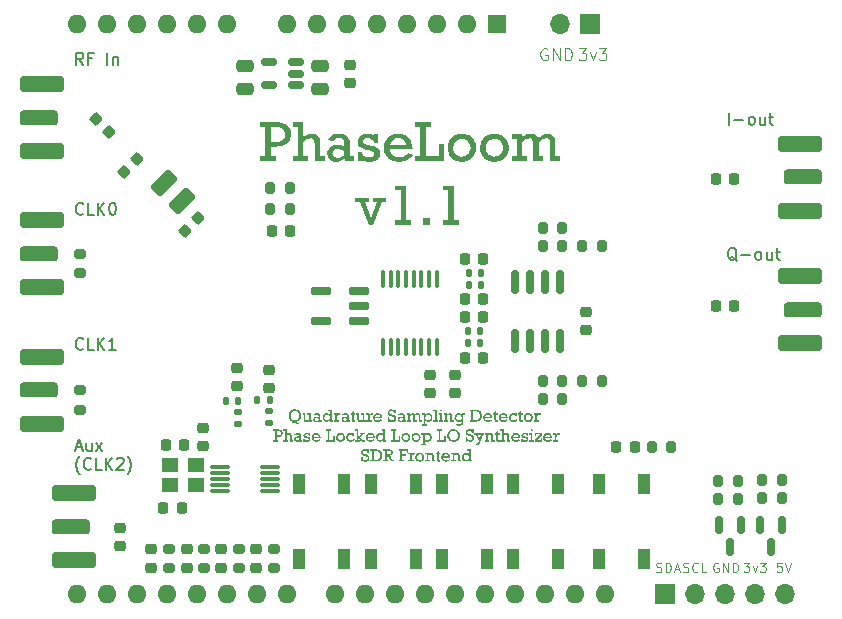
<source format=gbr>
%TF.GenerationSoftware,KiCad,Pcbnew,8.0.6*%
%TF.CreationDate,2025-07-28T17:23:45+02:00*%
%TF.ProjectId,PhaseLoom,50686173-654c-46f6-9f6d-2e6b69636164,rev?*%
%TF.SameCoordinates,Original*%
%TF.FileFunction,Soldermask,Top*%
%TF.FilePolarity,Negative*%
%FSLAX46Y46*%
G04 Gerber Fmt 4.6, Leading zero omitted, Abs format (unit mm)*
G04 Created by KiCad (PCBNEW 8.0.6) date 2025-07-28 17:23:45*
%MOMM*%
%LPD*%
G01*
G04 APERTURE LIST*
G04 Aperture macros list*
%AMRoundRect*
0 Rectangle with rounded corners*
0 $1 Rounding radius*
0 $2 $3 $4 $5 $6 $7 $8 $9 X,Y pos of 4 corners*
0 Add a 4 corners polygon primitive as box body*
4,1,4,$2,$3,$4,$5,$6,$7,$8,$9,$2,$3,0*
0 Add four circle primitives for the rounded corners*
1,1,$1+$1,$2,$3*
1,1,$1+$1,$4,$5*
1,1,$1+$1,$6,$7*
1,1,$1+$1,$8,$9*
0 Add four rect primitives between the rounded corners*
20,1,$1+$1,$2,$3,$4,$5,0*
20,1,$1+$1,$4,$5,$6,$7,0*
20,1,$1+$1,$6,$7,$8,$9,0*
20,1,$1+$1,$8,$9,$2,$3,0*%
G04 Aperture macros list end*
%ADD10C,0.100000*%
%ADD11C,0.150000*%
%ADD12C,0.200000*%
%ADD13RoundRect,0.200000X0.200000X0.275000X-0.200000X0.275000X-0.200000X-0.275000X0.200000X-0.275000X0*%
%ADD14RoundRect,0.225000X0.225000X0.250000X-0.225000X0.250000X-0.225000X-0.250000X0.225000X-0.250000X0*%
%ADD15RoundRect,0.150000X0.512500X0.150000X-0.512500X0.150000X-0.512500X-0.150000X0.512500X-0.150000X0*%
%ADD16RoundRect,0.250000X0.475000X-0.250000X0.475000X0.250000X-0.475000X0.250000X-0.475000X-0.250000X0*%
%ADD17RoundRect,0.150000X-0.150000X0.587500X-0.150000X-0.587500X0.150000X-0.587500X0.150000X0.587500X0*%
%ADD18RoundRect,0.218750X0.256250X-0.218750X0.256250X0.218750X-0.256250X0.218750X-0.256250X-0.218750X0*%
%ADD19RoundRect,0.200000X0.275000X-0.200000X0.275000X0.200000X-0.275000X0.200000X-0.275000X-0.200000X0*%
%ADD20R,1.000000X1.700000*%
%ADD21RoundRect,0.250000X-1.350000X0.385000X-1.350000X-0.385000X1.350000X-0.385000X1.350000X0.385000X0*%
%ADD22RoundRect,0.250000X-1.600000X0.425000X-1.600000X-0.425000X1.600000X-0.425000X1.600000X0.425000X0*%
%ADD23RoundRect,0.087500X-0.725000X-0.087500X0.725000X-0.087500X0.725000X0.087500X-0.725000X0.087500X0*%
%ADD24RoundRect,0.225000X0.017678X-0.335876X0.335876X-0.017678X-0.017678X0.335876X-0.335876X0.017678X0*%
%ADD25R,1.700000X1.700000*%
%ADD26O,1.700000X1.700000*%
%ADD27RoundRect,0.250000X-0.866206X-0.335876X-0.335876X-0.866206X0.866206X0.335876X0.335876X0.866206X0*%
%ADD28RoundRect,0.200000X-0.275000X0.200000X-0.275000X-0.200000X0.275000X-0.200000X0.275000X0.200000X0*%
%ADD29RoundRect,0.135000X0.135000X0.185000X-0.135000X0.185000X-0.135000X-0.185000X0.135000X-0.185000X0*%
%ADD30RoundRect,0.150000X-0.150000X0.825000X-0.150000X-0.825000X0.150000X-0.825000X0.150000X0.825000X0*%
%ADD31RoundRect,0.200000X-0.200000X-0.275000X0.200000X-0.275000X0.200000X0.275000X-0.200000X0.275000X0*%
%ADD32RoundRect,0.100000X-0.100000X0.637500X-0.100000X-0.637500X0.100000X-0.637500X0.100000X0.637500X0*%
%ADD33RoundRect,0.190000X-0.635000X-0.190000X0.635000X-0.190000X0.635000X0.190000X-0.635000X0.190000X0*%
%ADD34R,1.400000X1.200000*%
%ADD35RoundRect,0.135000X-0.135000X-0.185000X0.135000X-0.185000X0.135000X0.185000X-0.135000X0.185000X0*%
%ADD36RoundRect,0.218750X-0.218750X-0.256250X0.218750X-0.256250X0.218750X0.256250X-0.218750X0.256250X0*%
%ADD37RoundRect,0.225000X0.250000X-0.225000X0.250000X0.225000X-0.250000X0.225000X-0.250000X-0.225000X0*%
%ADD38RoundRect,0.225000X-0.225000X-0.250000X0.225000X-0.250000X0.225000X0.250000X-0.225000X0.250000X0*%
%ADD39RoundRect,0.225000X-0.335876X-0.017678X-0.017678X-0.335876X0.335876X0.017678X0.017678X0.335876X0*%
%ADD40RoundRect,0.225000X-0.250000X0.225000X-0.250000X-0.225000X0.250000X-0.225000X0.250000X0.225000X0*%
%ADD41RoundRect,0.135000X0.185000X-0.135000X0.185000X0.135000X-0.185000X0.135000X-0.185000X-0.135000X0*%
%ADD42RoundRect,0.250000X1.350000X-0.385000X1.350000X0.385000X-1.350000X0.385000X-1.350000X-0.385000X0*%
%ADD43RoundRect,0.250000X1.600000X-0.425000X1.600000X0.425000X-1.600000X0.425000X-1.600000X-0.425000X0*%
%ADD44R,1.600000X1.600000*%
%ADD45O,1.600000X1.600000*%
G04 APERTURE END LIST*
D10*
X184457074Y-134732895D02*
X184952312Y-134732895D01*
X184952312Y-134732895D02*
X184685646Y-135037657D01*
X184685646Y-135037657D02*
X184799931Y-135037657D01*
X184799931Y-135037657D02*
X184876122Y-135075752D01*
X184876122Y-135075752D02*
X184914217Y-135113847D01*
X184914217Y-135113847D02*
X184952312Y-135190038D01*
X184952312Y-135190038D02*
X184952312Y-135380514D01*
X184952312Y-135380514D02*
X184914217Y-135456704D01*
X184914217Y-135456704D02*
X184876122Y-135494800D01*
X184876122Y-135494800D02*
X184799931Y-135532895D01*
X184799931Y-135532895D02*
X184571360Y-135532895D01*
X184571360Y-135532895D02*
X184495169Y-135494800D01*
X184495169Y-135494800D02*
X184457074Y-135456704D01*
X185218979Y-134999561D02*
X185409455Y-135532895D01*
X185409455Y-135532895D02*
X185599932Y-134999561D01*
X185828503Y-134732895D02*
X186323741Y-134732895D01*
X186323741Y-134732895D02*
X186057075Y-135037657D01*
X186057075Y-135037657D02*
X186171360Y-135037657D01*
X186171360Y-135037657D02*
X186247551Y-135075752D01*
X186247551Y-135075752D02*
X186285646Y-135113847D01*
X186285646Y-135113847D02*
X186323741Y-135190038D01*
X186323741Y-135190038D02*
X186323741Y-135380514D01*
X186323741Y-135380514D02*
X186285646Y-135456704D01*
X186285646Y-135456704D02*
X186247551Y-135494800D01*
X186247551Y-135494800D02*
X186171360Y-135532895D01*
X186171360Y-135532895D02*
X185942789Y-135532895D01*
X185942789Y-135532895D02*
X185866598Y-135494800D01*
X185866598Y-135494800D02*
X185828503Y-135456704D01*
D11*
X127924160Y-124974160D02*
X128400350Y-124974160D01*
X127828922Y-125259875D02*
X128162255Y-124259875D01*
X128162255Y-124259875D02*
X128495588Y-125259875D01*
X129257493Y-124593208D02*
X129257493Y-125259875D01*
X128828922Y-124593208D02*
X128828922Y-125117017D01*
X128828922Y-125117017D02*
X128876541Y-125212256D01*
X128876541Y-125212256D02*
X128971779Y-125259875D01*
X128971779Y-125259875D02*
X129114636Y-125259875D01*
X129114636Y-125259875D02*
X129209874Y-125212256D01*
X129209874Y-125212256D02*
X129257493Y-125164636D01*
X129638446Y-125259875D02*
X130162255Y-124593208D01*
X129638446Y-124593208D02*
X130162255Y-125259875D01*
X128257493Y-127250771D02*
X128209874Y-127203152D01*
X128209874Y-127203152D02*
X128114636Y-127060295D01*
X128114636Y-127060295D02*
X128067017Y-126965057D01*
X128067017Y-126965057D02*
X128019398Y-126822200D01*
X128019398Y-126822200D02*
X127971779Y-126584104D01*
X127971779Y-126584104D02*
X127971779Y-126393628D01*
X127971779Y-126393628D02*
X128019398Y-126155533D01*
X128019398Y-126155533D02*
X128067017Y-126012676D01*
X128067017Y-126012676D02*
X128114636Y-125917438D01*
X128114636Y-125917438D02*
X128209874Y-125774580D01*
X128209874Y-125774580D02*
X128257493Y-125726961D01*
X129209874Y-126774580D02*
X129162255Y-126822200D01*
X129162255Y-126822200D02*
X129019398Y-126869819D01*
X129019398Y-126869819D02*
X128924160Y-126869819D01*
X128924160Y-126869819D02*
X128781303Y-126822200D01*
X128781303Y-126822200D02*
X128686065Y-126726961D01*
X128686065Y-126726961D02*
X128638446Y-126631723D01*
X128638446Y-126631723D02*
X128590827Y-126441247D01*
X128590827Y-126441247D02*
X128590827Y-126298390D01*
X128590827Y-126298390D02*
X128638446Y-126107914D01*
X128638446Y-126107914D02*
X128686065Y-126012676D01*
X128686065Y-126012676D02*
X128781303Y-125917438D01*
X128781303Y-125917438D02*
X128924160Y-125869819D01*
X128924160Y-125869819D02*
X129019398Y-125869819D01*
X129019398Y-125869819D02*
X129162255Y-125917438D01*
X129162255Y-125917438D02*
X129209874Y-125965057D01*
X130114636Y-126869819D02*
X129638446Y-126869819D01*
X129638446Y-126869819D02*
X129638446Y-125869819D01*
X130447970Y-126869819D02*
X130447970Y-125869819D01*
X131019398Y-126869819D02*
X130590827Y-126298390D01*
X131019398Y-125869819D02*
X130447970Y-126441247D01*
X131400351Y-125965057D02*
X131447970Y-125917438D01*
X131447970Y-125917438D02*
X131543208Y-125869819D01*
X131543208Y-125869819D02*
X131781303Y-125869819D01*
X131781303Y-125869819D02*
X131876541Y-125917438D01*
X131876541Y-125917438D02*
X131924160Y-125965057D01*
X131924160Y-125965057D02*
X131971779Y-126060295D01*
X131971779Y-126060295D02*
X131971779Y-126155533D01*
X131971779Y-126155533D02*
X131924160Y-126298390D01*
X131924160Y-126298390D02*
X131352732Y-126869819D01*
X131352732Y-126869819D02*
X131971779Y-126869819D01*
X132305113Y-127250771D02*
X132352732Y-127203152D01*
X132352732Y-127203152D02*
X132447970Y-127060295D01*
X132447970Y-127060295D02*
X132495589Y-126965057D01*
X132495589Y-126965057D02*
X132543208Y-126822200D01*
X132543208Y-126822200D02*
X132590827Y-126584104D01*
X132590827Y-126584104D02*
X132590827Y-126393628D01*
X132590827Y-126393628D02*
X132543208Y-126155533D01*
X132543208Y-126155533D02*
X132495589Y-126012676D01*
X132495589Y-126012676D02*
X132447970Y-125917438D01*
X132447970Y-125917438D02*
X132352732Y-125774580D01*
X132352732Y-125774580D02*
X132305113Y-125726961D01*
D10*
X179338969Y-135494800D02*
X179453255Y-135532895D01*
X179453255Y-135532895D02*
X179643731Y-135532895D01*
X179643731Y-135532895D02*
X179719922Y-135494800D01*
X179719922Y-135494800D02*
X179758017Y-135456704D01*
X179758017Y-135456704D02*
X179796112Y-135380514D01*
X179796112Y-135380514D02*
X179796112Y-135304323D01*
X179796112Y-135304323D02*
X179758017Y-135228133D01*
X179758017Y-135228133D02*
X179719922Y-135190038D01*
X179719922Y-135190038D02*
X179643731Y-135151942D01*
X179643731Y-135151942D02*
X179491350Y-135113847D01*
X179491350Y-135113847D02*
X179415160Y-135075752D01*
X179415160Y-135075752D02*
X179377065Y-135037657D01*
X179377065Y-135037657D02*
X179338969Y-134961466D01*
X179338969Y-134961466D02*
X179338969Y-134885276D01*
X179338969Y-134885276D02*
X179377065Y-134809085D01*
X179377065Y-134809085D02*
X179415160Y-134770990D01*
X179415160Y-134770990D02*
X179491350Y-134732895D01*
X179491350Y-134732895D02*
X179681827Y-134732895D01*
X179681827Y-134732895D02*
X179796112Y-134770990D01*
X180596113Y-135456704D02*
X180558017Y-135494800D01*
X180558017Y-135494800D02*
X180443732Y-135532895D01*
X180443732Y-135532895D02*
X180367541Y-135532895D01*
X180367541Y-135532895D02*
X180253255Y-135494800D01*
X180253255Y-135494800D02*
X180177065Y-135418609D01*
X180177065Y-135418609D02*
X180138970Y-135342419D01*
X180138970Y-135342419D02*
X180100874Y-135190038D01*
X180100874Y-135190038D02*
X180100874Y-135075752D01*
X180100874Y-135075752D02*
X180138970Y-134923371D01*
X180138970Y-134923371D02*
X180177065Y-134847180D01*
X180177065Y-134847180D02*
X180253255Y-134770990D01*
X180253255Y-134770990D02*
X180367541Y-134732895D01*
X180367541Y-134732895D02*
X180443732Y-134732895D01*
X180443732Y-134732895D02*
X180558017Y-134770990D01*
X180558017Y-134770990D02*
X180596113Y-134809085D01*
X181319922Y-135532895D02*
X180938970Y-135532895D01*
X180938970Y-135532895D02*
X180938970Y-134732895D01*
X177052969Y-135494800D02*
X177167255Y-135532895D01*
X177167255Y-135532895D02*
X177357731Y-135532895D01*
X177357731Y-135532895D02*
X177433922Y-135494800D01*
X177433922Y-135494800D02*
X177472017Y-135456704D01*
X177472017Y-135456704D02*
X177510112Y-135380514D01*
X177510112Y-135380514D02*
X177510112Y-135304323D01*
X177510112Y-135304323D02*
X177472017Y-135228133D01*
X177472017Y-135228133D02*
X177433922Y-135190038D01*
X177433922Y-135190038D02*
X177357731Y-135151942D01*
X177357731Y-135151942D02*
X177205350Y-135113847D01*
X177205350Y-135113847D02*
X177129160Y-135075752D01*
X177129160Y-135075752D02*
X177091065Y-135037657D01*
X177091065Y-135037657D02*
X177052969Y-134961466D01*
X177052969Y-134961466D02*
X177052969Y-134885276D01*
X177052969Y-134885276D02*
X177091065Y-134809085D01*
X177091065Y-134809085D02*
X177129160Y-134770990D01*
X177129160Y-134770990D02*
X177205350Y-134732895D01*
X177205350Y-134732895D02*
X177395827Y-134732895D01*
X177395827Y-134732895D02*
X177510112Y-134770990D01*
X177852970Y-135532895D02*
X177852970Y-134732895D01*
X177852970Y-134732895D02*
X178043446Y-134732895D01*
X178043446Y-134732895D02*
X178157732Y-134770990D01*
X178157732Y-134770990D02*
X178233922Y-134847180D01*
X178233922Y-134847180D02*
X178272017Y-134923371D01*
X178272017Y-134923371D02*
X178310113Y-135075752D01*
X178310113Y-135075752D02*
X178310113Y-135190038D01*
X178310113Y-135190038D02*
X178272017Y-135342419D01*
X178272017Y-135342419D02*
X178233922Y-135418609D01*
X178233922Y-135418609D02*
X178157732Y-135494800D01*
X178157732Y-135494800D02*
X178043446Y-135532895D01*
X178043446Y-135532895D02*
X177852970Y-135532895D01*
X178614874Y-135304323D02*
X178995827Y-135304323D01*
X178538684Y-135532895D02*
X178805351Y-134732895D01*
X178805351Y-134732895D02*
X179072017Y-135532895D01*
D11*
X128543207Y-116614580D02*
X128495588Y-116662200D01*
X128495588Y-116662200D02*
X128352731Y-116709819D01*
X128352731Y-116709819D02*
X128257493Y-116709819D01*
X128257493Y-116709819D02*
X128114636Y-116662200D01*
X128114636Y-116662200D02*
X128019398Y-116566961D01*
X128019398Y-116566961D02*
X127971779Y-116471723D01*
X127971779Y-116471723D02*
X127924160Y-116281247D01*
X127924160Y-116281247D02*
X127924160Y-116138390D01*
X127924160Y-116138390D02*
X127971779Y-115947914D01*
X127971779Y-115947914D02*
X128019398Y-115852676D01*
X128019398Y-115852676D02*
X128114636Y-115757438D01*
X128114636Y-115757438D02*
X128257493Y-115709819D01*
X128257493Y-115709819D02*
X128352731Y-115709819D01*
X128352731Y-115709819D02*
X128495588Y-115757438D01*
X128495588Y-115757438D02*
X128543207Y-115805057D01*
X129447969Y-116709819D02*
X128971779Y-116709819D01*
X128971779Y-116709819D02*
X128971779Y-115709819D01*
X129781303Y-116709819D02*
X129781303Y-115709819D01*
X130352731Y-116709819D02*
X129924160Y-116138390D01*
X130352731Y-115709819D02*
X129781303Y-116281247D01*
X131305112Y-116709819D02*
X130733684Y-116709819D01*
X131019398Y-116709819D02*
X131019398Y-115709819D01*
X131019398Y-115709819D02*
X130924160Y-115852676D01*
X130924160Y-115852676D02*
X130828922Y-115947914D01*
X130828922Y-115947914D02*
X130733684Y-115995533D01*
D10*
X182336112Y-134770990D02*
X182259922Y-134732895D01*
X182259922Y-134732895D02*
X182145636Y-134732895D01*
X182145636Y-134732895D02*
X182031350Y-134770990D01*
X182031350Y-134770990D02*
X181955160Y-134847180D01*
X181955160Y-134847180D02*
X181917065Y-134923371D01*
X181917065Y-134923371D02*
X181878969Y-135075752D01*
X181878969Y-135075752D02*
X181878969Y-135190038D01*
X181878969Y-135190038D02*
X181917065Y-135342419D01*
X181917065Y-135342419D02*
X181955160Y-135418609D01*
X181955160Y-135418609D02*
X182031350Y-135494800D01*
X182031350Y-135494800D02*
X182145636Y-135532895D01*
X182145636Y-135532895D02*
X182221827Y-135532895D01*
X182221827Y-135532895D02*
X182336112Y-135494800D01*
X182336112Y-135494800D02*
X182374208Y-135456704D01*
X182374208Y-135456704D02*
X182374208Y-135190038D01*
X182374208Y-135190038D02*
X182221827Y-135190038D01*
X182717065Y-135532895D02*
X182717065Y-134732895D01*
X182717065Y-134732895D02*
X183174208Y-135532895D01*
X183174208Y-135532895D02*
X183174208Y-134732895D01*
X183555160Y-135532895D02*
X183555160Y-134732895D01*
X183555160Y-134732895D02*
X183745636Y-134732895D01*
X183745636Y-134732895D02*
X183859922Y-134770990D01*
X183859922Y-134770990D02*
X183936112Y-134847180D01*
X183936112Y-134847180D02*
X183974207Y-134923371D01*
X183974207Y-134923371D02*
X184012303Y-135075752D01*
X184012303Y-135075752D02*
X184012303Y-135190038D01*
X184012303Y-135190038D02*
X183974207Y-135342419D01*
X183974207Y-135342419D02*
X183936112Y-135418609D01*
X183936112Y-135418609D02*
X183859922Y-135494800D01*
X183859922Y-135494800D02*
X183745636Y-135532895D01*
X183745636Y-135532895D02*
X183555160Y-135532895D01*
X167832693Y-91249038D02*
X167737455Y-91201419D01*
X167737455Y-91201419D02*
X167594598Y-91201419D01*
X167594598Y-91201419D02*
X167451741Y-91249038D01*
X167451741Y-91249038D02*
X167356503Y-91344276D01*
X167356503Y-91344276D02*
X167308884Y-91439514D01*
X167308884Y-91439514D02*
X167261265Y-91629990D01*
X167261265Y-91629990D02*
X167261265Y-91772847D01*
X167261265Y-91772847D02*
X167308884Y-91963323D01*
X167308884Y-91963323D02*
X167356503Y-92058561D01*
X167356503Y-92058561D02*
X167451741Y-92153800D01*
X167451741Y-92153800D02*
X167594598Y-92201419D01*
X167594598Y-92201419D02*
X167689836Y-92201419D01*
X167689836Y-92201419D02*
X167832693Y-92153800D01*
X167832693Y-92153800D02*
X167880312Y-92106180D01*
X167880312Y-92106180D02*
X167880312Y-91772847D01*
X167880312Y-91772847D02*
X167689836Y-91772847D01*
X168308884Y-92201419D02*
X168308884Y-91201419D01*
X168308884Y-91201419D02*
X168880312Y-92201419D01*
X168880312Y-92201419D02*
X168880312Y-91201419D01*
X169356503Y-92201419D02*
X169356503Y-91201419D01*
X169356503Y-91201419D02*
X169594598Y-91201419D01*
X169594598Y-91201419D02*
X169737455Y-91249038D01*
X169737455Y-91249038D02*
X169832693Y-91344276D01*
X169832693Y-91344276D02*
X169880312Y-91439514D01*
X169880312Y-91439514D02*
X169927931Y-91629990D01*
X169927931Y-91629990D02*
X169927931Y-91772847D01*
X169927931Y-91772847D02*
X169880312Y-91963323D01*
X169880312Y-91963323D02*
X169832693Y-92058561D01*
X169832693Y-92058561D02*
X169737455Y-92153800D01*
X169737455Y-92153800D02*
X169594598Y-92201419D01*
X169594598Y-92201419D02*
X169356503Y-92201419D01*
D11*
G36*
X146529051Y-121764716D02*
G01*
X146584404Y-121772006D01*
X146637335Y-121784156D01*
X146687845Y-121801167D01*
X146735933Y-121823037D01*
X146751424Y-121831407D01*
X146795663Y-121859065D01*
X146836054Y-121890380D01*
X146872599Y-121925354D01*
X146905297Y-121963985D01*
X146934148Y-122006274D01*
X146942910Y-122021184D01*
X146966152Y-122067603D01*
X146984584Y-122116186D01*
X146998209Y-122166934D01*
X147007024Y-122219845D01*
X147011031Y-122274919D01*
X147011298Y-122293759D01*
X147009289Y-122345605D01*
X147003261Y-122395631D01*
X146993215Y-122443836D01*
X146976415Y-122497775D01*
X146954146Y-122549237D01*
X146926957Y-122597377D01*
X146895188Y-122641567D01*
X146858837Y-122681807D01*
X146817904Y-122718096D01*
X146792457Y-122737059D01*
X146744956Y-122766239D01*
X146694136Y-122789880D01*
X146639996Y-122807980D01*
X146590949Y-122819086D01*
X146548214Y-122825231D01*
X146595871Y-122844988D01*
X146644751Y-122863425D01*
X146670824Y-122872126D01*
X146720779Y-122884323D01*
X146761194Y-122887757D01*
X146811121Y-122881539D01*
X146816881Y-122880186D01*
X146762659Y-123008657D01*
X146721382Y-123012810D01*
X146670606Y-123007848D01*
X146640049Y-123000109D01*
X146592239Y-122982707D01*
X146547165Y-122963163D01*
X146530384Y-122955412D01*
X146482620Y-122934919D01*
X146434892Y-122916064D01*
X146421940Y-122911449D01*
X146372806Y-122900114D01*
X146343050Y-122898260D01*
X146294299Y-122905882D01*
X146289805Y-122907541D01*
X146246463Y-122931384D01*
X146241933Y-122934652D01*
X146192596Y-122868951D01*
X146232569Y-122837655D01*
X146278097Y-122814362D01*
X146305192Y-122807401D01*
X146252569Y-122788927D01*
X146203846Y-122766171D01*
X146159022Y-122739134D01*
X146118099Y-122707815D01*
X146081074Y-122672215D01*
X146047950Y-122632334D01*
X146035792Y-122615182D01*
X146008492Y-122570304D01*
X145985818Y-122523291D01*
X145967772Y-122474143D01*
X145954353Y-122422860D01*
X145945561Y-122369443D01*
X145941396Y-122313891D01*
X145941046Y-122292293D01*
X146110775Y-122292293D01*
X146112890Y-122342155D01*
X146120489Y-122396163D01*
X146133613Y-122446996D01*
X146152263Y-122494654D01*
X146154983Y-122500388D01*
X146179621Y-122543527D01*
X146213105Y-122586001D01*
X146252693Y-122622061D01*
X146282478Y-122642537D01*
X146331432Y-122667095D01*
X146378484Y-122682177D01*
X146428862Y-122690909D01*
X146475674Y-122693340D01*
X146528934Y-122689783D01*
X146578805Y-122679113D01*
X146625288Y-122661329D01*
X146668381Y-122636431D01*
X146707415Y-122605687D01*
X146741715Y-122570608D01*
X146771284Y-122531193D01*
X146796120Y-122487443D01*
X146815782Y-122440808D01*
X146829826Y-122392982D01*
X146838252Y-122343966D01*
X146841061Y-122293759D01*
X146838069Y-122240895D01*
X146829093Y-122190261D01*
X146814133Y-122141855D01*
X146793190Y-122095678D01*
X146766979Y-122052859D01*
X146735976Y-122014772D01*
X146700179Y-121981418D01*
X146659589Y-121952796D01*
X146615289Y-121929821D01*
X146568120Y-121913411D01*
X146518081Y-121903565D01*
X146465171Y-121900283D01*
X146414796Y-121903489D01*
X146361482Y-121914759D01*
X146311722Y-121934143D01*
X146280524Y-121951574D01*
X146237809Y-121983321D01*
X146200891Y-122021135D01*
X146169769Y-122065015D01*
X146154983Y-122092014D01*
X146135642Y-122137962D01*
X146121827Y-122186658D01*
X146113538Y-122238102D01*
X146110775Y-122292293D01*
X145941046Y-122292293D01*
X145941026Y-122291072D01*
X145943388Y-122235201D01*
X145950472Y-122181529D01*
X145962278Y-122130055D01*
X145978808Y-122080779D01*
X146000060Y-122033701D01*
X146008193Y-122018497D01*
X146035353Y-121975031D01*
X146066273Y-121935309D01*
X146100955Y-121899331D01*
X146139397Y-121867097D01*
X146181601Y-121838606D01*
X146196504Y-121829941D01*
X146243001Y-121806949D01*
X146291816Y-121788714D01*
X146342950Y-121775236D01*
X146396402Y-121766515D01*
X146452172Y-121762550D01*
X146471277Y-121762286D01*
X146529051Y-121764716D01*
G37*
G36*
X147458263Y-122701644D02*
G01*
X147507005Y-122695843D01*
X147557731Y-122678441D01*
X147603744Y-122653697D01*
X147644393Y-122625418D01*
X147665137Y-122608832D01*
X147665137Y-122217555D01*
X147537398Y-122217555D01*
X147537398Y-122090549D01*
X147807286Y-122090549D01*
X147807286Y-122683082D01*
X147930873Y-122683082D01*
X147930873Y-122809600D01*
X147665137Y-122809600D01*
X147665137Y-122729732D01*
X147618680Y-122762187D01*
X147573099Y-122787927D01*
X147521028Y-122809470D01*
X147470150Y-122821874D01*
X147427488Y-122825231D01*
X147374528Y-122820459D01*
X147325517Y-122803963D01*
X147283561Y-122772208D01*
X147277279Y-122764903D01*
X147251776Y-122719246D01*
X147238175Y-122671489D01*
X147231233Y-122621512D01*
X147228966Y-122572591D01*
X147228919Y-122563891D01*
X147228919Y-122217555D01*
X147127802Y-122217555D01*
X147127802Y-122090549D01*
X147371068Y-122090549D01*
X147371068Y-122593689D01*
X147376789Y-122644516D01*
X147391340Y-122675510D01*
X147434109Y-122699577D01*
X147458263Y-122701644D01*
G37*
G36*
X148398637Y-122077210D02*
G01*
X148451883Y-122085680D01*
X148503605Y-122103002D01*
X148545588Y-122128476D01*
X148558821Y-122140130D01*
X148591289Y-122182782D01*
X148611230Y-122230718D01*
X148621790Y-122280402D01*
X148625922Y-122337308D01*
X148625988Y-122346027D01*
X148625988Y-122683082D01*
X148746888Y-122683082D01*
X148746888Y-122809600D01*
X148500936Y-122809600D01*
X148500936Y-122725824D01*
X148461468Y-122759607D01*
X148420370Y-122786400D01*
X148370359Y-122808825D01*
X148318128Y-122821736D01*
X148271592Y-122825231D01*
X148219270Y-122820233D01*
X148170656Y-122805237D01*
X148149470Y-122794945D01*
X148108209Y-122766753D01*
X148071797Y-122728819D01*
X148060810Y-122713368D01*
X148038103Y-122666598D01*
X148028112Y-122615621D01*
X148027593Y-122600283D01*
X148162903Y-122600283D01*
X148172967Y-122648467D01*
X148198563Y-122683082D01*
X148242432Y-122708809D01*
X148290642Y-122716054D01*
X148342086Y-122710773D01*
X148391881Y-122694927D01*
X148440027Y-122668519D01*
X148480803Y-122636746D01*
X148486525Y-122631546D01*
X148486525Y-122549725D01*
X148445920Y-122522507D01*
X148399514Y-122499586D01*
X148347307Y-122484237D01*
X148300901Y-122479872D01*
X148251563Y-122487439D01*
X148206271Y-122512191D01*
X148203692Y-122514310D01*
X148173101Y-122552900D01*
X148162903Y-122600283D01*
X148027593Y-122600283D01*
X148033639Y-122548327D01*
X148051779Y-122501209D01*
X148064229Y-122481093D01*
X148098427Y-122442417D01*
X148141090Y-122411723D01*
X148163636Y-122400248D01*
X148210634Y-122382984D01*
X148261781Y-122373272D01*
X148289421Y-122371916D01*
X148341399Y-122375717D01*
X148391576Y-122387120D01*
X148439951Y-122406126D01*
X148486525Y-122432733D01*
X148486525Y-122354087D01*
X148483019Y-122305276D01*
X148467977Y-122256086D01*
X148450622Y-122231477D01*
X148407101Y-122204829D01*
X148357757Y-122195258D01*
X148333385Y-122194352D01*
X148283303Y-122199128D01*
X148236665Y-122216089D01*
X148197226Y-122247654D01*
X148172429Y-122282035D01*
X148036386Y-122247841D01*
X148064883Y-122202310D01*
X148098441Y-122163812D01*
X148137062Y-122132346D01*
X148160705Y-122117904D01*
X148207144Y-122097124D01*
X148258258Y-122083145D01*
X148307618Y-122076428D01*
X148347063Y-122074917D01*
X148398637Y-122077210D01*
G37*
G36*
X149575848Y-122670625D02*
G01*
X149706274Y-122670625D01*
X149706274Y-122809600D01*
X149434920Y-122809600D01*
X149434920Y-122694317D01*
X149392777Y-122733495D01*
X149347680Y-122764567D01*
X149299629Y-122787534D01*
X149248624Y-122802394D01*
X149194665Y-122809149D01*
X149176023Y-122809600D01*
X149125281Y-122806608D01*
X149071847Y-122796089D01*
X149022276Y-122777997D01*
X148991375Y-122761728D01*
X148949251Y-122732076D01*
X148912730Y-122696976D01*
X148881812Y-122656428D01*
X148867056Y-122631546D01*
X148845686Y-122583757D01*
X148831309Y-122533264D01*
X148823927Y-122480065D01*
X148822848Y-122449341D01*
X148823092Y-122445189D01*
X148973301Y-122445189D01*
X148977560Y-122493893D01*
X148991786Y-122542469D01*
X149003587Y-122566822D01*
X149031782Y-122607048D01*
X149070170Y-122641803D01*
X149085897Y-122652063D01*
X149133969Y-122673267D01*
X149182793Y-122682324D01*
X149202645Y-122683082D01*
X149254090Y-122677519D01*
X149301261Y-122660831D01*
X149321592Y-122649376D01*
X149360865Y-122618282D01*
X149392561Y-122579771D01*
X149404634Y-122559495D01*
X149424243Y-122512562D01*
X149433855Y-122463049D01*
X149434920Y-122439327D01*
X149429922Y-122388593D01*
X149414927Y-122341567D01*
X149404634Y-122321114D01*
X149376315Y-122281204D01*
X149337072Y-122246609D01*
X149320859Y-122236362D01*
X149275101Y-122216278D01*
X149224748Y-122206433D01*
X149199959Y-122205343D01*
X149149271Y-122210865D01*
X149103178Y-122227432D01*
X149083455Y-122238804D01*
X149042903Y-122272076D01*
X149012615Y-122310507D01*
X149002855Y-122327220D01*
X148983720Y-122373319D01*
X148974340Y-122421916D01*
X148973301Y-122445189D01*
X148823092Y-122445189D01*
X148825779Y-122399424D01*
X148836083Y-122345676D01*
X148853805Y-122294478D01*
X148869742Y-122261763D01*
X148899098Y-122216322D01*
X148934134Y-122176446D01*
X148974849Y-122142133D01*
X148999924Y-122125475D01*
X149047854Y-122101035D01*
X149097949Y-122084594D01*
X149150207Y-122076151D01*
X149180175Y-122074917D01*
X149231569Y-122078798D01*
X149280971Y-122090442D01*
X149312799Y-122102516D01*
X149359510Y-122127464D01*
X149401364Y-122158116D01*
X149434920Y-122188734D01*
X149434920Y-121902970D01*
X149295458Y-121902970D01*
X149295458Y-121777918D01*
X149575848Y-121777918D01*
X149575848Y-122670625D01*
G37*
G36*
X150035758Y-122518462D02*
G01*
X150035758Y-122683082D01*
X150193050Y-122683082D01*
X150193050Y-122809600D01*
X149749993Y-122809600D01*
X149749993Y-122683082D01*
X149894829Y-122683082D01*
X149894829Y-122217555D01*
X149749993Y-122217555D01*
X149749993Y-122090549D01*
X150007425Y-122090549D01*
X150007425Y-122248818D01*
X150030354Y-122203893D01*
X150059286Y-122162146D01*
X150095331Y-122126683D01*
X150114892Y-122113263D01*
X150160454Y-122093042D01*
X150210718Y-122081246D01*
X150262761Y-122075853D01*
X150298807Y-122074917D01*
X150331047Y-122074917D01*
X150331047Y-122218532D01*
X150300273Y-122218532D01*
X150246203Y-122220440D01*
X150194207Y-122227148D01*
X150143354Y-122241907D01*
X150128326Y-122249062D01*
X150088931Y-122278829D01*
X150060480Y-122322427D01*
X150053832Y-122340897D01*
X150043541Y-122389648D01*
X150038299Y-122439110D01*
X150036040Y-122490309D01*
X150035758Y-122518462D01*
G37*
G36*
X150794171Y-122077210D02*
G01*
X150847417Y-122085680D01*
X150899139Y-122103002D01*
X150941122Y-122128476D01*
X150954355Y-122140130D01*
X150986823Y-122182782D01*
X151006763Y-122230718D01*
X151017324Y-122280402D01*
X151021456Y-122337308D01*
X151021522Y-122346027D01*
X151021522Y-122683082D01*
X151142422Y-122683082D01*
X151142422Y-122809600D01*
X150896469Y-122809600D01*
X150896469Y-122725824D01*
X150857002Y-122759607D01*
X150815904Y-122786400D01*
X150765893Y-122808825D01*
X150713662Y-122821736D01*
X150667125Y-122825231D01*
X150614803Y-122820233D01*
X150566190Y-122805237D01*
X150545004Y-122794945D01*
X150503742Y-122766753D01*
X150467331Y-122728819D01*
X150456344Y-122713368D01*
X150433637Y-122666598D01*
X150423646Y-122615621D01*
X150423127Y-122600283D01*
X150558437Y-122600283D01*
X150568501Y-122648467D01*
X150594097Y-122683082D01*
X150637966Y-122708809D01*
X150686176Y-122716054D01*
X150737620Y-122710773D01*
X150787415Y-122694927D01*
X150835561Y-122668519D01*
X150876337Y-122636746D01*
X150882059Y-122631546D01*
X150882059Y-122549725D01*
X150841454Y-122522507D01*
X150795048Y-122499586D01*
X150742841Y-122484237D01*
X150696435Y-122479872D01*
X150647097Y-122487439D01*
X150601805Y-122512191D01*
X150599226Y-122514310D01*
X150568634Y-122552900D01*
X150558437Y-122600283D01*
X150423127Y-122600283D01*
X150429173Y-122548327D01*
X150447313Y-122501209D01*
X150459763Y-122481093D01*
X150493961Y-122442417D01*
X150536624Y-122411723D01*
X150559170Y-122400248D01*
X150606168Y-122382984D01*
X150657314Y-122373272D01*
X150684955Y-122371916D01*
X150736933Y-122375717D01*
X150787110Y-122387120D01*
X150835485Y-122406126D01*
X150882059Y-122432733D01*
X150882059Y-122354087D01*
X150878553Y-122305276D01*
X150863511Y-122256086D01*
X150846155Y-122231477D01*
X150802635Y-122204829D01*
X150753291Y-122195258D01*
X150728919Y-122194352D01*
X150678837Y-122199128D01*
X150632199Y-122216089D01*
X150592760Y-122247654D01*
X150567963Y-122282035D01*
X150431919Y-122247841D01*
X150460416Y-122202310D01*
X150493975Y-122163812D01*
X150532596Y-122132346D01*
X150556239Y-122117904D01*
X150602678Y-122097124D01*
X150653792Y-122083145D01*
X150703152Y-122076428D01*
X150742596Y-122074917D01*
X150794171Y-122077210D01*
G37*
G36*
X151579861Y-122090549D02*
G01*
X151579861Y-122217555D01*
X151447970Y-122217555D01*
X151447970Y-122596375D01*
X151451554Y-122647458D01*
X151460670Y-122673068D01*
X151504390Y-122690653D01*
X151553863Y-122685078D01*
X151579861Y-122677708D01*
X151579861Y-122805936D01*
X151530472Y-122818429D01*
X151481196Y-122825061D01*
X151473371Y-122825231D01*
X151422519Y-122820842D01*
X151374342Y-122803990D01*
X151344899Y-122780290D01*
X151321086Y-122737403D01*
X151309637Y-122687915D01*
X151305859Y-122632690D01*
X151305820Y-122625929D01*
X151305820Y-122217555D01*
X151211543Y-122217555D01*
X151211543Y-122090549D01*
X151305820Y-122090549D01*
X151305820Y-121983326D01*
X151447970Y-121856075D01*
X151447970Y-122090549D01*
X151579861Y-122090549D01*
G37*
G36*
X151998249Y-122701644D02*
G01*
X152046991Y-122695843D01*
X152097717Y-122678441D01*
X152143730Y-122653697D01*
X152184379Y-122625418D01*
X152205123Y-122608832D01*
X152205123Y-122217555D01*
X152077384Y-122217555D01*
X152077384Y-122090549D01*
X152347272Y-122090549D01*
X152347272Y-122683082D01*
X152470859Y-122683082D01*
X152470859Y-122809600D01*
X152205123Y-122809600D01*
X152205123Y-122729732D01*
X152158666Y-122762187D01*
X152113085Y-122787927D01*
X152061014Y-122809470D01*
X152010136Y-122821874D01*
X151967474Y-122825231D01*
X151914514Y-122820459D01*
X151865503Y-122803963D01*
X151823548Y-122772208D01*
X151817265Y-122764903D01*
X151791763Y-122719246D01*
X151778161Y-122671489D01*
X151771219Y-122621512D01*
X151768952Y-122572591D01*
X151768905Y-122563891D01*
X151768905Y-122217555D01*
X151667788Y-122217555D01*
X151667788Y-122090549D01*
X151911054Y-122090549D01*
X151911054Y-122593689D01*
X151916776Y-122644516D01*
X151931326Y-122675510D01*
X151974095Y-122699577D01*
X151998249Y-122701644D01*
G37*
G36*
X152814264Y-122518462D02*
G01*
X152814264Y-122683082D01*
X152971557Y-122683082D01*
X152971557Y-122809600D01*
X152528500Y-122809600D01*
X152528500Y-122683082D01*
X152673336Y-122683082D01*
X152673336Y-122217555D01*
X152528500Y-122217555D01*
X152528500Y-122090549D01*
X152785932Y-122090549D01*
X152785932Y-122248818D01*
X152808860Y-122203893D01*
X152837793Y-122162146D01*
X152873838Y-122126683D01*
X152893399Y-122113263D01*
X152938961Y-122093042D01*
X152989225Y-122081246D01*
X153041268Y-122075853D01*
X153077314Y-122074917D01*
X153109554Y-122074917D01*
X153109554Y-122218532D01*
X153078779Y-122218532D01*
X153024710Y-122220440D01*
X152972713Y-122227148D01*
X152921861Y-122241907D01*
X152906832Y-122249062D01*
X152867437Y-122278829D01*
X152838987Y-122322427D01*
X152832338Y-122340897D01*
X152822048Y-122389648D01*
X152816806Y-122439110D01*
X152814547Y-122490309D01*
X152814264Y-122518462D01*
G37*
G36*
X153533315Y-122078062D02*
G01*
X153584850Y-122087496D01*
X153632722Y-122103219D01*
X153676930Y-122125231D01*
X153717154Y-122152968D01*
X153756968Y-122190631D01*
X153787525Y-122229851D01*
X153810531Y-122268602D01*
X153832162Y-122317374D01*
X153848205Y-122370390D01*
X153857660Y-122420260D01*
X153862838Y-122473379D01*
X153863532Y-122489153D01*
X153258298Y-122489153D01*
X153269888Y-122541510D01*
X153290094Y-122587298D01*
X153322652Y-122630470D01*
X153338654Y-122645468D01*
X153378949Y-122673214D01*
X153429295Y-122693393D01*
X153479624Y-122701969D01*
X153503518Y-122702865D01*
X153555713Y-122698916D01*
X153604955Y-122687066D01*
X153636141Y-122674777D01*
X153679155Y-122649453D01*
X153716604Y-122615610D01*
X153738479Y-122588315D01*
X153863532Y-122643270D01*
X153831673Y-122685570D01*
X153795205Y-122722344D01*
X153754126Y-122753592D01*
X153708437Y-122779313D01*
X153659512Y-122799402D01*
X153608481Y-122813752D01*
X153555343Y-122822361D01*
X153500098Y-122825231D01*
X153450260Y-122822940D01*
X153396335Y-122814712D01*
X153345647Y-122800500D01*
X153298196Y-122780305D01*
X153292492Y-122777359D01*
X153249688Y-122750951D01*
X153211892Y-122719840D01*
X153175355Y-122679221D01*
X153151319Y-122643514D01*
X153129307Y-122599184D01*
X153113584Y-122552168D01*
X153104150Y-122502464D01*
X153101005Y-122450074D01*
X153104119Y-122398020D01*
X153106098Y-122387548D01*
X153262450Y-122387548D01*
X153714543Y-122387548D01*
X153699761Y-122340950D01*
X153675089Y-122295565D01*
X153641735Y-122256906D01*
X153630035Y-122246620D01*
X153587779Y-122218413D01*
X153541612Y-122200652D01*
X153491532Y-122193339D01*
X153481047Y-122193131D01*
X153428001Y-122199451D01*
X153379688Y-122218413D01*
X153339875Y-122246620D01*
X153306392Y-122283261D01*
X153281352Y-122326628D01*
X153264756Y-122376722D01*
X153262450Y-122387548D01*
X153106098Y-122387548D01*
X153113462Y-122348591D01*
X153129032Y-122301788D01*
X153150831Y-122257611D01*
X153178033Y-122216975D01*
X153214110Y-122176879D01*
X153255983Y-122142734D01*
X153287118Y-122123277D01*
X153331571Y-122102120D01*
X153378221Y-122087007D01*
X153427070Y-122077940D01*
X153478116Y-122074917D01*
X153533315Y-122078062D01*
G37*
G36*
X154875185Y-121844840D02*
G01*
X154875185Y-121777918D01*
X155001459Y-121777918D01*
X155001459Y-122090549D01*
X154875185Y-122090549D01*
X154875185Y-122017764D01*
X154842974Y-121976013D01*
X154806607Y-121942900D01*
X154758925Y-121915186D01*
X154705587Y-121899229D01*
X154655367Y-121894910D01*
X154605979Y-121898225D01*
X154556978Y-121910957D01*
X154524697Y-121928860D01*
X154492264Y-121967060D01*
X154479909Y-122014624D01*
X154479512Y-122026313D01*
X154488957Y-122077400D01*
X154519854Y-122117814D01*
X154522499Y-122119858D01*
X154564923Y-122144282D01*
X154612533Y-122162493D01*
X154653901Y-122174324D01*
X154775534Y-122206320D01*
X154823708Y-122220730D01*
X154872438Y-122239518D01*
X154919195Y-122263610D01*
X154953587Y-122287653D01*
X154991269Y-122322994D01*
X155020658Y-122363260D01*
X155034676Y-122394631D01*
X155047011Y-122442649D01*
X155053057Y-122495020D01*
X155053727Y-122520660D01*
X155050636Y-122571198D01*
X155039215Y-122625016D01*
X155019380Y-122673293D01*
X154991130Y-122716030D01*
X154965799Y-122743165D01*
X154924468Y-122775142D01*
X154877409Y-122799265D01*
X154824624Y-122815534D01*
X154774821Y-122823227D01*
X154730105Y-122825231D01*
X154678233Y-122821642D01*
X154628130Y-122810874D01*
X154579796Y-122792928D01*
X154533230Y-122767803D01*
X154488434Y-122735500D01*
X154473894Y-122723138D01*
X154473894Y-122809600D01*
X154344690Y-122809600D01*
X154344690Y-122434442D01*
X154473894Y-122434442D01*
X154473894Y-122524568D01*
X154504270Y-122572978D01*
X154537388Y-122613182D01*
X154580751Y-122650597D01*
X154628063Y-122676197D01*
X154679326Y-122689982D01*
X154715695Y-122692607D01*
X154766375Y-122688266D01*
X154813308Y-122673463D01*
X154851005Y-122648155D01*
X154882158Y-122606031D01*
X154896819Y-122556486D01*
X154899121Y-122522858D01*
X154889336Y-122471766D01*
X154859981Y-122429130D01*
X154818242Y-122398761D01*
X154770540Y-122377884D01*
X154742562Y-122369230D01*
X154613357Y-122333082D01*
X154563617Y-122317256D01*
X154512056Y-122296298D01*
X154467460Y-122272651D01*
X154425023Y-122242334D01*
X154407216Y-122225859D01*
X154375102Y-122184403D01*
X154353498Y-122136146D01*
X154343118Y-122087541D01*
X154340782Y-122047562D01*
X154343616Y-121998784D01*
X154354084Y-121947303D01*
X154372266Y-121901665D01*
X154402492Y-121856663D01*
X154421382Y-121837024D01*
X154465636Y-121804326D01*
X154510644Y-121783379D01*
X154561519Y-121769585D01*
X154618262Y-121762943D01*
X154644376Y-121762286D01*
X154697662Y-121766237D01*
X154749382Y-121778088D01*
X154799536Y-121797839D01*
X154848124Y-121825492D01*
X154875185Y-121844840D01*
G37*
G36*
X155538344Y-122077210D02*
G01*
X155591590Y-122085680D01*
X155643312Y-122103002D01*
X155685295Y-122128476D01*
X155698528Y-122140130D01*
X155730996Y-122182782D01*
X155750936Y-122230718D01*
X155761497Y-122280402D01*
X155765629Y-122337308D01*
X155765695Y-122346027D01*
X155765695Y-122683082D01*
X155886595Y-122683082D01*
X155886595Y-122809600D01*
X155640642Y-122809600D01*
X155640642Y-122725824D01*
X155601175Y-122759607D01*
X155560077Y-122786400D01*
X155510066Y-122808825D01*
X155457835Y-122821736D01*
X155411298Y-122825231D01*
X155358977Y-122820233D01*
X155310363Y-122805237D01*
X155289177Y-122794945D01*
X155247915Y-122766753D01*
X155211504Y-122728819D01*
X155200517Y-122713368D01*
X155177810Y-122666598D01*
X155167819Y-122615621D01*
X155167300Y-122600283D01*
X155302610Y-122600283D01*
X155312674Y-122648467D01*
X155338270Y-122683082D01*
X155382139Y-122708809D01*
X155430349Y-122716054D01*
X155481793Y-122710773D01*
X155531588Y-122694927D01*
X155579734Y-122668519D01*
X155620510Y-122636746D01*
X155626232Y-122631546D01*
X155626232Y-122549725D01*
X155585627Y-122522507D01*
X155539221Y-122499586D01*
X155487014Y-122484237D01*
X155440608Y-122479872D01*
X155391270Y-122487439D01*
X155345978Y-122512191D01*
X155343399Y-122514310D01*
X155312807Y-122552900D01*
X155302610Y-122600283D01*
X155167300Y-122600283D01*
X155173346Y-122548327D01*
X155191486Y-122501209D01*
X155203936Y-122481093D01*
X155238134Y-122442417D01*
X155280797Y-122411723D01*
X155303343Y-122400248D01*
X155350341Y-122382984D01*
X155401487Y-122373272D01*
X155429128Y-122371916D01*
X155481106Y-122375717D01*
X155531283Y-122387120D01*
X155579658Y-122406126D01*
X155626232Y-122432733D01*
X155626232Y-122354087D01*
X155622726Y-122305276D01*
X155607684Y-122256086D01*
X155590328Y-122231477D01*
X155546808Y-122204829D01*
X155497464Y-122195258D01*
X155473092Y-122194352D01*
X155423010Y-122199128D01*
X155376372Y-122216089D01*
X155336933Y-122247654D01*
X155312136Y-122282035D01*
X155176093Y-122247841D01*
X155204590Y-122202310D01*
X155238148Y-122163812D01*
X155276769Y-122132346D01*
X155300412Y-122117904D01*
X155346851Y-122097124D01*
X155397965Y-122083145D01*
X155447325Y-122076428D01*
X155486769Y-122074917D01*
X155538344Y-122077210D01*
G37*
G36*
X156071243Y-122683082D02*
G01*
X156071243Y-122217555D01*
X155949610Y-122217555D01*
X155949610Y-122090549D01*
X156212659Y-122090549D01*
X156212659Y-122176278D01*
X156252235Y-122147077D01*
X156299428Y-122118569D01*
X156346294Y-122097189D01*
X156400558Y-122081252D01*
X156454379Y-122075016D01*
X156462031Y-122074917D01*
X156512990Y-122080328D01*
X156562041Y-122099765D01*
X156601291Y-122133337D01*
X156630742Y-122181044D01*
X156633734Y-122188001D01*
X156676770Y-122157182D01*
X156719019Y-122131587D01*
X156768678Y-122107768D01*
X156817204Y-122091470D01*
X156872385Y-122081963D01*
X156895562Y-122081023D01*
X156946600Y-122086032D01*
X156994753Y-122103112D01*
X157034536Y-122132314D01*
X157064155Y-122174013D01*
X157080413Y-122223090D01*
X157086357Y-122276355D01*
X157086560Y-122289362D01*
X157086560Y-122683082D01*
X157212834Y-122683082D01*
X157212834Y-122809600D01*
X156945632Y-122809600D01*
X156945632Y-122349934D01*
X156943910Y-122299749D01*
X156940747Y-122272754D01*
X156920658Y-122227527D01*
X156915834Y-122222195D01*
X156869699Y-122202428D01*
X156851598Y-122201435D01*
X156800543Y-122209701D01*
X156760252Y-122224882D01*
X156716897Y-122247843D01*
X156675303Y-122275979D01*
X156650342Y-122295468D01*
X156650342Y-122683082D01*
X156772464Y-122683082D01*
X156772464Y-122809600D01*
X156508193Y-122809600D01*
X156508193Y-122331860D01*
X156504726Y-122281793D01*
X156488480Y-122233896D01*
X156487188Y-122231965D01*
X156445492Y-122204416D01*
X156418067Y-122201435D01*
X156364425Y-122210618D01*
X156314607Y-122231188D01*
X156265982Y-122258828D01*
X156220564Y-122289683D01*
X156212659Y-122295468D01*
X156212659Y-122683082D01*
X156339665Y-122683082D01*
X156339665Y-122809600D01*
X155941305Y-122809600D01*
X155941305Y-122683082D01*
X156071243Y-122683082D01*
G37*
G36*
X157822876Y-122078062D02*
G01*
X157875450Y-122089117D01*
X157924430Y-122108132D01*
X157955088Y-122125231D01*
X157997074Y-122156334D01*
X158033458Y-122193040D01*
X158064239Y-122235349D01*
X158078919Y-122261274D01*
X158100407Y-122310615D01*
X158114863Y-122362468D01*
X158122286Y-122416832D01*
X158123371Y-122448120D01*
X158120455Y-122497625D01*
X158110205Y-122551384D01*
X158092574Y-122603095D01*
X158076721Y-122636431D01*
X158047775Y-122682718D01*
X158013420Y-122723208D01*
X157973655Y-122757903D01*
X157949226Y-122774673D01*
X157902497Y-122799113D01*
X157852987Y-122815554D01*
X157800694Y-122823997D01*
X157770440Y-122825231D01*
X157717323Y-122821333D01*
X157666782Y-122809638D01*
X157618817Y-122790146D01*
X157573428Y-122762858D01*
X157530615Y-122727772D01*
X157516916Y-122714345D01*
X157516916Y-123011344D01*
X157657600Y-123011344D01*
X157657600Y-123137862D01*
X157244097Y-123137862D01*
X157244097Y-123011344D01*
X157374767Y-123011344D01*
X157374767Y-122459111D01*
X157515451Y-122459111D01*
X157519893Y-122511440D01*
X157535510Y-122563158D01*
X157562371Y-122607302D01*
X157586525Y-122632523D01*
X157629635Y-122662867D01*
X157679004Y-122683279D01*
X157728142Y-122693087D01*
X157768242Y-122695294D01*
X157817716Y-122688842D01*
X157862703Y-122669488D01*
X157874732Y-122661588D01*
X157912385Y-122627468D01*
X157941998Y-122584091D01*
X157948982Y-122569997D01*
X157966377Y-122521638D01*
X157974904Y-122471022D01*
X157975848Y-122446899D01*
X157970971Y-122395448D01*
X157956338Y-122347464D01*
X157946295Y-122326487D01*
X157918655Y-122285505D01*
X157880774Y-122249574D01*
X157865206Y-122238804D01*
X157817635Y-122216431D01*
X157769025Y-122206874D01*
X157749191Y-122206075D01*
X157700556Y-122210987D01*
X157652209Y-122227393D01*
X157628047Y-122241002D01*
X157588537Y-122272930D01*
X157556928Y-122312356D01*
X157545004Y-122333082D01*
X157525869Y-122381453D01*
X157516865Y-122429539D01*
X157515451Y-122459111D01*
X157374767Y-122459111D01*
X157374767Y-122217555D01*
X157253866Y-122217555D01*
X157253866Y-122090549D01*
X157516916Y-122090549D01*
X157516916Y-122199481D01*
X157551420Y-122163245D01*
X157591854Y-122130659D01*
X157634885Y-122105692D01*
X157684665Y-122086938D01*
X157736918Y-122076840D01*
X157773127Y-122074917D01*
X157822876Y-122078062D01*
G37*
G36*
X158578395Y-122683082D02*
G01*
X158578395Y-122809600D01*
X158198598Y-122809600D01*
X158198598Y-122683082D01*
X158326337Y-122683082D01*
X158326337Y-121902970D01*
X158198598Y-121902970D01*
X158198598Y-121777918D01*
X158468486Y-121777918D01*
X158468486Y-122683082D01*
X158578395Y-122683082D01*
G37*
G36*
X158918381Y-121848260D02*
G01*
X158904093Y-121895292D01*
X158892980Y-121908588D01*
X158849383Y-121932401D01*
X158832408Y-121933989D01*
X158785651Y-121919701D01*
X158772568Y-121908588D01*
X158749442Y-121865128D01*
X158747900Y-121848260D01*
X158761776Y-121800999D01*
X158772568Y-121787687D01*
X158815570Y-121763874D01*
X158832408Y-121762286D01*
X158880402Y-121776162D01*
X158893469Y-121786955D01*
X158916824Y-121830689D01*
X158918381Y-121848260D01*
G37*
G36*
X159019986Y-122683082D02*
G01*
X159019986Y-122809600D01*
X158655088Y-122809600D01*
X158655088Y-122683082D01*
X158767928Y-122683082D01*
X158767928Y-122217555D01*
X158655088Y-122217555D01*
X158655088Y-122090549D01*
X158910077Y-122090549D01*
X158910077Y-122683082D01*
X159019986Y-122683082D01*
G37*
G36*
X159789351Y-122322091D02*
G01*
X159789351Y-122683082D01*
X159910252Y-122683082D01*
X159910252Y-122809600D01*
X159647202Y-122809600D01*
X159647202Y-122330395D01*
X159643977Y-122281239D01*
X159628865Y-122234339D01*
X159627663Y-122232454D01*
X159586579Y-122205013D01*
X159563427Y-122202656D01*
X159514578Y-122208533D01*
X159462799Y-122226164D01*
X159415087Y-122251234D01*
X159372406Y-122279885D01*
X159350447Y-122296690D01*
X159350447Y-122683082D01*
X159474767Y-122683082D01*
X159474767Y-122809600D01*
X159083001Y-122809600D01*
X159083001Y-122683082D01*
X159210252Y-122683082D01*
X159210252Y-122217555D01*
X159083001Y-122217555D01*
X159083001Y-122090549D01*
X159350447Y-122090549D01*
X159350447Y-122172126D01*
X159391504Y-122144121D01*
X159439750Y-122116781D01*
X159486879Y-122096276D01*
X159540453Y-122080993D01*
X159592507Y-122075012D01*
X159599819Y-122074917D01*
X159650244Y-122079670D01*
X159696937Y-122096099D01*
X159736948Y-122127725D01*
X159742945Y-122135001D01*
X159767417Y-122179088D01*
X159781693Y-122229943D01*
X159788218Y-122284035D01*
X159789351Y-122322091D01*
G37*
G36*
X160395234Y-122078867D02*
G01*
X160444808Y-122090716D01*
X160476407Y-122103005D01*
X160522672Y-122128192D01*
X160564297Y-122158522D01*
X160597795Y-122188490D01*
X160597795Y-122090549D01*
X160869149Y-122090549D01*
X160869149Y-122217555D01*
X160738723Y-122217555D01*
X160738723Y-122759041D01*
X160736398Y-122816007D01*
X160729421Y-122868750D01*
X160717793Y-122917272D01*
X160697701Y-122969925D01*
X160670910Y-123016499D01*
X160643469Y-123050667D01*
X160604757Y-123085612D01*
X160559880Y-123113327D01*
X160508838Y-123133812D01*
X160451631Y-123147067D01*
X160399249Y-123152590D01*
X160365765Y-123153493D01*
X160312890Y-123151049D01*
X160262496Y-123143714D01*
X160214582Y-123131490D01*
X160160360Y-123110367D01*
X160109710Y-123082203D01*
X160070231Y-123053354D01*
X160161578Y-122948085D01*
X160201862Y-122976612D01*
X160245246Y-123000120D01*
X160260740Y-123006703D01*
X160309491Y-123020904D01*
X160358672Y-123026313D01*
X160369672Y-123026487D01*
X160420353Y-123022198D01*
X160470362Y-123007117D01*
X160512951Y-122981179D01*
X160537223Y-122957855D01*
X160566504Y-122915870D01*
X160586201Y-122866853D01*
X160595666Y-122817379D01*
X160597795Y-122776627D01*
X160597795Y-122707506D01*
X160562750Y-122742378D01*
X160521760Y-122771766D01*
X160479338Y-122793724D01*
X160429999Y-122811662D01*
X160380718Y-122822154D01*
X160335967Y-122825231D01*
X160287149Y-122822071D01*
X160235221Y-122810962D01*
X160186462Y-122791855D01*
X160155716Y-122774673D01*
X160113435Y-122743488D01*
X160076718Y-122707087D01*
X160045566Y-122665470D01*
X160030663Y-122640095D01*
X160008939Y-122591578D01*
X159994325Y-122540550D01*
X159986820Y-122487010D01*
X159985723Y-122456180D01*
X159985880Y-122453493D01*
X160136176Y-122453493D01*
X160140126Y-122502289D01*
X160153320Y-122551584D01*
X160164264Y-122576592D01*
X160191154Y-122618247D01*
X160228767Y-122654632D01*
X160244376Y-122665496D01*
X160288906Y-122686687D01*
X160338353Y-122697074D01*
X160362834Y-122698225D01*
X160411537Y-122693519D01*
X160460113Y-122677802D01*
X160484467Y-122664763D01*
X160524572Y-122633747D01*
X160556776Y-122595071D01*
X160568975Y-122574638D01*
X160588584Y-122526989D01*
X160598196Y-122476518D01*
X160599261Y-122452272D01*
X160594262Y-122403070D01*
X160579267Y-122355480D01*
X160568975Y-122334059D01*
X160540538Y-122291489D01*
X160504442Y-122256255D01*
X160485199Y-122242468D01*
X160439684Y-122219854D01*
X160390056Y-122208769D01*
X160365765Y-122207541D01*
X160315111Y-122213063D01*
X160268327Y-122229631D01*
X160248040Y-122241002D01*
X160209004Y-122272059D01*
X160177628Y-122310856D01*
X160165730Y-122331372D01*
X160146595Y-122378863D01*
X160137215Y-122429256D01*
X160136176Y-122453493D01*
X159985880Y-122453493D01*
X159988654Y-122406141D01*
X159997446Y-122357872D01*
X160014345Y-122305687D01*
X160032617Y-122266648D01*
X160058354Y-122225035D01*
X160092491Y-122183548D01*
X160132114Y-122147703D01*
X160161578Y-122126941D01*
X160209012Y-122101793D01*
X160259268Y-122084875D01*
X160312344Y-122076187D01*
X160343050Y-122074917D01*
X160395234Y-122078867D01*
G37*
G36*
X161729936Y-121778972D02*
G01*
X161785298Y-121782134D01*
X161837819Y-121787404D01*
X161887497Y-121794782D01*
X161949313Y-121807899D01*
X162006077Y-121824763D01*
X162057787Y-121845375D01*
X162104445Y-121869734D01*
X162146051Y-121897841D01*
X162191083Y-121938687D01*
X162228483Y-121986427D01*
X162252907Y-122029581D01*
X162272446Y-122077148D01*
X162287101Y-122129126D01*
X162296871Y-122185515D01*
X162301756Y-122246316D01*
X162302366Y-122278371D01*
X162299859Y-122342561D01*
X162292337Y-122402630D01*
X162279800Y-122458577D01*
X162262249Y-122510402D01*
X162239683Y-122558106D01*
X162212103Y-122601688D01*
X162179508Y-122641148D01*
X162141899Y-122676487D01*
X162099343Y-122707685D01*
X162051910Y-122734724D01*
X161999600Y-122757602D01*
X161942413Y-122776321D01*
X161880349Y-122790881D01*
X161830600Y-122799070D01*
X161778107Y-122804920D01*
X161722872Y-122808430D01*
X161664892Y-122809600D01*
X161278012Y-122809600D01*
X161278012Y-122680395D01*
X161416742Y-122680395D01*
X161573545Y-122680395D01*
X161671731Y-122680395D01*
X161729498Y-122678907D01*
X161783243Y-122674442D01*
X161832966Y-122667000D01*
X161889462Y-122653512D01*
X161939674Y-122635372D01*
X161983601Y-122612582D01*
X162021243Y-122585140D01*
X162058844Y-122545499D01*
X162088665Y-122498198D01*
X162107574Y-122452929D01*
X162121080Y-122402342D01*
X162129183Y-122346435D01*
X162131885Y-122285210D01*
X162129664Y-122230142D01*
X162123002Y-122179703D01*
X162109950Y-122127725D01*
X162091098Y-122081792D01*
X162085478Y-122071253D01*
X162055086Y-122028022D01*
X162016115Y-121991475D01*
X161974274Y-121964600D01*
X161938444Y-121947911D01*
X161891441Y-121932018D01*
X161838267Y-121920028D01*
X161787777Y-121912858D01*
X161732754Y-121908556D01*
X161683438Y-121907162D01*
X161673197Y-121907122D01*
X161573545Y-121907122D01*
X161573545Y-122680395D01*
X161416742Y-122680395D01*
X161416742Y-121907122D01*
X161278012Y-121907122D01*
X161278012Y-121777918D01*
X161671731Y-121777918D01*
X161729936Y-121778972D01*
G37*
G36*
X162852645Y-122078062D02*
G01*
X162904180Y-122087496D01*
X162952052Y-122103219D01*
X162996260Y-122125231D01*
X163036484Y-122152968D01*
X163076298Y-122190631D01*
X163106855Y-122229851D01*
X163129861Y-122268602D01*
X163151492Y-122317374D01*
X163167535Y-122370390D01*
X163176990Y-122420260D01*
X163182168Y-122473379D01*
X163182862Y-122489153D01*
X162577628Y-122489153D01*
X162589218Y-122541510D01*
X162609424Y-122587298D01*
X162641982Y-122630470D01*
X162657984Y-122645468D01*
X162698279Y-122673214D01*
X162748625Y-122693393D01*
X162798954Y-122701969D01*
X162822848Y-122702865D01*
X162875043Y-122698916D01*
X162924285Y-122687066D01*
X162955471Y-122674777D01*
X162998485Y-122649453D01*
X163035934Y-122615610D01*
X163057809Y-122588315D01*
X163182862Y-122643270D01*
X163151003Y-122685570D01*
X163114535Y-122722344D01*
X163073456Y-122753592D01*
X163027767Y-122779313D01*
X162978842Y-122799402D01*
X162927811Y-122813752D01*
X162874673Y-122822361D01*
X162819428Y-122825231D01*
X162769590Y-122822940D01*
X162715666Y-122814712D01*
X162664978Y-122800500D01*
X162617526Y-122780305D01*
X162611822Y-122777359D01*
X162569018Y-122750951D01*
X162531222Y-122719840D01*
X162494685Y-122679221D01*
X162470649Y-122643514D01*
X162448637Y-122599184D01*
X162432914Y-122552168D01*
X162423480Y-122502464D01*
X162420335Y-122450074D01*
X162423450Y-122398020D01*
X162425429Y-122387548D01*
X162581780Y-122387548D01*
X163033873Y-122387548D01*
X163019092Y-122340950D01*
X162994419Y-122295565D01*
X162961065Y-122256906D01*
X162949365Y-122246620D01*
X162907109Y-122218413D01*
X162860942Y-122200652D01*
X162810863Y-122193339D01*
X162800377Y-122193131D01*
X162747331Y-122199451D01*
X162699018Y-122218413D01*
X162659205Y-122246620D01*
X162625722Y-122283261D01*
X162600682Y-122326628D01*
X162584086Y-122376722D01*
X162581780Y-122387548D01*
X162425429Y-122387548D01*
X162432792Y-122348591D01*
X162448362Y-122301788D01*
X162470161Y-122257611D01*
X162497363Y-122216975D01*
X162533440Y-122176879D01*
X162575313Y-122142734D01*
X162606448Y-122123277D01*
X162650901Y-122102120D01*
X162697551Y-122087007D01*
X162746400Y-122077940D01*
X162797446Y-122074917D01*
X162852645Y-122078062D01*
G37*
G36*
X163646435Y-122090549D02*
G01*
X163646435Y-122217555D01*
X163514543Y-122217555D01*
X163514543Y-122596375D01*
X163518128Y-122647458D01*
X163527244Y-122673068D01*
X163570963Y-122690653D01*
X163620436Y-122685078D01*
X163646435Y-122677708D01*
X163646435Y-122805936D01*
X163597046Y-122818429D01*
X163547770Y-122825061D01*
X163539945Y-122825231D01*
X163489092Y-122820842D01*
X163440916Y-122803990D01*
X163411473Y-122780290D01*
X163387659Y-122737403D01*
X163376210Y-122687915D01*
X163372432Y-122632690D01*
X163372394Y-122625929D01*
X163372394Y-122217555D01*
X163278116Y-122217555D01*
X163278116Y-122090549D01*
X163372394Y-122090549D01*
X163372394Y-121983326D01*
X163514543Y-121856075D01*
X163514543Y-122090549D01*
X163646435Y-122090549D01*
G37*
G36*
X164173511Y-122078062D02*
G01*
X164225046Y-122087496D01*
X164272917Y-122103219D01*
X164317125Y-122125231D01*
X164357349Y-122152968D01*
X164397163Y-122190631D01*
X164427720Y-122229851D01*
X164450726Y-122268602D01*
X164472357Y-122317374D01*
X164488401Y-122370390D01*
X164497856Y-122420260D01*
X164503033Y-122473379D01*
X164503727Y-122489153D01*
X163898493Y-122489153D01*
X163910083Y-122541510D01*
X163930290Y-122587298D01*
X163962847Y-122630470D01*
X163978849Y-122645468D01*
X164019144Y-122673214D01*
X164069491Y-122693393D01*
X164119819Y-122701969D01*
X164143713Y-122702865D01*
X164195908Y-122698916D01*
X164245150Y-122687066D01*
X164276337Y-122674777D01*
X164319350Y-122649453D01*
X164356800Y-122615610D01*
X164378675Y-122588315D01*
X164503727Y-122643270D01*
X164471868Y-122685570D01*
X164435400Y-122722344D01*
X164394321Y-122753592D01*
X164348633Y-122779313D01*
X164299708Y-122799402D01*
X164248676Y-122813752D01*
X164195538Y-122822361D01*
X164140294Y-122825231D01*
X164090455Y-122822940D01*
X164036531Y-122814712D01*
X163985843Y-122800500D01*
X163938391Y-122780305D01*
X163932687Y-122777359D01*
X163889884Y-122750951D01*
X163852087Y-122719840D01*
X163815551Y-122679221D01*
X163791515Y-122643514D01*
X163769502Y-122599184D01*
X163753779Y-122552168D01*
X163744345Y-122502464D01*
X163741201Y-122450074D01*
X163744315Y-122398020D01*
X163746294Y-122387548D01*
X163902645Y-122387548D01*
X164354739Y-122387548D01*
X164339957Y-122340950D01*
X164315284Y-122295565D01*
X164281930Y-122256906D01*
X164270231Y-122246620D01*
X164227975Y-122218413D01*
X164181807Y-122200652D01*
X164131728Y-122193339D01*
X164121243Y-122193131D01*
X164068197Y-122199451D01*
X164019884Y-122218413D01*
X163980070Y-122246620D01*
X163946587Y-122283261D01*
X163921547Y-122326628D01*
X163904951Y-122376722D01*
X163902645Y-122387548D01*
X163746294Y-122387548D01*
X163753657Y-122348591D01*
X163769228Y-122301788D01*
X163791026Y-122257611D01*
X163818229Y-122216975D01*
X163854306Y-122176879D01*
X163896179Y-122142734D01*
X163927314Y-122123277D01*
X163971766Y-122102120D01*
X164018416Y-122087007D01*
X164067265Y-122077940D01*
X164118312Y-122074917D01*
X164173511Y-122078062D01*
G37*
G36*
X165162938Y-122143549D02*
G01*
X165162938Y-122090549D01*
X165289456Y-122090549D01*
X165289456Y-122356285D01*
X165163183Y-122356285D01*
X165150394Y-122306059D01*
X165121734Y-122262732D01*
X165099924Y-122244177D01*
X165056303Y-122220512D01*
X165007875Y-122207770D01*
X164972917Y-122205343D01*
X164921112Y-122211514D01*
X164874262Y-122230026D01*
X164861787Y-122237583D01*
X164823085Y-122269974D01*
X164792891Y-122311153D01*
X164785827Y-122324533D01*
X164768590Y-122370877D01*
X164760141Y-122420607D01*
X164759205Y-122444701D01*
X164762975Y-122497381D01*
X164774287Y-122545023D01*
X164796026Y-122592600D01*
X164819533Y-122625196D01*
X164856638Y-122659081D01*
X164904981Y-122683725D01*
X164954893Y-122694199D01*
X164979023Y-122695294D01*
X165033283Y-122690520D01*
X165081205Y-122676197D01*
X165129105Y-122647419D01*
X165163297Y-122612409D01*
X165191152Y-122567850D01*
X165195178Y-122559495D01*
X165313392Y-122614449D01*
X165286270Y-122663851D01*
X165254728Y-122706666D01*
X165218767Y-122742894D01*
X165178387Y-122772536D01*
X165133587Y-122795590D01*
X165084368Y-122812057D01*
X165030730Y-122821938D01*
X164972673Y-122825231D01*
X164920207Y-122822102D01*
X164870763Y-122812714D01*
X164824341Y-122797067D01*
X164780943Y-122775161D01*
X164736833Y-122744060D01*
X164698751Y-122707086D01*
X164666697Y-122664239D01*
X164651494Y-122637897D01*
X164631512Y-122593124D01*
X164617239Y-122546000D01*
X164608675Y-122496526D01*
X164605820Y-122444701D01*
X164608721Y-122393852D01*
X164617422Y-122345355D01*
X164634144Y-122293605D01*
X164652227Y-122255412D01*
X164681054Y-122210440D01*
X164715330Y-122171418D01*
X164755054Y-122138346D01*
X164779477Y-122122544D01*
X164826558Y-122099521D01*
X164876575Y-122084033D01*
X164929529Y-122076080D01*
X164960217Y-122074917D01*
X165010322Y-122078201D01*
X165063636Y-122089997D01*
X165112736Y-122110373D01*
X165157624Y-122139327D01*
X165162938Y-122143549D01*
G37*
G36*
X165757670Y-122090549D02*
G01*
X165757670Y-122217555D01*
X165625779Y-122217555D01*
X165625779Y-122596375D01*
X165629363Y-122647458D01*
X165638479Y-122673068D01*
X165682199Y-122690653D01*
X165731671Y-122685078D01*
X165757670Y-122677708D01*
X165757670Y-122805936D01*
X165708281Y-122818429D01*
X165659005Y-122825061D01*
X165651180Y-122825231D01*
X165600328Y-122820842D01*
X165552151Y-122803990D01*
X165522708Y-122780290D01*
X165498894Y-122737403D01*
X165487445Y-122687915D01*
X165483667Y-122632690D01*
X165483629Y-122625929D01*
X165483629Y-122217555D01*
X165389351Y-122217555D01*
X165389351Y-122090549D01*
X165483629Y-122090549D01*
X165483629Y-121983326D01*
X165625779Y-121856075D01*
X165625779Y-122090549D01*
X165757670Y-122090549D01*
G37*
G36*
X166284227Y-122078107D02*
G01*
X166333716Y-122087679D01*
X166380703Y-122103631D01*
X166425185Y-122125964D01*
X166466203Y-122153670D01*
X166506764Y-122190058D01*
X166541413Y-122231972D01*
X166561229Y-122262984D01*
X166582920Y-122306826D01*
X166599916Y-122358483D01*
X166609067Y-122412613D01*
X166610810Y-122450074D01*
X166607665Y-122500648D01*
X166598231Y-122549053D01*
X166580101Y-122600919D01*
X166560496Y-122639362D01*
X166533187Y-122679998D01*
X166497026Y-122720386D01*
X166455108Y-122755131D01*
X166423964Y-122775161D01*
X166379558Y-122797067D01*
X166332801Y-122812714D01*
X166283692Y-122822102D01*
X166232234Y-122825231D01*
X166179340Y-122822102D01*
X166129102Y-122812714D01*
X166081520Y-122797067D01*
X166036595Y-122775161D01*
X165995410Y-122747898D01*
X165954842Y-122711898D01*
X165920379Y-122670257D01*
X165900796Y-122639362D01*
X165879638Y-122595292D01*
X165863062Y-122543121D01*
X165854750Y-122494444D01*
X165852436Y-122450074D01*
X166001668Y-122450074D01*
X166006626Y-122499943D01*
X166021501Y-122547152D01*
X166031710Y-122568043D01*
X166060147Y-122608945D01*
X166096243Y-122642349D01*
X166115485Y-122655238D01*
X166160716Y-122675954D01*
X166209091Y-122686109D01*
X166232478Y-122687234D01*
X166281984Y-122681953D01*
X166331512Y-122664456D01*
X166348249Y-122655238D01*
X166387442Y-122625415D01*
X166420995Y-122585184D01*
X166430803Y-122568776D01*
X166449938Y-122523028D01*
X166459317Y-122473893D01*
X166460356Y-122450074D01*
X166455479Y-122400484D01*
X166440846Y-122353715D01*
X166430803Y-122333082D01*
X166402921Y-122292375D01*
X166367300Y-122258763D01*
X166348249Y-122245643D01*
X166303449Y-122224136D01*
X166254780Y-122213594D01*
X166231012Y-122212426D01*
X166181307Y-122217787D01*
X166134989Y-122233870D01*
X166114753Y-122244910D01*
X166075597Y-122275012D01*
X166043857Y-122312531D01*
X166031710Y-122332349D01*
X166012259Y-122378290D01*
X166002724Y-122426810D01*
X166001668Y-122450074D01*
X165852436Y-122450074D01*
X165855458Y-122397424D01*
X165864526Y-122347675D01*
X165879638Y-122300826D01*
X165900796Y-122256878D01*
X165931131Y-122211847D01*
X165967454Y-122172651D01*
X166009767Y-122139290D01*
X166035862Y-122123277D01*
X166080559Y-122102120D01*
X166128186Y-122087007D01*
X166178744Y-122077940D01*
X166232234Y-122074917D01*
X166284227Y-122078107D01*
G37*
G36*
X166976441Y-122518462D02*
G01*
X166976441Y-122683082D01*
X167133734Y-122683082D01*
X167133734Y-122809600D01*
X166690677Y-122809600D01*
X166690677Y-122683082D01*
X166835513Y-122683082D01*
X166835513Y-122217555D01*
X166690677Y-122217555D01*
X166690677Y-122090549D01*
X166948109Y-122090549D01*
X166948109Y-122248818D01*
X166971038Y-122203893D01*
X166999970Y-122162146D01*
X167036015Y-122126683D01*
X167055576Y-122113263D01*
X167101138Y-122093042D01*
X167151402Y-122081246D01*
X167203445Y-122075853D01*
X167239491Y-122074917D01*
X167271731Y-122074917D01*
X167271731Y-122218532D01*
X167240956Y-122218532D01*
X167186887Y-122220440D01*
X167134891Y-122227148D01*
X167084038Y-122241907D01*
X167069010Y-122249062D01*
X167029615Y-122278829D01*
X167001164Y-122322427D01*
X166994515Y-122340897D01*
X166984225Y-122389648D01*
X166978983Y-122439110D01*
X166976724Y-122490309D01*
X166976441Y-122518462D01*
G37*
G36*
X145072499Y-123459111D02*
G01*
X145124159Y-123462692D01*
X145178721Y-123469886D01*
X145227135Y-123480330D01*
X145263740Y-123491867D01*
X145311283Y-123513648D01*
X145354454Y-123544464D01*
X145387465Y-123582245D01*
X145395387Y-123594938D01*
X145416382Y-123642680D01*
X145428628Y-123693152D01*
X145434227Y-123743985D01*
X145435199Y-123778609D01*
X145432133Y-123830026D01*
X145420808Y-123885237D01*
X145401138Y-123935306D01*
X145373124Y-123980232D01*
X145348004Y-124009174D01*
X145304071Y-124043600D01*
X145257205Y-124066503D01*
X145201838Y-124083310D01*
X145149206Y-124092659D01*
X145090670Y-124097774D01*
X145052715Y-124098811D01*
X144916671Y-124098811D01*
X144916671Y-124360395D01*
X145051249Y-124360395D01*
X145051249Y-124489600D01*
X144630907Y-124489600D01*
X144630907Y-124360395D01*
X144759867Y-124360395D01*
X144759867Y-123973759D01*
X144916671Y-123973759D01*
X145013392Y-123973759D01*
X145064057Y-123972368D01*
X145113192Y-123967559D01*
X145162205Y-123957255D01*
X145165799Y-123956173D01*
X145212671Y-123934052D01*
X145247881Y-123898034D01*
X145249574Y-123895357D01*
X145268859Y-123847422D01*
X145275785Y-123798409D01*
X145276441Y-123775189D01*
X145271920Y-123724506D01*
X145256292Y-123677890D01*
X145226209Y-123638404D01*
X145219288Y-123632551D01*
X145175802Y-123608595D01*
X145123122Y-123594620D01*
X145073281Y-123588719D01*
X145024382Y-123587122D01*
X144916671Y-123587122D01*
X144916671Y-123973759D01*
X144759867Y-123973759D01*
X144759867Y-123587122D01*
X144630907Y-123587122D01*
X144630907Y-123457918D01*
X145016322Y-123457918D01*
X145072499Y-123459111D01*
G37*
G36*
X146003064Y-123754917D02*
G01*
X146061043Y-123760176D01*
X146109195Y-123775954D01*
X146154006Y-123808773D01*
X146184666Y-123856738D01*
X146199406Y-123908279D01*
X146204123Y-123957086D01*
X146204320Y-123970339D01*
X146204320Y-124363082D01*
X146326685Y-124363082D01*
X146326685Y-124489600D01*
X146062170Y-124489600D01*
X146062170Y-124021874D01*
X146059010Y-123970744D01*
X146044966Y-123922445D01*
X146039700Y-123913919D01*
X145997595Y-123885709D01*
X145970823Y-123882656D01*
X145916866Y-123891600D01*
X145867002Y-123911636D01*
X145818488Y-123938559D01*
X145773276Y-123968612D01*
X145765415Y-123974247D01*
X145765415Y-124363082D01*
X145890468Y-124363082D01*
X145890468Y-124489600D01*
X145494061Y-124489600D01*
X145494061Y-124363082D01*
X145623266Y-124363082D01*
X145623266Y-123582970D01*
X145494061Y-123582970D01*
X145494061Y-123457918D01*
X145765415Y-123457918D01*
X145765415Y-123857743D01*
X145804898Y-123828120D01*
X145851129Y-123799201D01*
X145896106Y-123777511D01*
X145946995Y-123761344D01*
X145996177Y-123755017D01*
X146003064Y-123754917D01*
G37*
G36*
X146767583Y-123757210D02*
G01*
X146820829Y-123765680D01*
X146872551Y-123783002D01*
X146914534Y-123808476D01*
X146927767Y-123820130D01*
X146960235Y-123862782D01*
X146980175Y-123910718D01*
X146990736Y-123960402D01*
X146994868Y-124017308D01*
X146994934Y-124026027D01*
X146994934Y-124363082D01*
X147115834Y-124363082D01*
X147115834Y-124489600D01*
X146869881Y-124489600D01*
X146869881Y-124405824D01*
X146830414Y-124439607D01*
X146789316Y-124466400D01*
X146739305Y-124488825D01*
X146687074Y-124501736D01*
X146640537Y-124505231D01*
X146588215Y-124500233D01*
X146539602Y-124485237D01*
X146518416Y-124474945D01*
X146477154Y-124446753D01*
X146440743Y-124408819D01*
X146429756Y-124393368D01*
X146407049Y-124346598D01*
X146397058Y-124295621D01*
X146396539Y-124280283D01*
X146531849Y-124280283D01*
X146541913Y-124328467D01*
X146567509Y-124363082D01*
X146611378Y-124388809D01*
X146659588Y-124396054D01*
X146711032Y-124390773D01*
X146760827Y-124374927D01*
X146808973Y-124348519D01*
X146849749Y-124316746D01*
X146855471Y-124311546D01*
X146855471Y-124229725D01*
X146814866Y-124202507D01*
X146768460Y-124179586D01*
X146716253Y-124164237D01*
X146669847Y-124159872D01*
X146620509Y-124167439D01*
X146575217Y-124192191D01*
X146572638Y-124194310D01*
X146542046Y-124232900D01*
X146531849Y-124280283D01*
X146396539Y-124280283D01*
X146402585Y-124228327D01*
X146420725Y-124181209D01*
X146433175Y-124161093D01*
X146467373Y-124122417D01*
X146510036Y-124091723D01*
X146532582Y-124080248D01*
X146579580Y-124062984D01*
X146630726Y-124053272D01*
X146658367Y-124051916D01*
X146710345Y-124055717D01*
X146760522Y-124067120D01*
X146808897Y-124086126D01*
X146855471Y-124112733D01*
X146855471Y-124034087D01*
X146851965Y-123985276D01*
X146836923Y-123936086D01*
X146819567Y-123911477D01*
X146776047Y-123884829D01*
X146726703Y-123875258D01*
X146702331Y-123874352D01*
X146652249Y-123879128D01*
X146605611Y-123896089D01*
X146566172Y-123927654D01*
X146541375Y-123962035D01*
X146405331Y-123927841D01*
X146433828Y-123882310D01*
X146467387Y-123843812D01*
X146506008Y-123812346D01*
X146529651Y-123797904D01*
X146576090Y-123777124D01*
X146627204Y-123763145D01*
X146676564Y-123756428D01*
X146716008Y-123754917D01*
X146767583Y-123757210D01*
G37*
G36*
X147629477Y-123795461D02*
G01*
X147629477Y-123770549D01*
X147753064Y-123770549D01*
X147753064Y-124005022D01*
X147629477Y-124005022D01*
X147629477Y-123960814D01*
X147595741Y-123921811D01*
X147551000Y-123891253D01*
X147499072Y-123874799D01*
X147460461Y-123871665D01*
X147409353Y-123878015D01*
X147368381Y-123897066D01*
X147336935Y-123936717D01*
X147332722Y-123962523D01*
X147349269Y-124008617D01*
X147359833Y-124018211D01*
X147407732Y-124038112D01*
X147459075Y-124049520D01*
X147481710Y-124053382D01*
X147577209Y-124072188D01*
X147627298Y-124084149D01*
X147680517Y-124104917D01*
X147723301Y-124132148D01*
X147760868Y-124173358D01*
X147783408Y-124223877D01*
X147790712Y-124273085D01*
X147790921Y-124283703D01*
X147784797Y-124336921D01*
X147766423Y-124383918D01*
X147735801Y-124424694D01*
X147713496Y-124444659D01*
X147671746Y-124471159D01*
X147623676Y-124490088D01*
X147569286Y-124501445D01*
X147516511Y-124505172D01*
X147508576Y-124505231D01*
X147458201Y-124501445D01*
X147408681Y-124490088D01*
X147361070Y-124471931D01*
X147326616Y-124452475D01*
X147326616Y-124489600D01*
X147200098Y-124489600D01*
X147200098Y-124239495D01*
X147326616Y-124239495D01*
X147326616Y-124265385D01*
X147344444Y-124311724D01*
X147378694Y-124348618D01*
X147384501Y-124352824D01*
X147429334Y-124375363D01*
X147480057Y-124385281D01*
X147495632Y-124385796D01*
X147547113Y-124381685D01*
X147594393Y-124366722D01*
X147604808Y-124360884D01*
X147638049Y-124322775D01*
X147644620Y-124286878D01*
X147623659Y-124241099D01*
X147612868Y-124233877D01*
X147565363Y-124215986D01*
X147514143Y-124203332D01*
X147485862Y-124197485D01*
X147412345Y-124181609D01*
X147361405Y-124168512D01*
X147312819Y-124149033D01*
X147269667Y-124121498D01*
X147252366Y-124105406D01*
X147223442Y-124064775D01*
X147206524Y-124017102D01*
X147201563Y-123967653D01*
X147207731Y-123915749D01*
X147226233Y-123870376D01*
X147238932Y-123851637D01*
X147272920Y-123816493D01*
X147313759Y-123789250D01*
X147334920Y-123779341D01*
X147382913Y-123763528D01*
X147432035Y-123755776D01*
X147455087Y-123754917D01*
X147504821Y-123757451D01*
X147555882Y-123766360D01*
X147606543Y-123783781D01*
X147629477Y-123795461D01*
G37*
G36*
X148326546Y-123758062D02*
G01*
X148378081Y-123767496D01*
X148425953Y-123783219D01*
X148470161Y-123805231D01*
X148510384Y-123832968D01*
X148550198Y-123870631D01*
X148580756Y-123909851D01*
X148603761Y-123948602D01*
X148625392Y-123997374D01*
X148641436Y-124050390D01*
X148650891Y-124100260D01*
X148656068Y-124153379D01*
X148656762Y-124169153D01*
X148051528Y-124169153D01*
X148063118Y-124221510D01*
X148083325Y-124267298D01*
X148115882Y-124310470D01*
X148131884Y-124325468D01*
X148172179Y-124353214D01*
X148222526Y-124373393D01*
X148272854Y-124381969D01*
X148296748Y-124382865D01*
X148348944Y-124378916D01*
X148398185Y-124367066D01*
X148429372Y-124354777D01*
X148472385Y-124329453D01*
X148509835Y-124295610D01*
X148531710Y-124268315D01*
X148656762Y-124323270D01*
X148624904Y-124365570D01*
X148588435Y-124402344D01*
X148547357Y-124433592D01*
X148501668Y-124459313D01*
X148452743Y-124479402D01*
X148401711Y-124493752D01*
X148348573Y-124502361D01*
X148293329Y-124505231D01*
X148243490Y-124502940D01*
X148189566Y-124494712D01*
X148138878Y-124480500D01*
X148091426Y-124460305D01*
X148085722Y-124457359D01*
X148042919Y-124430951D01*
X148005122Y-124399840D01*
X147968586Y-124359221D01*
X147944550Y-124323514D01*
X147922538Y-124279184D01*
X147906814Y-124232168D01*
X147897381Y-124182464D01*
X147894236Y-124130074D01*
X147897350Y-124078020D01*
X147899329Y-124067548D01*
X148055680Y-124067548D01*
X148507774Y-124067548D01*
X148492992Y-124020950D01*
X148468320Y-123975565D01*
X148434965Y-123936906D01*
X148423266Y-123926620D01*
X148381010Y-123898413D01*
X148334842Y-123880652D01*
X148284763Y-123873339D01*
X148274278Y-123873131D01*
X148221232Y-123879451D01*
X148172919Y-123898413D01*
X148133105Y-123926620D01*
X148099622Y-123963261D01*
X148074583Y-124006628D01*
X148057986Y-124056722D01*
X148055680Y-124067548D01*
X147899329Y-124067548D01*
X147906692Y-124028591D01*
X147922263Y-123981788D01*
X147944061Y-123937611D01*
X147971264Y-123896975D01*
X148007341Y-123856879D01*
X148049214Y-123822734D01*
X148080349Y-123803277D01*
X148124801Y-123782120D01*
X148171452Y-123767007D01*
X148220300Y-123757940D01*
X148271347Y-123754917D01*
X148326546Y-123758062D01*
G37*
G36*
X149397062Y-123587122D02*
G01*
X149397062Y-124360395D01*
X149737048Y-124360395D01*
X149737048Y-124036285D01*
X149865520Y-124036285D01*
X149865520Y-124489600D01*
X149107146Y-124489600D01*
X149107146Y-124360395D01*
X149240258Y-124360395D01*
X149240258Y-123587122D01*
X149107146Y-123587122D01*
X149107146Y-123457918D01*
X149530174Y-123457918D01*
X149530174Y-123587122D01*
X149397062Y-123587122D01*
G37*
G36*
X150392321Y-123758107D02*
G01*
X150441811Y-123767679D01*
X150488797Y-123783631D01*
X150533280Y-123805964D01*
X150574297Y-123833670D01*
X150614859Y-123870058D01*
X150649508Y-123911972D01*
X150669323Y-123942984D01*
X150691015Y-123986826D01*
X150708010Y-124038483D01*
X150717161Y-124092613D01*
X150718904Y-124130074D01*
X150715760Y-124180648D01*
X150706326Y-124229053D01*
X150688195Y-124280919D01*
X150668590Y-124319362D01*
X150641281Y-124359998D01*
X150605120Y-124400386D01*
X150563202Y-124435131D01*
X150532059Y-124455161D01*
X150487652Y-124477067D01*
X150440895Y-124492714D01*
X150391787Y-124502102D01*
X150340328Y-124505231D01*
X150287434Y-124502102D01*
X150237196Y-124492714D01*
X150189615Y-124477067D01*
X150144689Y-124455161D01*
X150103504Y-124427898D01*
X150062936Y-124391898D01*
X150028474Y-124350257D01*
X150008890Y-124319362D01*
X149987733Y-124275292D01*
X149971156Y-124223121D01*
X149962844Y-124174444D01*
X149960530Y-124130074D01*
X150109763Y-124130074D01*
X150114721Y-124179943D01*
X150129595Y-124227152D01*
X150139805Y-124248043D01*
X150168242Y-124288945D01*
X150204337Y-124322349D01*
X150223580Y-124335238D01*
X150268810Y-124355954D01*
X150317185Y-124366109D01*
X150340572Y-124367234D01*
X150390079Y-124361953D01*
X150439607Y-124344456D01*
X150456343Y-124335238D01*
X150495537Y-124305415D01*
X150529090Y-124265184D01*
X150538897Y-124248776D01*
X150558032Y-124203028D01*
X150567412Y-124153893D01*
X150568451Y-124130074D01*
X150563573Y-124080484D01*
X150548941Y-124033715D01*
X150538897Y-124013082D01*
X150511016Y-123972375D01*
X150475394Y-123938763D01*
X150456343Y-123925643D01*
X150411544Y-123904136D01*
X150362875Y-123893594D01*
X150339107Y-123892426D01*
X150289402Y-123897787D01*
X150243083Y-123913870D01*
X150222847Y-123924910D01*
X150183691Y-123955012D01*
X150151952Y-123992531D01*
X150139805Y-124012349D01*
X150120354Y-124058290D01*
X150110819Y-124106810D01*
X150109763Y-124130074D01*
X149960530Y-124130074D01*
X149963553Y-124077424D01*
X149972620Y-124027675D01*
X149987733Y-123980826D01*
X150008890Y-123936878D01*
X150039225Y-123891847D01*
X150075549Y-123852651D01*
X150117862Y-123819290D01*
X150143957Y-123803277D01*
X150188653Y-123782120D01*
X150236281Y-123767007D01*
X150286839Y-123757940D01*
X150340328Y-123754917D01*
X150392321Y-123758107D01*
G37*
G36*
X151378360Y-123823549D02*
G01*
X151378360Y-123770549D01*
X151504878Y-123770549D01*
X151504878Y-124036285D01*
X151378604Y-124036285D01*
X151365816Y-123986059D01*
X151337156Y-123942732D01*
X151315345Y-123924177D01*
X151271725Y-123900512D01*
X151223296Y-123887770D01*
X151188339Y-123885343D01*
X151136534Y-123891514D01*
X151089684Y-123910026D01*
X151077209Y-123917583D01*
X151038507Y-123949974D01*
X151008313Y-123991153D01*
X151001249Y-124004533D01*
X150984012Y-124050877D01*
X150975563Y-124100607D01*
X150974627Y-124124701D01*
X150978397Y-124177381D01*
X150989709Y-124225023D01*
X151011448Y-124272600D01*
X151034955Y-124305196D01*
X151072060Y-124339081D01*
X151120403Y-124363725D01*
X151170315Y-124374199D01*
X151194445Y-124375294D01*
X151248704Y-124370520D01*
X151296627Y-124356197D01*
X151344527Y-124327419D01*
X151378719Y-124292409D01*
X151406574Y-124247850D01*
X151410600Y-124239495D01*
X151528814Y-124294449D01*
X151501691Y-124343851D01*
X151470150Y-124386666D01*
X151434189Y-124422894D01*
X151393808Y-124452536D01*
X151349009Y-124475590D01*
X151299790Y-124492057D01*
X151246152Y-124501938D01*
X151188095Y-124505231D01*
X151135629Y-124502102D01*
X151086185Y-124492714D01*
X151039763Y-124477067D01*
X150996364Y-124455161D01*
X150952255Y-124424060D01*
X150914173Y-124387086D01*
X150882119Y-124344239D01*
X150866916Y-124317897D01*
X150846933Y-124273124D01*
X150832661Y-124226000D01*
X150824097Y-124176526D01*
X150821242Y-124124701D01*
X150824143Y-124073852D01*
X150832844Y-124025355D01*
X150849566Y-123973605D01*
X150867648Y-123935412D01*
X150896476Y-123890440D01*
X150930752Y-123851418D01*
X150970476Y-123818346D01*
X150994899Y-123802544D01*
X151041980Y-123779521D01*
X151091997Y-123764033D01*
X151144951Y-123756080D01*
X151175639Y-123754917D01*
X151225744Y-123758201D01*
X151279058Y-123769997D01*
X151328158Y-123790373D01*
X151373045Y-123819327D01*
X151378360Y-123823549D01*
G37*
G36*
X152117927Y-123888762D02*
G01*
X152003866Y-123888762D01*
X152003866Y-123770549D01*
X152403692Y-123770549D01*
X152403692Y-123888762D01*
X152292317Y-123888762D01*
X152022428Y-124111512D01*
X152277174Y-124363082D01*
X152403692Y-124363082D01*
X152403692Y-124489600D01*
X152216113Y-124489600D01*
X151854878Y-124127143D01*
X151854878Y-124363082D01*
X151977244Y-124363082D01*
X151977244Y-124489600D01*
X151583524Y-124489600D01*
X151583524Y-124363082D01*
X151712729Y-124363082D01*
X151712729Y-123582970D01*
X151583524Y-123582970D01*
X151583524Y-123457918D01*
X151854878Y-123457918D01*
X151854878Y-124108581D01*
X152117927Y-123888762D01*
G37*
G36*
X152907565Y-123758062D02*
G01*
X152959100Y-123767496D01*
X153006971Y-123783219D01*
X153051179Y-123805231D01*
X153091403Y-123832968D01*
X153131217Y-123870631D01*
X153161774Y-123909851D01*
X153184780Y-123948602D01*
X153206411Y-123997374D01*
X153222455Y-124050390D01*
X153231910Y-124100260D01*
X153237087Y-124153379D01*
X153237781Y-124169153D01*
X152632547Y-124169153D01*
X152644137Y-124221510D01*
X152664344Y-124267298D01*
X152696901Y-124310470D01*
X152712903Y-124325468D01*
X152753198Y-124353214D01*
X152803545Y-124373393D01*
X152853873Y-124381969D01*
X152877767Y-124382865D01*
X152929962Y-124378916D01*
X152979204Y-124367066D01*
X153010391Y-124354777D01*
X153053404Y-124329453D01*
X153090854Y-124295610D01*
X153112729Y-124268315D01*
X153237781Y-124323270D01*
X153205922Y-124365570D01*
X153169454Y-124402344D01*
X153128375Y-124433592D01*
X153082687Y-124459313D01*
X153033762Y-124479402D01*
X152982730Y-124493752D01*
X152929592Y-124502361D01*
X152874348Y-124505231D01*
X152824509Y-124502940D01*
X152770585Y-124494712D01*
X152719897Y-124480500D01*
X152672445Y-124460305D01*
X152666741Y-124457359D01*
X152623938Y-124430951D01*
X152586141Y-124399840D01*
X152549605Y-124359221D01*
X152525569Y-124323514D01*
X152503556Y-124279184D01*
X152487833Y-124232168D01*
X152478399Y-124182464D01*
X152475255Y-124130074D01*
X152478369Y-124078020D01*
X152480348Y-124067548D01*
X152636699Y-124067548D01*
X153088793Y-124067548D01*
X153074011Y-124020950D01*
X153049338Y-123975565D01*
X153015984Y-123936906D01*
X153004285Y-123926620D01*
X152962029Y-123898413D01*
X152915861Y-123880652D01*
X152865782Y-123873339D01*
X152855297Y-123873131D01*
X152802251Y-123879451D01*
X152753938Y-123898413D01*
X152714124Y-123926620D01*
X152680641Y-123963261D01*
X152655601Y-124006628D01*
X152639005Y-124056722D01*
X152636699Y-124067548D01*
X152480348Y-124067548D01*
X152487711Y-124028591D01*
X152503282Y-123981788D01*
X152525080Y-123937611D01*
X152552283Y-123896975D01*
X152588360Y-123856879D01*
X152630233Y-123822734D01*
X152661368Y-123803277D01*
X152705820Y-123782120D01*
X152752470Y-123767007D01*
X152801319Y-123757940D01*
X152852366Y-123754917D01*
X152907565Y-123758062D01*
G37*
G36*
X154092875Y-124350625D02*
G01*
X154223301Y-124350625D01*
X154223301Y-124489600D01*
X153951947Y-124489600D01*
X153951947Y-124374317D01*
X153909804Y-124413495D01*
X153864706Y-124444567D01*
X153816656Y-124467534D01*
X153765651Y-124482394D01*
X153711692Y-124489149D01*
X153693050Y-124489600D01*
X153642308Y-124486608D01*
X153588873Y-124476089D01*
X153539303Y-124457997D01*
X153508402Y-124441728D01*
X153466278Y-124412076D01*
X153429757Y-124376976D01*
X153398838Y-124336428D01*
X153384082Y-124311546D01*
X153362712Y-124263757D01*
X153348336Y-124213264D01*
X153340954Y-124160065D01*
X153339874Y-124129341D01*
X153340118Y-124125189D01*
X153490328Y-124125189D01*
X153494587Y-124173893D01*
X153508813Y-124222469D01*
X153520614Y-124246822D01*
X153548809Y-124287048D01*
X153587197Y-124321803D01*
X153602924Y-124332063D01*
X153650996Y-124353267D01*
X153699820Y-124362324D01*
X153719672Y-124363082D01*
X153771116Y-124357519D01*
X153818288Y-124340831D01*
X153838618Y-124329376D01*
X153877892Y-124298282D01*
X153909588Y-124259771D01*
X153921661Y-124239495D01*
X153941270Y-124192562D01*
X153950882Y-124143049D01*
X153951947Y-124119327D01*
X153946949Y-124068593D01*
X153931953Y-124021567D01*
X153921661Y-124001114D01*
X153893342Y-123961204D01*
X153854099Y-123926609D01*
X153837886Y-123916362D01*
X153792128Y-123896278D01*
X153741775Y-123886433D01*
X153716985Y-123885343D01*
X153666298Y-123890865D01*
X153620205Y-123907432D01*
X153600482Y-123918804D01*
X153559930Y-123952076D01*
X153529642Y-123990507D01*
X153519881Y-124007220D01*
X153500747Y-124053319D01*
X153491367Y-124101916D01*
X153490328Y-124125189D01*
X153340118Y-124125189D01*
X153342805Y-124079424D01*
X153353109Y-124025676D01*
X153370832Y-123974478D01*
X153386769Y-123941763D01*
X153416125Y-123896322D01*
X153451160Y-123856446D01*
X153491876Y-123822133D01*
X153516950Y-123805475D01*
X153564881Y-123781035D01*
X153614976Y-123764594D01*
X153667234Y-123756151D01*
X153697202Y-123754917D01*
X153748596Y-123758798D01*
X153797998Y-123770442D01*
X153829826Y-123782516D01*
X153876537Y-123807464D01*
X153918390Y-123838116D01*
X153951947Y-123868734D01*
X153951947Y-123582970D01*
X153812484Y-123582970D01*
X153812484Y-123457918D01*
X154092875Y-123457918D01*
X154092875Y-124350625D01*
G37*
G36*
X154927697Y-123587122D02*
G01*
X154927697Y-124360395D01*
X155267683Y-124360395D01*
X155267683Y-124036285D01*
X155396155Y-124036285D01*
X155396155Y-124489600D01*
X154637781Y-124489600D01*
X154637781Y-124360395D01*
X154770893Y-124360395D01*
X154770893Y-123587122D01*
X154637781Y-123587122D01*
X154637781Y-123457918D01*
X155060810Y-123457918D01*
X155060810Y-123587122D01*
X154927697Y-123587122D01*
G37*
G36*
X155922956Y-123758107D02*
G01*
X155972446Y-123767679D01*
X156019432Y-123783631D01*
X156063915Y-123805964D01*
X156104932Y-123833670D01*
X156145494Y-123870058D01*
X156180143Y-123911972D01*
X156199958Y-123942984D01*
X156221650Y-123986826D01*
X156238645Y-124038483D01*
X156247796Y-124092613D01*
X156249539Y-124130074D01*
X156246395Y-124180648D01*
X156236961Y-124229053D01*
X156218830Y-124280919D01*
X156199225Y-124319362D01*
X156171916Y-124359998D01*
X156135755Y-124400386D01*
X156093838Y-124435131D01*
X156062694Y-124455161D01*
X156018287Y-124477067D01*
X155971530Y-124492714D01*
X155922422Y-124502102D01*
X155870963Y-124505231D01*
X155818069Y-124502102D01*
X155767831Y-124492714D01*
X155720250Y-124477067D01*
X155675325Y-124455161D01*
X155634139Y-124427898D01*
X155593571Y-124391898D01*
X155559109Y-124350257D01*
X155539525Y-124319362D01*
X155518368Y-124275292D01*
X155501791Y-124223121D01*
X155493480Y-124174444D01*
X155491165Y-124130074D01*
X155640398Y-124130074D01*
X155645356Y-124179943D01*
X155660230Y-124227152D01*
X155670440Y-124248043D01*
X155698877Y-124288945D01*
X155734972Y-124322349D01*
X155754215Y-124335238D01*
X155799445Y-124355954D01*
X155847820Y-124366109D01*
X155871207Y-124367234D01*
X155920714Y-124361953D01*
X155970242Y-124344456D01*
X155986978Y-124335238D01*
X156026172Y-124305415D01*
X156059725Y-124265184D01*
X156069532Y-124248776D01*
X156088667Y-124203028D01*
X156098047Y-124153893D01*
X156099086Y-124130074D01*
X156094208Y-124080484D01*
X156079576Y-124033715D01*
X156069532Y-124013082D01*
X156041651Y-123972375D01*
X156006029Y-123938763D01*
X155986978Y-123925643D01*
X155942179Y-123904136D01*
X155893510Y-123893594D01*
X155869742Y-123892426D01*
X155820037Y-123897787D01*
X155773718Y-123913870D01*
X155753482Y-123924910D01*
X155714326Y-123955012D01*
X155682587Y-123992531D01*
X155670440Y-124012349D01*
X155650989Y-124058290D01*
X155641454Y-124106810D01*
X155640398Y-124130074D01*
X155491165Y-124130074D01*
X155494188Y-124077424D01*
X155503255Y-124027675D01*
X155518368Y-123980826D01*
X155539525Y-123936878D01*
X155569860Y-123891847D01*
X155606184Y-123852651D01*
X155648497Y-123819290D01*
X155674592Y-123803277D01*
X155719288Y-123782120D01*
X155766916Y-123767007D01*
X155817474Y-123757940D01*
X155870963Y-123754917D01*
X155922956Y-123758107D01*
G37*
G36*
X156783668Y-123758107D02*
G01*
X156833158Y-123767679D01*
X156880144Y-123783631D01*
X156924627Y-123805964D01*
X156965644Y-123833670D01*
X157006205Y-123870058D01*
X157040855Y-123911972D01*
X157060670Y-123942984D01*
X157082362Y-123986826D01*
X157099357Y-124038483D01*
X157108508Y-124092613D01*
X157110251Y-124130074D01*
X157107107Y-124180648D01*
X157097673Y-124229053D01*
X157079542Y-124280919D01*
X157059937Y-124319362D01*
X157032628Y-124359998D01*
X156996467Y-124400386D01*
X156954549Y-124435131D01*
X156923405Y-124455161D01*
X156878999Y-124477067D01*
X156832242Y-124492714D01*
X156783134Y-124502102D01*
X156731675Y-124505231D01*
X156678781Y-124502102D01*
X156628543Y-124492714D01*
X156580962Y-124477067D01*
X156536036Y-124455161D01*
X156494851Y-124427898D01*
X156454283Y-124391898D01*
X156419821Y-124350257D01*
X156400237Y-124319362D01*
X156379080Y-124275292D01*
X156362503Y-124223121D01*
X156354191Y-124174444D01*
X156351877Y-124130074D01*
X156501110Y-124130074D01*
X156506068Y-124179943D01*
X156520942Y-124227152D01*
X156531151Y-124248043D01*
X156559588Y-124288945D01*
X156595684Y-124322349D01*
X156614927Y-124335238D01*
X156660157Y-124355954D01*
X156708532Y-124366109D01*
X156731919Y-124367234D01*
X156781425Y-124361953D01*
X156830953Y-124344456D01*
X156847690Y-124335238D01*
X156886884Y-124305415D01*
X156920436Y-124265184D01*
X156930244Y-124248776D01*
X156949379Y-124203028D01*
X156958759Y-124153893D01*
X156959798Y-124130074D01*
X156954920Y-124080484D01*
X156940288Y-124033715D01*
X156930244Y-124013082D01*
X156902362Y-123972375D01*
X156866741Y-123938763D01*
X156847690Y-123925643D01*
X156802891Y-123904136D01*
X156754222Y-123893594D01*
X156730454Y-123892426D01*
X156680749Y-123897787D01*
X156634430Y-123913870D01*
X156614194Y-123924910D01*
X156575038Y-123955012D01*
X156543299Y-123992531D01*
X156531151Y-124012349D01*
X156511701Y-124058290D01*
X156502166Y-124106810D01*
X156501110Y-124130074D01*
X156351877Y-124130074D01*
X156354900Y-124077424D01*
X156363967Y-124027675D01*
X156379080Y-123980826D01*
X156400237Y-123936878D01*
X156430572Y-123891847D01*
X156466896Y-123852651D01*
X156509208Y-123819290D01*
X156535304Y-123803277D01*
X156580000Y-123782120D01*
X156627627Y-123767007D01*
X156678186Y-123757940D01*
X156731675Y-123754917D01*
X156783668Y-123758107D01*
G37*
G36*
X157754976Y-123758062D02*
G01*
X157807550Y-123769117D01*
X157856530Y-123788132D01*
X157887188Y-123805231D01*
X157929174Y-123836334D01*
X157965558Y-123873040D01*
X157996339Y-123915349D01*
X158011019Y-123941274D01*
X158032507Y-123990615D01*
X158046963Y-124042468D01*
X158054386Y-124096832D01*
X158055471Y-124128120D01*
X158052555Y-124177625D01*
X158042305Y-124231384D01*
X158024675Y-124283095D01*
X158008821Y-124316431D01*
X157979875Y-124362718D01*
X157945520Y-124403208D01*
X157905755Y-124437903D01*
X157881326Y-124454673D01*
X157834597Y-124479113D01*
X157785087Y-124495554D01*
X157732794Y-124503997D01*
X157702540Y-124505231D01*
X157649423Y-124501333D01*
X157598882Y-124489638D01*
X157550917Y-124470146D01*
X157505528Y-124442858D01*
X157462715Y-124407772D01*
X157449016Y-124394345D01*
X157449016Y-124691344D01*
X157589700Y-124691344D01*
X157589700Y-124817862D01*
X157176197Y-124817862D01*
X157176197Y-124691344D01*
X157306867Y-124691344D01*
X157306867Y-124139111D01*
X157447551Y-124139111D01*
X157451993Y-124191440D01*
X157467610Y-124243158D01*
X157494471Y-124287302D01*
X157518625Y-124312523D01*
X157561735Y-124342867D01*
X157611104Y-124363279D01*
X157660242Y-124373087D01*
X157700342Y-124375294D01*
X157749816Y-124368842D01*
X157794803Y-124349488D01*
X157806832Y-124341588D01*
X157844485Y-124307468D01*
X157874098Y-124264091D01*
X157881082Y-124249997D01*
X157898477Y-124201638D01*
X157907004Y-124151022D01*
X157907948Y-124126899D01*
X157903071Y-124075448D01*
X157888439Y-124027464D01*
X157878395Y-124006487D01*
X157850755Y-123965505D01*
X157812874Y-123929574D01*
X157797306Y-123918804D01*
X157749735Y-123896431D01*
X157701125Y-123886874D01*
X157681291Y-123886075D01*
X157632656Y-123890987D01*
X157584309Y-123907393D01*
X157560147Y-123921002D01*
X157520637Y-123952930D01*
X157489028Y-123992356D01*
X157477104Y-124013082D01*
X157457969Y-124061453D01*
X157448965Y-124109539D01*
X157447551Y-124139111D01*
X157306867Y-124139111D01*
X157306867Y-123897555D01*
X157185967Y-123897555D01*
X157185967Y-123770549D01*
X157449016Y-123770549D01*
X157449016Y-123879481D01*
X157483520Y-123843245D01*
X157523954Y-123810659D01*
X157566985Y-123785692D01*
X157616765Y-123766938D01*
X157669018Y-123756840D01*
X157705227Y-123754917D01*
X157754976Y-123758062D01*
G37*
G36*
X158795527Y-123587122D02*
G01*
X158795527Y-124360395D01*
X159135513Y-124360395D01*
X159135513Y-124036285D01*
X159263985Y-124036285D01*
X159263985Y-124489600D01*
X158505611Y-124489600D01*
X158505611Y-124360395D01*
X158638723Y-124360395D01*
X158638723Y-123587122D01*
X158505611Y-123587122D01*
X158505611Y-123457918D01*
X158928639Y-123457918D01*
X158928639Y-123587122D01*
X158795527Y-123587122D01*
G37*
G36*
X159954801Y-123443980D02*
G01*
X160011176Y-123450483D01*
X160064974Y-123461863D01*
X160116196Y-123478120D01*
X160164842Y-123499255D01*
X160188200Y-123511651D01*
X160232412Y-123539366D01*
X160272727Y-123570670D01*
X160309143Y-123605563D01*
X160341660Y-123644046D01*
X160370280Y-123686118D01*
X160378953Y-123700939D01*
X160401945Y-123747033D01*
X160420181Y-123795187D01*
X160433659Y-123845401D01*
X160442380Y-123897677D01*
X160446344Y-123952013D01*
X160446609Y-123970583D01*
X160444153Y-124028257D01*
X160436785Y-124083492D01*
X160424506Y-124136289D01*
X160407316Y-124186647D01*
X160385214Y-124234566D01*
X160376755Y-124249997D01*
X160348771Y-124293844D01*
X160317026Y-124333792D01*
X160281520Y-124369841D01*
X160242254Y-124401993D01*
X160199226Y-124430246D01*
X160184047Y-124438797D01*
X160136792Y-124461374D01*
X160087167Y-124479280D01*
X160035172Y-124492515D01*
X159980807Y-124501079D01*
X159924072Y-124504972D01*
X159904634Y-124505231D01*
X159847859Y-124502801D01*
X159793488Y-124495511D01*
X159741521Y-124483361D01*
X159691959Y-124466351D01*
X159644801Y-124444480D01*
X159629616Y-124436110D01*
X159586425Y-124408227D01*
X159546978Y-124376599D01*
X159511275Y-124341228D01*
X159479315Y-124302113D01*
X159451099Y-124259254D01*
X159442526Y-124244135D01*
X159419783Y-124197066D01*
X159401745Y-124147816D01*
X159388413Y-124096385D01*
X159379786Y-124042772D01*
X159375865Y-123986979D01*
X159375624Y-123969362D01*
X159545841Y-123969362D01*
X159547956Y-124018808D01*
X159555555Y-124072370D01*
X159568679Y-124122787D01*
X159587329Y-124170059D01*
X159590049Y-124175747D01*
X159614687Y-124218551D01*
X159648171Y-124260720D01*
X159687759Y-124296552D01*
X159717544Y-124316920D01*
X159766498Y-124341242D01*
X159813549Y-124356179D01*
X159863928Y-124364826D01*
X159910740Y-124367234D01*
X159962565Y-124363784D01*
X160011551Y-124353434D01*
X160057698Y-124336184D01*
X160101005Y-124312035D01*
X160140511Y-124282176D01*
X160175255Y-124247799D01*
X160205236Y-124208903D01*
X160230454Y-124165489D01*
X160250436Y-124119053D01*
X160264709Y-124071089D01*
X160273272Y-124021600D01*
X160276127Y-123970583D01*
X160273089Y-123918789D01*
X160263976Y-123868917D01*
X160248787Y-123820969D01*
X160227523Y-123774945D01*
X160201038Y-123732157D01*
X160169942Y-123694162D01*
X160129450Y-123657147D01*
X160093922Y-123632551D01*
X160050034Y-123609684D01*
X160003369Y-123593350D01*
X159953925Y-123583550D01*
X159901703Y-123580283D01*
X159850687Y-123583459D01*
X159802662Y-123592984D01*
X159752211Y-123611291D01*
X159715590Y-123631086D01*
X159672875Y-123662715D01*
X159635957Y-123700449D01*
X159604835Y-123744288D01*
X159590049Y-123771281D01*
X159570708Y-123817092D01*
X159556893Y-123865376D01*
X159548604Y-123916133D01*
X159545841Y-123969362D01*
X159375624Y-123969362D01*
X159375604Y-123967897D01*
X159378008Y-123911986D01*
X159385221Y-123858377D01*
X159397242Y-123807069D01*
X159414072Y-123758062D01*
X159435710Y-123711356D01*
X159443992Y-123696299D01*
X159471458Y-123653348D01*
X159502564Y-123614073D01*
X159537312Y-123578473D01*
X159575700Y-123546547D01*
X159617728Y-123518297D01*
X159632547Y-123509697D01*
X159678769Y-123486788D01*
X159727310Y-123468619D01*
X159778168Y-123455189D01*
X159831346Y-123446499D01*
X159886841Y-123442549D01*
X159905855Y-123442286D01*
X159954801Y-123443980D01*
G37*
G36*
X161473161Y-123524840D02*
G01*
X161473161Y-123457918D01*
X161599435Y-123457918D01*
X161599435Y-123770549D01*
X161473161Y-123770549D01*
X161473161Y-123697764D01*
X161440950Y-123656013D01*
X161404582Y-123622900D01*
X161356901Y-123595186D01*
X161303563Y-123579229D01*
X161253343Y-123574910D01*
X161203955Y-123578225D01*
X161154954Y-123590957D01*
X161122673Y-123608860D01*
X161090240Y-123647060D01*
X161077885Y-123694624D01*
X161077488Y-123706313D01*
X161086933Y-123757400D01*
X161117830Y-123797814D01*
X161120475Y-123799858D01*
X161162899Y-123824282D01*
X161210509Y-123842493D01*
X161251877Y-123854324D01*
X161373510Y-123886320D01*
X161421684Y-123900730D01*
X161470414Y-123919518D01*
X161517171Y-123943610D01*
X161551563Y-123967653D01*
X161589245Y-124002994D01*
X161618634Y-124043260D01*
X161632652Y-124074631D01*
X161644987Y-124122649D01*
X161651033Y-124175020D01*
X161651703Y-124200660D01*
X161648612Y-124251198D01*
X161637191Y-124305016D01*
X161617356Y-124353293D01*
X161589106Y-124396030D01*
X161563775Y-124423165D01*
X161522444Y-124455142D01*
X161475385Y-124479265D01*
X161422600Y-124495534D01*
X161372797Y-124503227D01*
X161328081Y-124505231D01*
X161276209Y-124501642D01*
X161226106Y-124490874D01*
X161177771Y-124472928D01*
X161131206Y-124447803D01*
X161086409Y-124415500D01*
X161071870Y-124403138D01*
X161071870Y-124489600D01*
X160942666Y-124489600D01*
X160942666Y-124114442D01*
X161071870Y-124114442D01*
X161071870Y-124204568D01*
X161102246Y-124252978D01*
X161135364Y-124293182D01*
X161178726Y-124330597D01*
X161226039Y-124356197D01*
X161277301Y-124369982D01*
X161313671Y-124372607D01*
X161364351Y-124368266D01*
X161411284Y-124353463D01*
X161448981Y-124328155D01*
X161480134Y-124286031D01*
X161494795Y-124236486D01*
X161497097Y-124202858D01*
X161487312Y-124151766D01*
X161457957Y-124109130D01*
X161416218Y-124078761D01*
X161368516Y-124057884D01*
X161340537Y-124049230D01*
X161211333Y-124013082D01*
X161161593Y-123997256D01*
X161110032Y-123976298D01*
X161065436Y-123952651D01*
X161022999Y-123922334D01*
X161005192Y-123905859D01*
X160973078Y-123864403D01*
X160951474Y-123816146D01*
X160941093Y-123767541D01*
X160938758Y-123727562D01*
X160941591Y-123678784D01*
X160952060Y-123627303D01*
X160970242Y-123581665D01*
X161000467Y-123536663D01*
X161019358Y-123517024D01*
X161063612Y-123484326D01*
X161108620Y-123463379D01*
X161159495Y-123449585D01*
X161216238Y-123442943D01*
X161242352Y-123442286D01*
X161295638Y-123446237D01*
X161347358Y-123458088D01*
X161397512Y-123477839D01*
X161446100Y-123505492D01*
X161473161Y-123524840D01*
G37*
G36*
X161937711Y-123897555D02*
G01*
X162094271Y-124305196D01*
X162245946Y-123897555D01*
X162149958Y-123897555D01*
X162149958Y-123770549D01*
X162494829Y-123770549D01*
X162494829Y-123897555D01*
X162388339Y-123897555D01*
X162031745Y-124817862D01*
X161791410Y-124817862D01*
X161791410Y-124694275D01*
X161933559Y-124694275D01*
X162019288Y-124480807D01*
X161783105Y-123897555D01*
X161662205Y-123897555D01*
X161662205Y-123770549D01*
X162023440Y-123770549D01*
X162023440Y-123897555D01*
X161937711Y-123897555D01*
G37*
G36*
X163254180Y-124002091D02*
G01*
X163254180Y-124363082D01*
X163375080Y-124363082D01*
X163375080Y-124489600D01*
X163112031Y-124489600D01*
X163112031Y-124010395D01*
X163108806Y-123961239D01*
X163093693Y-123914339D01*
X163092491Y-123912454D01*
X163051407Y-123885013D01*
X163028255Y-123882656D01*
X162979407Y-123888533D01*
X162927627Y-123906164D01*
X162879916Y-123931234D01*
X162837235Y-123959885D01*
X162815276Y-123976690D01*
X162815276Y-124363082D01*
X162939595Y-124363082D01*
X162939595Y-124489600D01*
X162547830Y-124489600D01*
X162547830Y-124363082D01*
X162675080Y-124363082D01*
X162675080Y-123897555D01*
X162547830Y-123897555D01*
X162547830Y-123770549D01*
X162815276Y-123770549D01*
X162815276Y-123852126D01*
X162856333Y-123824121D01*
X162904579Y-123796781D01*
X162951708Y-123776276D01*
X163005281Y-123760993D01*
X163057335Y-123755012D01*
X163064648Y-123754917D01*
X163115073Y-123759670D01*
X163161765Y-123776099D01*
X163201777Y-123807725D01*
X163207774Y-123815001D01*
X163232246Y-123859088D01*
X163246521Y-123909943D01*
X163253047Y-123964035D01*
X163254180Y-124002091D01*
G37*
G36*
X163812031Y-123770549D02*
G01*
X163812031Y-123897555D01*
X163680140Y-123897555D01*
X163680140Y-124276375D01*
X163683724Y-124327458D01*
X163692840Y-124353068D01*
X163736560Y-124370653D01*
X163786032Y-124365078D01*
X163812031Y-124357708D01*
X163812031Y-124485936D01*
X163762642Y-124498429D01*
X163713366Y-124505061D01*
X163705541Y-124505231D01*
X163654689Y-124500842D01*
X163606512Y-124483990D01*
X163577069Y-124460290D01*
X163553255Y-124417403D01*
X163541807Y-124367915D01*
X163538028Y-124312690D01*
X163537990Y-124305929D01*
X163537990Y-123897555D01*
X163443713Y-123897555D01*
X163443713Y-123770549D01*
X163537990Y-123770549D01*
X163537990Y-123663326D01*
X163680140Y-123536075D01*
X163680140Y-123770549D01*
X163812031Y-123770549D01*
G37*
G36*
X164387711Y-123754917D02*
G01*
X164445690Y-123760176D01*
X164493842Y-123775954D01*
X164538653Y-123808773D01*
X164569313Y-123856738D01*
X164584054Y-123908279D01*
X164588771Y-123957086D01*
X164588967Y-123970339D01*
X164588967Y-124363082D01*
X164711333Y-124363082D01*
X164711333Y-124489600D01*
X164446818Y-124489600D01*
X164446818Y-124021874D01*
X164443658Y-123970744D01*
X164429614Y-123922445D01*
X164424348Y-123913919D01*
X164382242Y-123885709D01*
X164355471Y-123882656D01*
X164301513Y-123891600D01*
X164251650Y-123911636D01*
X164203135Y-123938559D01*
X164157924Y-123968612D01*
X164150063Y-123974247D01*
X164150063Y-124363082D01*
X164275115Y-124363082D01*
X164275115Y-124489600D01*
X163878709Y-124489600D01*
X163878709Y-124363082D01*
X164007913Y-124363082D01*
X164007913Y-123582970D01*
X163878709Y-123582970D01*
X163878709Y-123457918D01*
X164150063Y-123457918D01*
X164150063Y-123857743D01*
X164189546Y-123828120D01*
X164235777Y-123799201D01*
X164280754Y-123777511D01*
X164331642Y-123761344D01*
X164380824Y-123755017D01*
X164387711Y-123754917D01*
G37*
G36*
X165217404Y-123758062D02*
G01*
X165268939Y-123767496D01*
X165316811Y-123783219D01*
X165361019Y-123805231D01*
X165401243Y-123832968D01*
X165441057Y-123870631D01*
X165471614Y-123909851D01*
X165494620Y-123948602D01*
X165516250Y-123997374D01*
X165532294Y-124050390D01*
X165541749Y-124100260D01*
X165546927Y-124153379D01*
X165547620Y-124169153D01*
X164942387Y-124169153D01*
X164953976Y-124221510D01*
X164974183Y-124267298D01*
X165006741Y-124310470D01*
X165022743Y-124325468D01*
X165063038Y-124353214D01*
X165113384Y-124373393D01*
X165163713Y-124381969D01*
X165187606Y-124382865D01*
X165239802Y-124378916D01*
X165289044Y-124367066D01*
X165320230Y-124354777D01*
X165363244Y-124329453D01*
X165400693Y-124295610D01*
X165422568Y-124268315D01*
X165547620Y-124323270D01*
X165515762Y-124365570D01*
X165479293Y-124402344D01*
X165438215Y-124433592D01*
X165392526Y-124459313D01*
X165343601Y-124479402D01*
X165292570Y-124493752D01*
X165239432Y-124502361D01*
X165184187Y-124505231D01*
X165134349Y-124502940D01*
X165080424Y-124494712D01*
X165029736Y-124480500D01*
X164982285Y-124460305D01*
X164976581Y-124457359D01*
X164933777Y-124430951D01*
X164895980Y-124399840D01*
X164859444Y-124359221D01*
X164835408Y-124323514D01*
X164813396Y-124279184D01*
X164797673Y-124232168D01*
X164788239Y-124182464D01*
X164785094Y-124130074D01*
X164788208Y-124078020D01*
X164790187Y-124067548D01*
X164946539Y-124067548D01*
X165398632Y-124067548D01*
X165383850Y-124020950D01*
X165359178Y-123975565D01*
X165325824Y-123936906D01*
X165314124Y-123926620D01*
X165271868Y-123898413D01*
X165225701Y-123880652D01*
X165175621Y-123873339D01*
X165165136Y-123873131D01*
X165112090Y-123879451D01*
X165063777Y-123898413D01*
X165023964Y-123926620D01*
X164990481Y-123963261D01*
X164965441Y-124006628D01*
X164948845Y-124056722D01*
X164946539Y-124067548D01*
X164790187Y-124067548D01*
X164797551Y-124028591D01*
X164813121Y-123981788D01*
X164834920Y-123937611D01*
X164862122Y-123896975D01*
X164898199Y-123856879D01*
X164940072Y-123822734D01*
X164971207Y-123803277D01*
X165015659Y-123782120D01*
X165062310Y-123767007D01*
X165111158Y-123757940D01*
X165162205Y-123754917D01*
X165217404Y-123758062D01*
G37*
G36*
X166087397Y-123795461D02*
G01*
X166087397Y-123770549D01*
X166210984Y-123770549D01*
X166210984Y-124005022D01*
X166087397Y-124005022D01*
X166087397Y-123960814D01*
X166053661Y-123921811D01*
X166008920Y-123891253D01*
X165956992Y-123874799D01*
X165918381Y-123871665D01*
X165867273Y-123878015D01*
X165826301Y-123897066D01*
X165794856Y-123936717D01*
X165790642Y-123962523D01*
X165807189Y-124008617D01*
X165817753Y-124018211D01*
X165865652Y-124038112D01*
X165916996Y-124049520D01*
X165939630Y-124053382D01*
X166035129Y-124072188D01*
X166085218Y-124084149D01*
X166138437Y-124104917D01*
X166181222Y-124132148D01*
X166218788Y-124173358D01*
X166241328Y-124223877D01*
X166248633Y-124273085D01*
X166248842Y-124283703D01*
X166242717Y-124336921D01*
X166224344Y-124383918D01*
X166193722Y-124424694D01*
X166171417Y-124444659D01*
X166129666Y-124471159D01*
X166081596Y-124490088D01*
X166027206Y-124501445D01*
X165974431Y-124505172D01*
X165966497Y-124505231D01*
X165916122Y-124501445D01*
X165866602Y-124490088D01*
X165818990Y-124471931D01*
X165784536Y-124452475D01*
X165784536Y-124489600D01*
X165658018Y-124489600D01*
X165658018Y-124239495D01*
X165784536Y-124239495D01*
X165784536Y-124265385D01*
X165802364Y-124311724D01*
X165836614Y-124348618D01*
X165842422Y-124352824D01*
X165887254Y-124375363D01*
X165937978Y-124385281D01*
X165953552Y-124385796D01*
X166005034Y-124381685D01*
X166052314Y-124366722D01*
X166062729Y-124360884D01*
X166095970Y-124322775D01*
X166102540Y-124286878D01*
X166081579Y-124241099D01*
X166070789Y-124233877D01*
X166023283Y-124215986D01*
X165972063Y-124203332D01*
X165943782Y-124197485D01*
X165870265Y-124181609D01*
X165819325Y-124168512D01*
X165770740Y-124149033D01*
X165727587Y-124121498D01*
X165710286Y-124105406D01*
X165681362Y-124064775D01*
X165664445Y-124017102D01*
X165659484Y-123967653D01*
X165665651Y-123915749D01*
X165684153Y-123870376D01*
X165696853Y-123851637D01*
X165730840Y-123816493D01*
X165771680Y-123789250D01*
X165792840Y-123779341D01*
X165840833Y-123763528D01*
X165889955Y-123755776D01*
X165913008Y-123754917D01*
X165962742Y-123757451D01*
X166013802Y-123766360D01*
X166064464Y-123783781D01*
X166087397Y-123795461D01*
G37*
G36*
X166596888Y-123528260D02*
G01*
X166582599Y-123575292D01*
X166571486Y-123588588D01*
X166527889Y-123612401D01*
X166510914Y-123613989D01*
X166464157Y-123599701D01*
X166451075Y-123588588D01*
X166427948Y-123545128D01*
X166426406Y-123528260D01*
X166440282Y-123480999D01*
X166451075Y-123467687D01*
X166494077Y-123443874D01*
X166510914Y-123442286D01*
X166558908Y-123456162D01*
X166571975Y-123466955D01*
X166595331Y-123510689D01*
X166596888Y-123528260D01*
G37*
G36*
X166698493Y-124363082D02*
G01*
X166698493Y-124489600D01*
X166333594Y-124489600D01*
X166333594Y-124363082D01*
X166446434Y-124363082D01*
X166446434Y-123897555D01*
X166333594Y-123897555D01*
X166333594Y-123770549D01*
X166588583Y-123770549D01*
X166588583Y-124363082D01*
X166698493Y-124363082D01*
G37*
G36*
X166938828Y-124372851D02*
G01*
X167270021Y-124372851D01*
X167270021Y-124223863D01*
X167393608Y-124223863D01*
X167393608Y-124489600D01*
X166773231Y-124489600D01*
X166773231Y-124372851D01*
X167223126Y-123888762D01*
X166927837Y-123888762D01*
X166927837Y-124020653D01*
X166806937Y-124020653D01*
X166806937Y-123770549D01*
X167393608Y-123770549D01*
X167393608Y-123897555D01*
X166938828Y-124372851D01*
G37*
G36*
X167920684Y-123758062D02*
G01*
X167972219Y-123767496D01*
X168020091Y-123783219D01*
X168064299Y-123805231D01*
X168104522Y-123832968D01*
X168144337Y-123870631D01*
X168174894Y-123909851D01*
X168197900Y-123948602D01*
X168219530Y-123997374D01*
X168235574Y-124050390D01*
X168245029Y-124100260D01*
X168250207Y-124153379D01*
X168250900Y-124169153D01*
X167645666Y-124169153D01*
X167657256Y-124221510D01*
X167677463Y-124267298D01*
X167710021Y-124310470D01*
X167726022Y-124325468D01*
X167766317Y-124353214D01*
X167816664Y-124373393D01*
X167866992Y-124381969D01*
X167890886Y-124382865D01*
X167943082Y-124378916D01*
X167992323Y-124367066D01*
X168023510Y-124354777D01*
X168066524Y-124329453D01*
X168103973Y-124295610D01*
X168125848Y-124268315D01*
X168250900Y-124323270D01*
X168219042Y-124365570D01*
X168182573Y-124402344D01*
X168141495Y-124433592D01*
X168095806Y-124459313D01*
X168046881Y-124479402D01*
X167995850Y-124493752D01*
X167942712Y-124502361D01*
X167887467Y-124505231D01*
X167837628Y-124502940D01*
X167783704Y-124494712D01*
X167733016Y-124480500D01*
X167685564Y-124460305D01*
X167679860Y-124457359D01*
X167637057Y-124430951D01*
X167599260Y-124399840D01*
X167562724Y-124359221D01*
X167538688Y-124323514D01*
X167516676Y-124279184D01*
X167500953Y-124232168D01*
X167491519Y-124182464D01*
X167488374Y-124130074D01*
X167491488Y-124078020D01*
X167493467Y-124067548D01*
X167649819Y-124067548D01*
X168101912Y-124067548D01*
X168087130Y-124020950D01*
X168062458Y-123975565D01*
X168029103Y-123936906D01*
X168017404Y-123926620D01*
X167975148Y-123898413D01*
X167928981Y-123880652D01*
X167878901Y-123873339D01*
X167868416Y-123873131D01*
X167815370Y-123879451D01*
X167767057Y-123898413D01*
X167727244Y-123926620D01*
X167693760Y-123963261D01*
X167668721Y-124006628D01*
X167652125Y-124056722D01*
X167649819Y-124067548D01*
X167493467Y-124067548D01*
X167500830Y-124028591D01*
X167516401Y-123981788D01*
X167538200Y-123937611D01*
X167565402Y-123896975D01*
X167601479Y-123856879D01*
X167643352Y-123822734D01*
X167674487Y-123803277D01*
X167718939Y-123782120D01*
X167765590Y-123767007D01*
X167814438Y-123757940D01*
X167865485Y-123754917D01*
X167920684Y-123758062D01*
G37*
G36*
X168616288Y-124198462D02*
G01*
X168616288Y-124363082D01*
X168773580Y-124363082D01*
X168773580Y-124489600D01*
X168330523Y-124489600D01*
X168330523Y-124363082D01*
X168475359Y-124363082D01*
X168475359Y-123897555D01*
X168330523Y-123897555D01*
X168330523Y-123770549D01*
X168587955Y-123770549D01*
X168587955Y-123928818D01*
X168610884Y-123883893D01*
X168639816Y-123842146D01*
X168675861Y-123806683D01*
X168695422Y-123793263D01*
X168740984Y-123773042D01*
X168791248Y-123761246D01*
X168843291Y-123755853D01*
X168879337Y-123754917D01*
X168911577Y-123754917D01*
X168911577Y-123898532D01*
X168880803Y-123898532D01*
X168826733Y-123900440D01*
X168774737Y-123907148D01*
X168723884Y-123921907D01*
X168708856Y-123929062D01*
X168669461Y-123958829D01*
X168641010Y-124002427D01*
X168634362Y-124020897D01*
X168624071Y-124069648D01*
X168618829Y-124119110D01*
X168616570Y-124170309D01*
X168616288Y-124198462D01*
G37*
G36*
X152611542Y-125204840D02*
G01*
X152611542Y-125137918D01*
X152737816Y-125137918D01*
X152737816Y-125450549D01*
X152611542Y-125450549D01*
X152611542Y-125377764D01*
X152579331Y-125336013D01*
X152542963Y-125302900D01*
X152495282Y-125275186D01*
X152441944Y-125259229D01*
X152391724Y-125254910D01*
X152342336Y-125258225D01*
X152293335Y-125270957D01*
X152261054Y-125288860D01*
X152228621Y-125327060D01*
X152216266Y-125374624D01*
X152215869Y-125386313D01*
X152225314Y-125437400D01*
X152256211Y-125477814D01*
X152258855Y-125479858D01*
X152301280Y-125504282D01*
X152348889Y-125522493D01*
X152390258Y-125534324D01*
X152511891Y-125566320D01*
X152560065Y-125580730D01*
X152608795Y-125599518D01*
X152655552Y-125623610D01*
X152689944Y-125647653D01*
X152727626Y-125682994D01*
X152757015Y-125723260D01*
X152771033Y-125754631D01*
X152783367Y-125802649D01*
X152789414Y-125855020D01*
X152790084Y-125880660D01*
X152786992Y-125931198D01*
X152775572Y-125985016D01*
X152755737Y-126033293D01*
X152727487Y-126076030D01*
X152702156Y-126103165D01*
X152660825Y-126135142D01*
X152613766Y-126159265D01*
X152560981Y-126175534D01*
X152511178Y-126183227D01*
X152466462Y-126185231D01*
X152414590Y-126181642D01*
X152364487Y-126170874D01*
X152316152Y-126152928D01*
X152269587Y-126127803D01*
X152224790Y-126095500D01*
X152210251Y-126083138D01*
X152210251Y-126169600D01*
X152081047Y-126169600D01*
X152081047Y-125794442D01*
X152210251Y-125794442D01*
X152210251Y-125884568D01*
X152240626Y-125932978D01*
X152273745Y-125973182D01*
X152317107Y-126010597D01*
X152364420Y-126036197D01*
X152415682Y-126049982D01*
X152452052Y-126052607D01*
X152502732Y-126048266D01*
X152549665Y-126033463D01*
X152587362Y-126008155D01*
X152618515Y-125966031D01*
X152633176Y-125916486D01*
X152635478Y-125882858D01*
X152625693Y-125831766D01*
X152596338Y-125789130D01*
X152554599Y-125758761D01*
X152506897Y-125737884D01*
X152478918Y-125729230D01*
X152349714Y-125693082D01*
X152299974Y-125677256D01*
X152248413Y-125656298D01*
X152203817Y-125632651D01*
X152161380Y-125602334D01*
X152143573Y-125585859D01*
X152111459Y-125544403D01*
X152089855Y-125496146D01*
X152079474Y-125447541D01*
X152077139Y-125407562D01*
X152079972Y-125358784D01*
X152090441Y-125307303D01*
X152108623Y-125261665D01*
X152138848Y-125216663D01*
X152157739Y-125197024D01*
X152201993Y-125164326D01*
X152247001Y-125143379D01*
X152297876Y-125129585D01*
X152354618Y-125122943D01*
X152380733Y-125122286D01*
X152434019Y-125126237D01*
X152485739Y-125138088D01*
X152535893Y-125157839D01*
X152584481Y-125185492D01*
X152611542Y-125204840D01*
G37*
G36*
X153302580Y-125138972D02*
G01*
X153357943Y-125142134D01*
X153410463Y-125147404D01*
X153460141Y-125154782D01*
X153521957Y-125167899D01*
X153578721Y-125184763D01*
X153630432Y-125205375D01*
X153677090Y-125229734D01*
X153718695Y-125257841D01*
X153763727Y-125298687D01*
X153801127Y-125346427D01*
X153825551Y-125389581D01*
X153845091Y-125437148D01*
X153859745Y-125489126D01*
X153869515Y-125545515D01*
X153874400Y-125606316D01*
X153875010Y-125638371D01*
X153872503Y-125702561D01*
X153864981Y-125762630D01*
X153852445Y-125818577D01*
X153834894Y-125870402D01*
X153812328Y-125918106D01*
X153784747Y-125961688D01*
X153752152Y-126001148D01*
X153714543Y-126036487D01*
X153671987Y-126067685D01*
X153624555Y-126094724D01*
X153572245Y-126117602D01*
X153515058Y-126136321D01*
X153452993Y-126150881D01*
X153403244Y-126159070D01*
X153350752Y-126164920D01*
X153295516Y-126168430D01*
X153237537Y-126169600D01*
X152850656Y-126169600D01*
X152850656Y-126040395D01*
X152989386Y-126040395D01*
X153146190Y-126040395D01*
X153244375Y-126040395D01*
X153302143Y-126038907D01*
X153355887Y-126034442D01*
X153405610Y-126027000D01*
X153462107Y-126013512D01*
X153512318Y-125995372D01*
X153556245Y-125972582D01*
X153593887Y-125945140D01*
X153631488Y-125905499D01*
X153661309Y-125858198D01*
X153680218Y-125812929D01*
X153693724Y-125762342D01*
X153701828Y-125706435D01*
X153704529Y-125645210D01*
X153702308Y-125590142D01*
X153695646Y-125539703D01*
X153682595Y-125487725D01*
X153663742Y-125441792D01*
X153658123Y-125431253D01*
X153627730Y-125388022D01*
X153588760Y-125351475D01*
X153546918Y-125324600D01*
X153511089Y-125307911D01*
X153464085Y-125292018D01*
X153410911Y-125280028D01*
X153360421Y-125272858D01*
X153305398Y-125268556D01*
X153256082Y-125267162D01*
X153245841Y-125267122D01*
X153146190Y-125267122D01*
X153146190Y-126040395D01*
X152989386Y-126040395D01*
X152989386Y-125267122D01*
X152850656Y-125267122D01*
X152850656Y-125137918D01*
X153244375Y-125137918D01*
X153302580Y-125138972D01*
G37*
G36*
X154445020Y-125139510D02*
G01*
X154499355Y-125144286D01*
X154548241Y-125152247D01*
X154599709Y-125166003D01*
X154649836Y-125187846D01*
X154673685Y-125203131D01*
X154712473Y-125240332D01*
X154740180Y-125286967D01*
X154755332Y-125335511D01*
X154761998Y-125391279D01*
X154762345Y-125408539D01*
X154757882Y-125461944D01*
X154744493Y-125510325D01*
X154719148Y-125558191D01*
X154705925Y-125575601D01*
X154670790Y-125610197D01*
X154628584Y-125638146D01*
X154579308Y-125659450D01*
X154548876Y-125668413D01*
X154731570Y-126040395D01*
X154857844Y-126040395D01*
X154857844Y-126169600D01*
X154625813Y-126169600D01*
X154396957Y-125689907D01*
X154252121Y-125689907D01*
X154252121Y-126040395D01*
X154384012Y-126040395D01*
X154384012Y-126169600D01*
X153955366Y-126169600D01*
X153955366Y-126040395D01*
X154095317Y-126040395D01*
X154095317Y-125559969D01*
X154252121Y-125559969D01*
X154402575Y-125559969D01*
X154455181Y-125557207D01*
X154503934Y-125547656D01*
X154548963Y-125527191D01*
X154552052Y-125525043D01*
X154585444Y-125485085D01*
X154599183Y-125435878D01*
X154600900Y-125406096D01*
X154594512Y-125357633D01*
X154570910Y-125314724D01*
X154555471Y-125300828D01*
X154510011Y-125279005D01*
X154457881Y-125269229D01*
X154412100Y-125267122D01*
X154252121Y-125267122D01*
X154252121Y-125559969D01*
X154095317Y-125559969D01*
X154095317Y-125267122D01*
X153955366Y-125267122D01*
X153955366Y-125137918D01*
X154385234Y-125137918D01*
X154445020Y-125139510D01*
G37*
G36*
X155948388Y-125434917D02*
G01*
X155948388Y-125267122D01*
X155560286Y-125267122D01*
X155560286Y-125575601D01*
X155894654Y-125575601D01*
X155894654Y-125704805D01*
X155560286Y-125704805D01*
X155560286Y-126040395D01*
X155692177Y-126040395D01*
X155692177Y-126169600D01*
X155273056Y-126169600D01*
X155273056Y-126040395D01*
X155403482Y-126040395D01*
X155403482Y-125267122D01*
X155273056Y-125267122D01*
X155273056Y-125137918D01*
X156076127Y-125137918D01*
X156076127Y-125434917D01*
X155948388Y-125434917D01*
G37*
G36*
X156377278Y-125878462D02*
G01*
X156377278Y-126043082D01*
X156534571Y-126043082D01*
X156534571Y-126169600D01*
X156091514Y-126169600D01*
X156091514Y-126043082D01*
X156236350Y-126043082D01*
X156236350Y-125577555D01*
X156091514Y-125577555D01*
X156091514Y-125450549D01*
X156348946Y-125450549D01*
X156348946Y-125608818D01*
X156371874Y-125563893D01*
X156400807Y-125522146D01*
X156436852Y-125486683D01*
X156456413Y-125473263D01*
X156501975Y-125453042D01*
X156552239Y-125441246D01*
X156604282Y-125435853D01*
X156640328Y-125434917D01*
X156672568Y-125434917D01*
X156672568Y-125578532D01*
X156641793Y-125578532D01*
X156587724Y-125580440D01*
X156535728Y-125587148D01*
X156484875Y-125601907D01*
X156469846Y-125609062D01*
X156430452Y-125638829D01*
X156402001Y-125682427D01*
X156395352Y-125700897D01*
X156385062Y-125749648D01*
X156379820Y-125799110D01*
X156377561Y-125850309D01*
X156377278Y-125878462D01*
G37*
G36*
X157095810Y-125438107D02*
G01*
X157145300Y-125447679D01*
X157192286Y-125463631D01*
X157236769Y-125485964D01*
X157277786Y-125513670D01*
X157318348Y-125550058D01*
X157352997Y-125591972D01*
X157372812Y-125622984D01*
X157394504Y-125666826D01*
X157411499Y-125718483D01*
X157420650Y-125772613D01*
X157422394Y-125810074D01*
X157419249Y-125860648D01*
X157409815Y-125909053D01*
X157391684Y-125960919D01*
X157372079Y-125999362D01*
X157344770Y-126039998D01*
X157308609Y-126080386D01*
X157266692Y-126115131D01*
X157235548Y-126135161D01*
X157191141Y-126157067D01*
X157144384Y-126172714D01*
X157095276Y-126182102D01*
X157043817Y-126185231D01*
X156990923Y-126182102D01*
X156940686Y-126172714D01*
X156893104Y-126157067D01*
X156848179Y-126135161D01*
X156806993Y-126107898D01*
X156766425Y-126071898D01*
X156731963Y-126030257D01*
X156712380Y-125999362D01*
X156691222Y-125955292D01*
X156674645Y-125903121D01*
X156666334Y-125854444D01*
X156664019Y-125810074D01*
X156813252Y-125810074D01*
X156818210Y-125859943D01*
X156833084Y-125907152D01*
X156843294Y-125928043D01*
X156871731Y-125968945D01*
X156907826Y-126002349D01*
X156927069Y-126015238D01*
X156972299Y-126035954D01*
X157020674Y-126046109D01*
X157044061Y-126047234D01*
X157093568Y-126041953D01*
X157143096Y-126024456D01*
X157159832Y-126015238D01*
X157199026Y-125985415D01*
X157232579Y-125945184D01*
X157242387Y-125928776D01*
X157261521Y-125883028D01*
X157270901Y-125833893D01*
X157271940Y-125810074D01*
X157267062Y-125760484D01*
X157252430Y-125713715D01*
X157242387Y-125693082D01*
X157214505Y-125652375D01*
X157178883Y-125618763D01*
X157159832Y-125605643D01*
X157115033Y-125584136D01*
X157066364Y-125573594D01*
X157042596Y-125572426D01*
X156992891Y-125577787D01*
X156946572Y-125593870D01*
X156926336Y-125604910D01*
X156887180Y-125635012D01*
X156855441Y-125672531D01*
X156843294Y-125692349D01*
X156823843Y-125738290D01*
X156814308Y-125786810D01*
X156813252Y-125810074D01*
X156664019Y-125810074D01*
X156667042Y-125757424D01*
X156676109Y-125707675D01*
X156691222Y-125660826D01*
X156712380Y-125616878D01*
X156742714Y-125571847D01*
X156779038Y-125532651D01*
X156821351Y-125499290D01*
X156847446Y-125483277D01*
X156892142Y-125462120D01*
X156939770Y-125447007D01*
X156990328Y-125437940D01*
X157043817Y-125434917D01*
X157095810Y-125438107D01*
G37*
G36*
X158212519Y-125682091D02*
G01*
X158212519Y-126043082D01*
X158333419Y-126043082D01*
X158333419Y-126169600D01*
X158070370Y-126169600D01*
X158070370Y-125690395D01*
X158067145Y-125641239D01*
X158052032Y-125594339D01*
X158050830Y-125592454D01*
X158009746Y-125565013D01*
X157986594Y-125562656D01*
X157937746Y-125568533D01*
X157885966Y-125586164D01*
X157838255Y-125611234D01*
X157795574Y-125639885D01*
X157773615Y-125656690D01*
X157773615Y-126043082D01*
X157897934Y-126043082D01*
X157897934Y-126169600D01*
X157506169Y-126169600D01*
X157506169Y-126043082D01*
X157633419Y-126043082D01*
X157633419Y-125577555D01*
X157506169Y-125577555D01*
X157506169Y-125450549D01*
X157773615Y-125450549D01*
X157773615Y-125532126D01*
X157814672Y-125504121D01*
X157862918Y-125476781D01*
X157910047Y-125456276D01*
X157963620Y-125440993D01*
X158015674Y-125435012D01*
X158022987Y-125434917D01*
X158073412Y-125439670D01*
X158120104Y-125456099D01*
X158160116Y-125487725D01*
X158166113Y-125495001D01*
X158190585Y-125539088D01*
X158204860Y-125589943D01*
X158211386Y-125644035D01*
X158212519Y-125682091D01*
G37*
G36*
X158770370Y-125450549D02*
G01*
X158770370Y-125577555D01*
X158638479Y-125577555D01*
X158638479Y-125956375D01*
X158642063Y-126007458D01*
X158651179Y-126033068D01*
X158694899Y-126050653D01*
X158744372Y-126045078D01*
X158770370Y-126037708D01*
X158770370Y-126165936D01*
X158720981Y-126178429D01*
X158671705Y-126185061D01*
X158663880Y-126185231D01*
X158613028Y-126180842D01*
X158564851Y-126163990D01*
X158535408Y-126140290D01*
X158511594Y-126097403D01*
X158500146Y-126047915D01*
X158496367Y-125992690D01*
X158496329Y-125985929D01*
X158496329Y-125577555D01*
X158402052Y-125577555D01*
X158402052Y-125450549D01*
X158496329Y-125450549D01*
X158496329Y-125343326D01*
X158638479Y-125216075D01*
X158638479Y-125450549D01*
X158770370Y-125450549D01*
G37*
G36*
X159297446Y-125438062D02*
G01*
X159348981Y-125447496D01*
X159396853Y-125463219D01*
X159441061Y-125485231D01*
X159481284Y-125512968D01*
X159521099Y-125550631D01*
X159551656Y-125589851D01*
X159574661Y-125628602D01*
X159596292Y-125677374D01*
X159612336Y-125730390D01*
X159621791Y-125780260D01*
X159626969Y-125833379D01*
X159627662Y-125849153D01*
X159022428Y-125849153D01*
X159034018Y-125901510D01*
X159054225Y-125947298D01*
X159086783Y-125990470D01*
X159102784Y-126005468D01*
X159143079Y-126033214D01*
X159193426Y-126053393D01*
X159243754Y-126061969D01*
X159267648Y-126062865D01*
X159319844Y-126058916D01*
X159369085Y-126047066D01*
X159400272Y-126034777D01*
X159443286Y-126009453D01*
X159480735Y-125975610D01*
X159502610Y-125948315D01*
X159627662Y-126003270D01*
X159595804Y-126045570D01*
X159559335Y-126082344D01*
X159518257Y-126113592D01*
X159472568Y-126139313D01*
X159423643Y-126159402D01*
X159372612Y-126173752D01*
X159319473Y-126182361D01*
X159264229Y-126185231D01*
X159214390Y-126182940D01*
X159160466Y-126174712D01*
X159109778Y-126160500D01*
X159062326Y-126140305D01*
X159056622Y-126137359D01*
X159013819Y-126110951D01*
X158976022Y-126079840D01*
X158939486Y-126039221D01*
X158915450Y-126003514D01*
X158893438Y-125959184D01*
X158877715Y-125912168D01*
X158868281Y-125862464D01*
X158865136Y-125810074D01*
X158868250Y-125758020D01*
X158870229Y-125747548D01*
X159026581Y-125747548D01*
X159478674Y-125747548D01*
X159463892Y-125700950D01*
X159439220Y-125655565D01*
X159405865Y-125616906D01*
X159394166Y-125606620D01*
X159351910Y-125578413D01*
X159305742Y-125560652D01*
X159255663Y-125553339D01*
X159245178Y-125553131D01*
X159192132Y-125559451D01*
X159143819Y-125578413D01*
X159104006Y-125606620D01*
X159070522Y-125643261D01*
X159045483Y-125686628D01*
X159028887Y-125736722D01*
X159026581Y-125747548D01*
X158870229Y-125747548D01*
X158877592Y-125708591D01*
X158893163Y-125661788D01*
X158914962Y-125617611D01*
X158942164Y-125576975D01*
X158978241Y-125536879D01*
X159020114Y-125502734D01*
X159051249Y-125483277D01*
X159095701Y-125462120D01*
X159142352Y-125447007D01*
X159191200Y-125437940D01*
X159242247Y-125434917D01*
X159297446Y-125438062D01*
G37*
G36*
X160417544Y-125682091D02*
G01*
X160417544Y-126043082D01*
X160538444Y-126043082D01*
X160538444Y-126169600D01*
X160275394Y-126169600D01*
X160275394Y-125690395D01*
X160272169Y-125641239D01*
X160257057Y-125594339D01*
X160255855Y-125592454D01*
X160214771Y-125565013D01*
X160191619Y-125562656D01*
X160142770Y-125568533D01*
X160090991Y-125586164D01*
X160043280Y-125611234D01*
X160000598Y-125639885D01*
X159978639Y-125656690D01*
X159978639Y-126043082D01*
X160102959Y-126043082D01*
X160102959Y-126169600D01*
X159711193Y-126169600D01*
X159711193Y-126043082D01*
X159838444Y-126043082D01*
X159838444Y-125577555D01*
X159711193Y-125577555D01*
X159711193Y-125450549D01*
X159978639Y-125450549D01*
X159978639Y-125532126D01*
X160019697Y-125504121D01*
X160067942Y-125476781D01*
X160115071Y-125456276D01*
X160168645Y-125440993D01*
X160220699Y-125435012D01*
X160228011Y-125434917D01*
X160278436Y-125439670D01*
X160325129Y-125456099D01*
X160365140Y-125487725D01*
X160371137Y-125495001D01*
X160395609Y-125539088D01*
X160409885Y-125589943D01*
X160416411Y-125644035D01*
X160417544Y-125682091D01*
G37*
G36*
X161366915Y-126030625D02*
G01*
X161497341Y-126030625D01*
X161497341Y-126169600D01*
X161225987Y-126169600D01*
X161225987Y-126054317D01*
X161183844Y-126093495D01*
X161138747Y-126124567D01*
X161090696Y-126147534D01*
X161039691Y-126162394D01*
X160985733Y-126169149D01*
X160967090Y-126169600D01*
X160916348Y-126166608D01*
X160862914Y-126156089D01*
X160813343Y-126137997D01*
X160782442Y-126121728D01*
X160740318Y-126092076D01*
X160703797Y-126056976D01*
X160672879Y-126016428D01*
X160658123Y-125991546D01*
X160636753Y-125943757D01*
X160622376Y-125893264D01*
X160614994Y-125840065D01*
X160613915Y-125809341D01*
X160614159Y-125805189D01*
X160764368Y-125805189D01*
X160768627Y-125853893D01*
X160782854Y-125902469D01*
X160794654Y-125926822D01*
X160822850Y-125967048D01*
X160861238Y-126001803D01*
X160876964Y-126012063D01*
X160925036Y-126033267D01*
X160973861Y-126042324D01*
X160993712Y-126043082D01*
X161045157Y-126037519D01*
X161092328Y-126020831D01*
X161112659Y-126009376D01*
X161151933Y-125978282D01*
X161183628Y-125939771D01*
X161195701Y-125919495D01*
X161215310Y-125872562D01*
X161224923Y-125823049D01*
X161225987Y-125799327D01*
X161220989Y-125748593D01*
X161205994Y-125701567D01*
X161195701Y-125681114D01*
X161167382Y-125641204D01*
X161128139Y-125606609D01*
X161111926Y-125596362D01*
X161066168Y-125576278D01*
X161015815Y-125566433D01*
X160991026Y-125565343D01*
X160940338Y-125570865D01*
X160894245Y-125587432D01*
X160874522Y-125598804D01*
X160833970Y-125632076D01*
X160803682Y-125670507D01*
X160793922Y-125687220D01*
X160774787Y-125733319D01*
X160765407Y-125781916D01*
X160764368Y-125805189D01*
X160614159Y-125805189D01*
X160616846Y-125759424D01*
X160627150Y-125705676D01*
X160644873Y-125654478D01*
X160660809Y-125621763D01*
X160690165Y-125576322D01*
X160725201Y-125536446D01*
X160765917Y-125502133D01*
X160790991Y-125485475D01*
X160838922Y-125461035D01*
X160889016Y-125444594D01*
X160941275Y-125436151D01*
X160971242Y-125434917D01*
X161022636Y-125438798D01*
X161072038Y-125450442D01*
X161103866Y-125462516D01*
X161150577Y-125487464D01*
X161192431Y-125518116D01*
X161225987Y-125548734D01*
X161225987Y-125262970D01*
X161086525Y-125262970D01*
X161086525Y-125137918D01*
X161366915Y-125137918D01*
X161366915Y-126030625D01*
G37*
X128543207Y-92579819D02*
X128209874Y-92103628D01*
X127971779Y-92579819D02*
X127971779Y-91579819D01*
X127971779Y-91579819D02*
X128352731Y-91579819D01*
X128352731Y-91579819D02*
X128447969Y-91627438D01*
X128447969Y-91627438D02*
X128495588Y-91675057D01*
X128495588Y-91675057D02*
X128543207Y-91770295D01*
X128543207Y-91770295D02*
X128543207Y-91913152D01*
X128543207Y-91913152D02*
X128495588Y-92008390D01*
X128495588Y-92008390D02*
X128447969Y-92056009D01*
X128447969Y-92056009D02*
X128352731Y-92103628D01*
X128352731Y-92103628D02*
X127971779Y-92103628D01*
X129305112Y-92056009D02*
X128971779Y-92056009D01*
X128971779Y-92579819D02*
X128971779Y-91579819D01*
X128971779Y-91579819D02*
X129447969Y-91579819D01*
X130590827Y-92579819D02*
X130590827Y-91579819D01*
X131067017Y-91913152D02*
X131067017Y-92579819D01*
X131067017Y-92008390D02*
X131114636Y-91960771D01*
X131114636Y-91960771D02*
X131209874Y-91913152D01*
X131209874Y-91913152D02*
X131352731Y-91913152D01*
X131352731Y-91913152D02*
X131447969Y-91960771D01*
X131447969Y-91960771D02*
X131495588Y-92056009D01*
X131495588Y-92056009D02*
X131495588Y-92579819D01*
X183883445Y-109185057D02*
X183788207Y-109137438D01*
X183788207Y-109137438D02*
X183692969Y-109042200D01*
X183692969Y-109042200D02*
X183550112Y-108899342D01*
X183550112Y-108899342D02*
X183454874Y-108851723D01*
X183454874Y-108851723D02*
X183359636Y-108851723D01*
X183407255Y-109089819D02*
X183312017Y-109042200D01*
X183312017Y-109042200D02*
X183216779Y-108946961D01*
X183216779Y-108946961D02*
X183169160Y-108756485D01*
X183169160Y-108756485D02*
X183169160Y-108423152D01*
X183169160Y-108423152D02*
X183216779Y-108232676D01*
X183216779Y-108232676D02*
X183312017Y-108137438D01*
X183312017Y-108137438D02*
X183407255Y-108089819D01*
X183407255Y-108089819D02*
X183597731Y-108089819D01*
X183597731Y-108089819D02*
X183692969Y-108137438D01*
X183692969Y-108137438D02*
X183788207Y-108232676D01*
X183788207Y-108232676D02*
X183835826Y-108423152D01*
X183835826Y-108423152D02*
X183835826Y-108756485D01*
X183835826Y-108756485D02*
X183788207Y-108946961D01*
X183788207Y-108946961D02*
X183692969Y-109042200D01*
X183692969Y-109042200D02*
X183597731Y-109089819D01*
X183597731Y-109089819D02*
X183407255Y-109089819D01*
X184264398Y-108708866D02*
X185026303Y-108708866D01*
X185645350Y-109089819D02*
X185550112Y-109042200D01*
X185550112Y-109042200D02*
X185502493Y-108994580D01*
X185502493Y-108994580D02*
X185454874Y-108899342D01*
X185454874Y-108899342D02*
X185454874Y-108613628D01*
X185454874Y-108613628D02*
X185502493Y-108518390D01*
X185502493Y-108518390D02*
X185550112Y-108470771D01*
X185550112Y-108470771D02*
X185645350Y-108423152D01*
X185645350Y-108423152D02*
X185788207Y-108423152D01*
X185788207Y-108423152D02*
X185883445Y-108470771D01*
X185883445Y-108470771D02*
X185931064Y-108518390D01*
X185931064Y-108518390D02*
X185978683Y-108613628D01*
X185978683Y-108613628D02*
X185978683Y-108899342D01*
X185978683Y-108899342D02*
X185931064Y-108994580D01*
X185931064Y-108994580D02*
X185883445Y-109042200D01*
X185883445Y-109042200D02*
X185788207Y-109089819D01*
X185788207Y-109089819D02*
X185645350Y-109089819D01*
X186835826Y-108423152D02*
X186835826Y-109089819D01*
X186407255Y-108423152D02*
X186407255Y-108946961D01*
X186407255Y-108946961D02*
X186454874Y-109042200D01*
X186454874Y-109042200D02*
X186550112Y-109089819D01*
X186550112Y-109089819D02*
X186692969Y-109089819D01*
X186692969Y-109089819D02*
X186788207Y-109042200D01*
X186788207Y-109042200D02*
X186835826Y-108994580D01*
X187169160Y-108423152D02*
X187550112Y-108423152D01*
X187312017Y-108089819D02*
X187312017Y-108946961D01*
X187312017Y-108946961D02*
X187359636Y-109042200D01*
X187359636Y-109042200D02*
X187454874Y-109089819D01*
X187454874Y-109089819D02*
X187550112Y-109089819D01*
D10*
X187708217Y-134732895D02*
X187327265Y-134732895D01*
X187327265Y-134732895D02*
X187289169Y-135113847D01*
X187289169Y-135113847D02*
X187327265Y-135075752D01*
X187327265Y-135075752D02*
X187403455Y-135037657D01*
X187403455Y-135037657D02*
X187593931Y-135037657D01*
X187593931Y-135037657D02*
X187670122Y-135075752D01*
X187670122Y-135075752D02*
X187708217Y-135113847D01*
X187708217Y-135113847D02*
X187746312Y-135190038D01*
X187746312Y-135190038D02*
X187746312Y-135380514D01*
X187746312Y-135380514D02*
X187708217Y-135456704D01*
X187708217Y-135456704D02*
X187670122Y-135494800D01*
X187670122Y-135494800D02*
X187593931Y-135532895D01*
X187593931Y-135532895D02*
X187403455Y-135532895D01*
X187403455Y-135532895D02*
X187327265Y-135494800D01*
X187327265Y-135494800D02*
X187289169Y-135456704D01*
X187974884Y-134732895D02*
X188241551Y-135532895D01*
X188241551Y-135532895D02*
X188508217Y-134732895D01*
X170515646Y-91201419D02*
X171134693Y-91201419D01*
X171134693Y-91201419D02*
X170801360Y-91582371D01*
X170801360Y-91582371D02*
X170944217Y-91582371D01*
X170944217Y-91582371D02*
X171039455Y-91629990D01*
X171039455Y-91629990D02*
X171087074Y-91677609D01*
X171087074Y-91677609D02*
X171134693Y-91772847D01*
X171134693Y-91772847D02*
X171134693Y-92010942D01*
X171134693Y-92010942D02*
X171087074Y-92106180D01*
X171087074Y-92106180D02*
X171039455Y-92153800D01*
X171039455Y-92153800D02*
X170944217Y-92201419D01*
X170944217Y-92201419D02*
X170658503Y-92201419D01*
X170658503Y-92201419D02*
X170563265Y-92153800D01*
X170563265Y-92153800D02*
X170515646Y-92106180D01*
X171468027Y-91534752D02*
X171706122Y-92201419D01*
X171706122Y-92201419D02*
X171944217Y-91534752D01*
X172229932Y-91201419D02*
X172848979Y-91201419D01*
X172848979Y-91201419D02*
X172515646Y-91582371D01*
X172515646Y-91582371D02*
X172658503Y-91582371D01*
X172658503Y-91582371D02*
X172753741Y-91629990D01*
X172753741Y-91629990D02*
X172801360Y-91677609D01*
X172801360Y-91677609D02*
X172848979Y-91772847D01*
X172848979Y-91772847D02*
X172848979Y-92010942D01*
X172848979Y-92010942D02*
X172801360Y-92106180D01*
X172801360Y-92106180D02*
X172753741Y-92153800D01*
X172753741Y-92153800D02*
X172658503Y-92201419D01*
X172658503Y-92201419D02*
X172372789Y-92201419D01*
X172372789Y-92201419D02*
X172277551Y-92153800D01*
X172277551Y-92153800D02*
X172229932Y-92106180D01*
D11*
X128543207Y-105184580D02*
X128495588Y-105232200D01*
X128495588Y-105232200D02*
X128352731Y-105279819D01*
X128352731Y-105279819D02*
X128257493Y-105279819D01*
X128257493Y-105279819D02*
X128114636Y-105232200D01*
X128114636Y-105232200D02*
X128019398Y-105136961D01*
X128019398Y-105136961D02*
X127971779Y-105041723D01*
X127971779Y-105041723D02*
X127924160Y-104851247D01*
X127924160Y-104851247D02*
X127924160Y-104708390D01*
X127924160Y-104708390D02*
X127971779Y-104517914D01*
X127971779Y-104517914D02*
X128019398Y-104422676D01*
X128019398Y-104422676D02*
X128114636Y-104327438D01*
X128114636Y-104327438D02*
X128257493Y-104279819D01*
X128257493Y-104279819D02*
X128352731Y-104279819D01*
X128352731Y-104279819D02*
X128495588Y-104327438D01*
X128495588Y-104327438D02*
X128543207Y-104375057D01*
X129447969Y-105279819D02*
X128971779Y-105279819D01*
X128971779Y-105279819D02*
X128971779Y-104279819D01*
X129781303Y-105279819D02*
X129781303Y-104279819D01*
X130352731Y-105279819D02*
X129924160Y-104708390D01*
X130352731Y-104279819D02*
X129781303Y-104851247D01*
X130971779Y-104279819D02*
X131067017Y-104279819D01*
X131067017Y-104279819D02*
X131162255Y-104327438D01*
X131162255Y-104327438D02*
X131209874Y-104375057D01*
X131209874Y-104375057D02*
X131257493Y-104470295D01*
X131257493Y-104470295D02*
X131305112Y-104660771D01*
X131305112Y-104660771D02*
X131305112Y-104898866D01*
X131305112Y-104898866D02*
X131257493Y-105089342D01*
X131257493Y-105089342D02*
X131209874Y-105184580D01*
X131209874Y-105184580D02*
X131162255Y-105232200D01*
X131162255Y-105232200D02*
X131067017Y-105279819D01*
X131067017Y-105279819D02*
X130971779Y-105279819D01*
X130971779Y-105279819D02*
X130876541Y-105232200D01*
X130876541Y-105232200D02*
X130828922Y-105184580D01*
X130828922Y-105184580D02*
X130781303Y-105089342D01*
X130781303Y-105089342D02*
X130733684Y-104898866D01*
X130733684Y-104898866D02*
X130733684Y-104660771D01*
X130733684Y-104660771D02*
X130781303Y-104470295D01*
X130781303Y-104470295D02*
X130828922Y-104375057D01*
X130828922Y-104375057D02*
X130876541Y-104327438D01*
X130876541Y-104327438D02*
X130971779Y-104279819D01*
X183216779Y-97659819D02*
X183216779Y-96659819D01*
X183692969Y-97278866D02*
X184454874Y-97278866D01*
X185073921Y-97659819D02*
X184978683Y-97612200D01*
X184978683Y-97612200D02*
X184931064Y-97564580D01*
X184931064Y-97564580D02*
X184883445Y-97469342D01*
X184883445Y-97469342D02*
X184883445Y-97183628D01*
X184883445Y-97183628D02*
X184931064Y-97088390D01*
X184931064Y-97088390D02*
X184978683Y-97040771D01*
X184978683Y-97040771D02*
X185073921Y-96993152D01*
X185073921Y-96993152D02*
X185216778Y-96993152D01*
X185216778Y-96993152D02*
X185312016Y-97040771D01*
X185312016Y-97040771D02*
X185359635Y-97088390D01*
X185359635Y-97088390D02*
X185407254Y-97183628D01*
X185407254Y-97183628D02*
X185407254Y-97469342D01*
X185407254Y-97469342D02*
X185359635Y-97564580D01*
X185359635Y-97564580D02*
X185312016Y-97612200D01*
X185312016Y-97612200D02*
X185216778Y-97659819D01*
X185216778Y-97659819D02*
X185073921Y-97659819D01*
X186264397Y-96993152D02*
X186264397Y-97659819D01*
X185835826Y-96993152D02*
X185835826Y-97516961D01*
X185835826Y-97516961D02*
X185883445Y-97612200D01*
X185883445Y-97612200D02*
X185978683Y-97659819D01*
X185978683Y-97659819D02*
X186121540Y-97659819D01*
X186121540Y-97659819D02*
X186216778Y-97612200D01*
X186216778Y-97612200D02*
X186264397Y-97564580D01*
X186597731Y-96993152D02*
X186978683Y-96993152D01*
X186740588Y-96659819D02*
X186740588Y-97516961D01*
X186740588Y-97516961D02*
X186788207Y-97612200D01*
X186788207Y-97612200D02*
X186883445Y-97659819D01*
X186883445Y-97659819D02*
X186978683Y-97659819D01*
D12*
G36*
X144967797Y-97462437D02*
G01*
X145133110Y-97473895D01*
X145307708Y-97496917D01*
X145462633Y-97530337D01*
X145579769Y-97567257D01*
X145731904Y-97636953D01*
X145870054Y-97735566D01*
X145975689Y-97856466D01*
X146001039Y-97897083D01*
X146068221Y-98049856D01*
X146107411Y-98211368D01*
X146125326Y-98374034D01*
X146128436Y-98484829D01*
X146118627Y-98649363D01*
X146082387Y-98826039D01*
X146019443Y-98986259D01*
X145929796Y-99130023D01*
X145849413Y-99222637D01*
X145708828Y-99332801D01*
X145558857Y-99406092D01*
X145381683Y-99459874D01*
X145213258Y-99489790D01*
X145025943Y-99506158D01*
X144904487Y-99509476D01*
X144469148Y-99509476D01*
X144469148Y-100346545D01*
X144899797Y-100346545D01*
X144899797Y-100760000D01*
X143554703Y-100760000D01*
X143554703Y-100346545D01*
X143967376Y-100346545D01*
X143967376Y-99109309D01*
X144469148Y-99109309D01*
X144778653Y-99109309D01*
X144940783Y-99104857D01*
X145098014Y-99089470D01*
X145254855Y-99056497D01*
X145266357Y-99053035D01*
X145416349Y-98982247D01*
X145529018Y-98866988D01*
X145534438Y-98858422D01*
X145596147Y-98705030D01*
X145618312Y-98548190D01*
X145620411Y-98473886D01*
X145605944Y-98311702D01*
X145555936Y-98162530D01*
X145459669Y-98036173D01*
X145437522Y-98017445D01*
X145298365Y-97940784D01*
X145129792Y-97896064D01*
X144970298Y-97877183D01*
X144813824Y-97872072D01*
X144469148Y-97872072D01*
X144469148Y-99109309D01*
X143967376Y-99109309D01*
X143967376Y-97872072D01*
X143554703Y-97872072D01*
X143554703Y-97458618D01*
X144788032Y-97458618D01*
X144967797Y-97462437D01*
G37*
G36*
X147945603Y-98409016D02*
G01*
X148131136Y-98425845D01*
X148285223Y-98476335D01*
X148428618Y-98581353D01*
X148526730Y-98734842D01*
X148573900Y-98899774D01*
X148588994Y-99055955D01*
X148589623Y-99098367D01*
X148589623Y-100355143D01*
X148981193Y-100355143D01*
X148981193Y-100760000D01*
X148134745Y-100760000D01*
X148134745Y-99263279D01*
X148124633Y-99099661D01*
X148079693Y-98945104D01*
X148062840Y-98917822D01*
X147928103Y-98827550D01*
X147842435Y-98817780D01*
X147669771Y-98846403D01*
X147510207Y-98910516D01*
X147354961Y-98996669D01*
X147210283Y-99092840D01*
X147185129Y-99110872D01*
X147185129Y-100355143D01*
X147585296Y-100355143D01*
X147585296Y-100760000D01*
X146316796Y-100760000D01*
X146316796Y-100355143D01*
X146730251Y-100355143D01*
X146730251Y-97858785D01*
X146316796Y-97858785D01*
X146316796Y-97458618D01*
X147185129Y-97458618D01*
X147185129Y-98738060D01*
X147311475Y-98643267D01*
X147459413Y-98550723D01*
X147603339Y-98481315D01*
X147766182Y-98429581D01*
X147923566Y-98409337D01*
X147945603Y-98409016D01*
G37*
G36*
X150392065Y-98416352D02*
G01*
X150562452Y-98443456D01*
X150727964Y-98498887D01*
X150862309Y-98580403D01*
X150904654Y-98617697D01*
X151008553Y-98754183D01*
X151072361Y-98907580D01*
X151106154Y-99066566D01*
X151119378Y-99248665D01*
X151119588Y-99276566D01*
X151119588Y-100355143D01*
X151506469Y-100355143D01*
X151506469Y-100760000D01*
X150719420Y-100760000D01*
X150719420Y-100491919D01*
X150593125Y-100600023D01*
X150461610Y-100685762D01*
X150301577Y-100757521D01*
X150134437Y-100798837D01*
X149985519Y-100810020D01*
X149818089Y-100794026D01*
X149662527Y-100746041D01*
X149594731Y-100713105D01*
X149462694Y-100622891D01*
X149346178Y-100501502D01*
X149311018Y-100452058D01*
X149238356Y-100302395D01*
X149206385Y-100139269D01*
X149204724Y-100090188D01*
X149637718Y-100090188D01*
X149669923Y-100244375D01*
X149751828Y-100355143D01*
X149892209Y-100437471D01*
X150046482Y-100460655D01*
X150211102Y-100443754D01*
X150370446Y-100393049D01*
X150524515Y-100308541D01*
X150654997Y-100206867D01*
X150673307Y-100190230D01*
X150673307Y-99928401D01*
X150543370Y-99841303D01*
X150394870Y-99767957D01*
X150227808Y-99718841D01*
X150079309Y-99704870D01*
X149921429Y-99729085D01*
X149776495Y-99808293D01*
X149768241Y-99815073D01*
X149670348Y-99938562D01*
X149637718Y-100090188D01*
X149204724Y-100090188D01*
X149224073Y-99923929D01*
X149282118Y-99773148D01*
X149321960Y-99708778D01*
X149431394Y-99585017D01*
X149567916Y-99486795D01*
X149640062Y-99450076D01*
X149790455Y-99394829D01*
X149954124Y-99363752D01*
X150042575Y-99359413D01*
X150208904Y-99371577D01*
X150369469Y-99408066D01*
X150524270Y-99468883D01*
X150673307Y-99554026D01*
X150673307Y-99302358D01*
X150662087Y-99146165D01*
X150613954Y-98988756D01*
X150558415Y-98910006D01*
X150419151Y-98824735D01*
X150261248Y-98794107D01*
X150183258Y-98791207D01*
X150022997Y-98806491D01*
X149873754Y-98860767D01*
X149747551Y-98961774D01*
X149668199Y-99071793D01*
X149232861Y-98962372D01*
X149324051Y-98816674D01*
X149431439Y-98693479D01*
X149555025Y-98592788D01*
X149630683Y-98546573D01*
X149779288Y-98480078D01*
X149942853Y-98435345D01*
X150100805Y-98413852D01*
X150227027Y-98409016D01*
X150392065Y-98416352D01*
G37*
G36*
X153150125Y-98538757D02*
G01*
X153150125Y-98459036D01*
X153545603Y-98459036D01*
X153545603Y-99209351D01*
X153150125Y-99209351D01*
X153150125Y-99067885D01*
X153042170Y-98943077D01*
X152898999Y-98845292D01*
X152732830Y-98792639D01*
X152609274Y-98782609D01*
X152445729Y-98802930D01*
X152314619Y-98863893D01*
X152213993Y-98990775D01*
X152200509Y-99073356D01*
X152253460Y-99220856D01*
X152287264Y-99251556D01*
X152440542Y-99315239D01*
X152604841Y-99351744D01*
X152677271Y-99364103D01*
X152982868Y-99424284D01*
X153143152Y-99462557D01*
X153313454Y-99529014D01*
X153450364Y-99616155D01*
X153570577Y-99748028D01*
X153642705Y-99909686D01*
X153666080Y-100067154D01*
X153666748Y-100101130D01*
X153647149Y-100271428D01*
X153588355Y-100421818D01*
X153490364Y-100552301D01*
X153418988Y-100616189D01*
X153285387Y-100700990D01*
X153131563Y-100761563D01*
X152957515Y-100797906D01*
X152788634Y-100809831D01*
X152763245Y-100810020D01*
X152602044Y-100797906D01*
X152443579Y-100761563D01*
X152291222Y-100703459D01*
X152180970Y-100641200D01*
X152180970Y-100760000D01*
X151776113Y-100760000D01*
X151776113Y-99959665D01*
X152180970Y-99959665D01*
X152180970Y-100042512D01*
X152238019Y-100190798D01*
X152347620Y-100308859D01*
X152366203Y-100322316D01*
X152509669Y-100394444D01*
X152671983Y-100426181D01*
X152721821Y-100427829D01*
X152886562Y-100414672D01*
X153037859Y-100366793D01*
X153071186Y-100348108D01*
X153177557Y-100226162D01*
X153198583Y-100111290D01*
X153131508Y-99964797D01*
X153096978Y-99941688D01*
X152944961Y-99884438D01*
X152781057Y-99843945D01*
X152690558Y-99825233D01*
X152455303Y-99774431D01*
X152292295Y-99732519D01*
X152136822Y-99670186D01*
X151998733Y-99582076D01*
X151943370Y-99530579D01*
X151850814Y-99400561D01*
X151796678Y-99248008D01*
X151780802Y-99089769D01*
X151800538Y-98923679D01*
X151859744Y-98778485D01*
X151900383Y-98718520D01*
X152009142Y-98606060D01*
X152139830Y-98518882D01*
X152207543Y-98487173D01*
X152361122Y-98436569D01*
X152518312Y-98411763D01*
X152592079Y-98409016D01*
X152751228Y-98417124D01*
X152914622Y-98445632D01*
X153076738Y-98501381D01*
X153150125Y-98538757D01*
G37*
G36*
X155380746Y-98419078D02*
G01*
X155545659Y-98449267D01*
X155698848Y-98499581D01*
X155840314Y-98570020D01*
X155969030Y-98658778D01*
X156096435Y-98779301D01*
X156194218Y-98904805D01*
X156267836Y-99028806D01*
X156337055Y-99184877D01*
X156388395Y-99354528D01*
X156418651Y-99514113D01*
X156435219Y-99684094D01*
X156437439Y-99734570D01*
X154500690Y-99734570D01*
X154537778Y-99902113D01*
X154602439Y-100048636D01*
X154706624Y-100186786D01*
X154757829Y-100234780D01*
X154886773Y-100323566D01*
X155047882Y-100388137D01*
X155208934Y-100415580D01*
X155285394Y-100418450D01*
X155452419Y-100405811D01*
X155609993Y-100367892D01*
X155709790Y-100328569D01*
X155847433Y-100247529D01*
X155967271Y-100139232D01*
X156037271Y-100051891D01*
X156437439Y-100227745D01*
X156335492Y-100363105D01*
X156218792Y-100480781D01*
X156087341Y-100580774D01*
X155941137Y-100663084D01*
X155784577Y-100727369D01*
X155621277Y-100773286D01*
X155451235Y-100800837D01*
X155274452Y-100810020D01*
X155114969Y-100802690D01*
X154942411Y-100776361D01*
X154780210Y-100730883D01*
X154628364Y-100666256D01*
X154610111Y-100656831D01*
X154473140Y-100572323D01*
X154352191Y-100472770D01*
X154235275Y-100342788D01*
X154158360Y-100228527D01*
X154087920Y-100086671D01*
X154037606Y-99936217D01*
X154007418Y-99777166D01*
X153997355Y-99609518D01*
X154007320Y-99442944D01*
X154013654Y-99409434D01*
X154513977Y-99409434D01*
X155960676Y-99409434D01*
X155913374Y-99260322D01*
X155834423Y-99115089D01*
X155727689Y-98991380D01*
X155690251Y-98958464D01*
X155555032Y-98868201D01*
X155407295Y-98811369D01*
X155247042Y-98787967D01*
X155213489Y-98787299D01*
X155043741Y-98807524D01*
X154889140Y-98868201D01*
X154761737Y-98958464D01*
X154654591Y-99075716D01*
X154574464Y-99214492D01*
X154521356Y-99374791D01*
X154513977Y-99409434D01*
X154013654Y-99409434D01*
X154037215Y-99284773D01*
X154087041Y-99135003D01*
X154156796Y-98993635D01*
X154243845Y-98863600D01*
X154359291Y-98735295D01*
X154493284Y-98626031D01*
X154592917Y-98563768D01*
X154735164Y-98496064D01*
X154884445Y-98447704D01*
X155040760Y-98418688D01*
X155204110Y-98409016D01*
X155380746Y-98419078D01*
G37*
G36*
X157593391Y-97872072D02*
G01*
X157593391Y-100346545D01*
X158681346Y-100346545D01*
X158681346Y-99309392D01*
X159092456Y-99309392D01*
X159092456Y-100760000D01*
X156665659Y-100760000D01*
X156665659Y-100346545D01*
X157091619Y-100346545D01*
X157091619Y-97872072D01*
X156665659Y-97872072D01*
X156665659Y-97458618D01*
X158019351Y-97458618D01*
X158019351Y-97872072D01*
X157593391Y-97872072D01*
G37*
G36*
X160778220Y-98419225D02*
G01*
X160936587Y-98449853D01*
X161086943Y-98500900D01*
X161229288Y-98572365D01*
X161360544Y-98661025D01*
X161490340Y-98777467D01*
X161601218Y-98911591D01*
X161664626Y-99010830D01*
X161734040Y-99151123D01*
X161788425Y-99316427D01*
X161817708Y-99489644D01*
X161823286Y-99609518D01*
X161813224Y-99771353D01*
X161783035Y-99926252D01*
X161725017Y-100092222D01*
X161662281Y-100215240D01*
X161574891Y-100345275D01*
X161459178Y-100474515D01*
X161325040Y-100585702D01*
X161225380Y-100649797D01*
X161083279Y-100719895D01*
X160933656Y-100769965D01*
X160776510Y-100800006D01*
X160611842Y-100810020D01*
X160442582Y-100800006D01*
X160281821Y-100769965D01*
X160129560Y-100719895D01*
X159985799Y-100649797D01*
X159854005Y-100562554D01*
X159724189Y-100447355D01*
X159613908Y-100314104D01*
X159551242Y-100215240D01*
X159483538Y-100074214D01*
X159430493Y-99907269D01*
X159403895Y-99751503D01*
X159396489Y-99609518D01*
X159874033Y-99609518D01*
X159889899Y-99769099D01*
X159937497Y-99920167D01*
X159970167Y-99987020D01*
X160061165Y-100117906D01*
X160176671Y-100224799D01*
X160238248Y-100266043D01*
X160382986Y-100332334D01*
X160537784Y-100364830D01*
X160612623Y-100368429D01*
X160771044Y-100351532D01*
X160929533Y-100295539D01*
X160983091Y-100266043D01*
X161108510Y-100170609D01*
X161215879Y-100041869D01*
X161247264Y-99989364D01*
X161308495Y-99842970D01*
X161338510Y-99685740D01*
X161341835Y-99609518D01*
X161326227Y-99450830D01*
X161279403Y-99301171D01*
X161247264Y-99235143D01*
X161158042Y-99104882D01*
X161044054Y-98997323D01*
X160983091Y-98955338D01*
X160839733Y-98886516D01*
X160683991Y-98852780D01*
X160607934Y-98849043D01*
X160448878Y-98866199D01*
X160300658Y-98917667D01*
X160235903Y-98952993D01*
X160110604Y-99049320D01*
X160009038Y-99169380D01*
X159970167Y-99232798D01*
X159907924Y-99379808D01*
X159877413Y-99535073D01*
X159874033Y-99609518D01*
X159396489Y-99609518D01*
X159406161Y-99441039D01*
X159435178Y-99281842D01*
X159483538Y-99131926D01*
X159551242Y-98991290D01*
X159648312Y-98847193D01*
X159764548Y-98721765D01*
X159899950Y-98615009D01*
X159983454Y-98563768D01*
X160126482Y-98496064D01*
X160278890Y-98447704D01*
X160440676Y-98418688D01*
X160611842Y-98409016D01*
X160778220Y-98419225D01*
G37*
G36*
X163532498Y-98419225D02*
G01*
X163690865Y-98449853D01*
X163841221Y-98500900D01*
X163983566Y-98572365D01*
X164114822Y-98661025D01*
X164244618Y-98777467D01*
X164355495Y-98911591D01*
X164418904Y-99010830D01*
X164488318Y-99151123D01*
X164542702Y-99316427D01*
X164571986Y-99489644D01*
X164577564Y-99609518D01*
X164567501Y-99771353D01*
X164537313Y-99926252D01*
X164479295Y-100092222D01*
X164416559Y-100215240D01*
X164329169Y-100345275D01*
X164213455Y-100474515D01*
X164079318Y-100585702D01*
X163979658Y-100649797D01*
X163837557Y-100719895D01*
X163687934Y-100769965D01*
X163530788Y-100800006D01*
X163366120Y-100810020D01*
X163196859Y-100800006D01*
X163036099Y-100769965D01*
X162883838Y-100719895D01*
X162740076Y-100649797D01*
X162608283Y-100562554D01*
X162478466Y-100447355D01*
X162368186Y-100314104D01*
X162305519Y-100215240D01*
X162237815Y-100074214D01*
X162184770Y-99907269D01*
X162158172Y-99751503D01*
X162150767Y-99609518D01*
X162628311Y-99609518D01*
X162644177Y-99769099D01*
X162691774Y-99920167D01*
X162724445Y-99987020D01*
X162815443Y-100117906D01*
X162930949Y-100224799D01*
X162992526Y-100266043D01*
X163137263Y-100332334D01*
X163292062Y-100364830D01*
X163366901Y-100368429D01*
X163525322Y-100351532D01*
X163683811Y-100295539D01*
X163737369Y-100266043D01*
X163862787Y-100170609D01*
X163970157Y-100041869D01*
X164001542Y-99989364D01*
X164062773Y-99842970D01*
X164092788Y-99685740D01*
X164096113Y-99609518D01*
X164080505Y-99450830D01*
X164033681Y-99301171D01*
X164001542Y-99235143D01*
X163912320Y-99104882D01*
X163798332Y-98997323D01*
X163737369Y-98955338D01*
X163594010Y-98886516D01*
X163438269Y-98852780D01*
X163362212Y-98849043D01*
X163203156Y-98866199D01*
X163054936Y-98917667D01*
X162990181Y-98952993D01*
X162864881Y-99049320D01*
X162763316Y-99169380D01*
X162724445Y-99232798D01*
X162662202Y-99379808D01*
X162631691Y-99535073D01*
X162628311Y-99609518D01*
X162150767Y-99609518D01*
X162160439Y-99441039D01*
X162189455Y-99281842D01*
X162237815Y-99131926D01*
X162305519Y-98991290D01*
X162402590Y-98847193D01*
X162518826Y-98721765D01*
X162654227Y-98615009D01*
X162737732Y-98563768D01*
X162880760Y-98496064D01*
X163033168Y-98447704D01*
X163194954Y-98418688D01*
X163366120Y-98409016D01*
X163532498Y-98419225D01*
G37*
G36*
X165252847Y-100355143D02*
G01*
X165252847Y-98865457D01*
X164863621Y-98865457D01*
X164863621Y-98459036D01*
X165705380Y-98459036D01*
X165705380Y-98733370D01*
X165832024Y-98639928D01*
X165983039Y-98548703D01*
X166133010Y-98480285D01*
X166306657Y-98429288D01*
X166478882Y-98409332D01*
X166503370Y-98409016D01*
X166666438Y-98426332D01*
X166823401Y-98488528D01*
X166949003Y-98595958D01*
X167043244Y-98748622D01*
X167052819Y-98770886D01*
X167190534Y-98672265D01*
X167325730Y-98590360D01*
X167484640Y-98514138D01*
X167639924Y-98461986D01*
X167816504Y-98431564D01*
X167890669Y-98428555D01*
X168053992Y-98444583D01*
X168208081Y-98499240D01*
X168335387Y-98592686D01*
X168430168Y-98726121D01*
X168482191Y-98883170D01*
X168501212Y-99053618D01*
X168501863Y-99095240D01*
X168501863Y-100355143D01*
X168905938Y-100355143D01*
X168905938Y-100760000D01*
X168050893Y-100760000D01*
X168050893Y-99289071D01*
X168045382Y-99128477D01*
X168035261Y-99042093D01*
X167970977Y-98897367D01*
X167955540Y-98880307D01*
X167807907Y-98817051D01*
X167749986Y-98813872D01*
X167586607Y-98840324D01*
X167457676Y-98888904D01*
X167318941Y-98962379D01*
X167185841Y-99052413D01*
X167105966Y-99114780D01*
X167105966Y-100355143D01*
X167496755Y-100355143D01*
X167496755Y-100760000D01*
X166651088Y-100760000D01*
X166651088Y-99231235D01*
X166639995Y-99071018D01*
X166588008Y-98917750D01*
X166583873Y-98911570D01*
X166450446Y-98823413D01*
X166362686Y-98813872D01*
X166191029Y-98843258D01*
X166031612Y-98909081D01*
X165876013Y-98997532D01*
X165730677Y-99096267D01*
X165705380Y-99114780D01*
X165705380Y-100355143D01*
X166111800Y-100355143D01*
X166111800Y-100760000D01*
X164837048Y-100760000D01*
X164837048Y-100355143D01*
X165252847Y-100355143D01*
G37*
G36*
X152429512Y-104241457D02*
G01*
X152928158Y-105552161D01*
X153425241Y-104241457D01*
X153104013Y-104241457D01*
X153104013Y-103835036D01*
X154212289Y-103835036D01*
X154212289Y-104241457D01*
X153860579Y-104241457D01*
X153124334Y-106186020D01*
X152713224Y-106186020D01*
X151961347Y-104241457D01*
X151552582Y-104241457D01*
X151552582Y-103835036D01*
X152730419Y-103835036D01*
X152730419Y-104241457D01*
X152429512Y-104241457D01*
G37*
G36*
X156308479Y-105731143D02*
G01*
X156308479Y-106136000D01*
X154969637Y-106136000D01*
X154969637Y-105731143D01*
X155424515Y-105731143D01*
X155424515Y-103230096D01*
X154969637Y-103230096D01*
X154969637Y-102834618D01*
X155880175Y-102834618D01*
X155880175Y-105731143D01*
X156308479Y-105731143D01*
G37*
G36*
X157315150Y-106136000D02*
G01*
X157315150Y-105535748D01*
X157902115Y-105535748D01*
X157902115Y-106136000D01*
X157315150Y-106136000D01*
G37*
G36*
X160350796Y-105731143D02*
G01*
X160350796Y-106136000D01*
X159011954Y-106136000D01*
X159011954Y-105731143D01*
X159466832Y-105731143D01*
X159466832Y-103230096D01*
X159011954Y-103230096D01*
X159011954Y-102834618D01*
X159922491Y-102834618D01*
X159922491Y-105731143D01*
X160350796Y-105731143D01*
G37*
D13*
%TO.C,R18*%
X169100000Y-106400000D03*
X167450000Y-106400000D03*
%TD*%
D14*
%TO.C,C2*%
X146050000Y-106680000D03*
X144500000Y-106680000D03*
%TD*%
D15*
%TO.C,U5*%
X146552500Y-94294999D03*
X146552500Y-93345000D03*
X146552500Y-92395001D03*
X144277500Y-92395001D03*
X144277500Y-94294999D03*
%TD*%
D14*
%TO.C,C7*%
X162407600Y-112420400D03*
X160857600Y-112420400D03*
%TD*%
D16*
%TO.C,C12*%
X142240000Y-94609998D03*
X142240000Y-92710000D03*
%TD*%
D17*
%TO.C,Q1*%
X187741600Y-131525799D03*
X185841600Y-131525799D03*
X186791600Y-133400800D03*
%TD*%
D18*
%TO.C,D2*%
X140258800Y-135179002D03*
X140258800Y-133604000D03*
%TD*%
D19*
%TO.C,R14*%
X128270000Y-121792000D03*
X128270000Y-120142000D03*
%TD*%
D20*
%TO.C,SW5*%
X146822000Y-134416800D03*
X146822000Y-128116802D03*
X150622000Y-134416800D03*
X150622000Y-128116802D03*
%TD*%
D13*
%TO.C,R1*%
X146049000Y-102997000D03*
X144399000Y-102997000D03*
%TD*%
D21*
%TO.C,J3*%
X127547699Y-131699000D03*
D22*
X127797699Y-134524000D03*
X127797699Y-128874000D03*
%TD*%
D23*
%TO.C,U3*%
X140147402Y-126680398D03*
X140147402Y-127180399D03*
X140147402Y-127680398D03*
X140147402Y-128180397D03*
X140147402Y-128680398D03*
X144372402Y-128680398D03*
X144372402Y-128180397D03*
X144372402Y-127680398D03*
X144372402Y-127180399D03*
X144372402Y-126680398D03*
%TD*%
D19*
%TO.C,R13*%
X128270000Y-110235000D03*
X128270000Y-108585000D03*
%TD*%
D14*
%TO.C,C6*%
X162433000Y-117373400D03*
X160883000Y-117373400D03*
%TD*%
D24*
%TO.C,C17*%
X137160000Y-106680000D03*
X138256016Y-105583984D03*
%TD*%
D25*
%TO.C,J2*%
X177800000Y-137414000D03*
D26*
X180340000Y-137414000D03*
X182879999Y-137414000D03*
X185420000Y-137414000D03*
X187960000Y-137414000D03*
%TD*%
D20*
%TO.C,SW1*%
X172242400Y-134417199D03*
X172242400Y-128117201D03*
X176042400Y-134417199D03*
X176042400Y-128117201D03*
%TD*%
D27*
%TO.C,L1*%
X135383860Y-102619720D03*
X136904140Y-104140000D03*
%TD*%
D28*
%TO.C,R25*%
X138785600Y-133553200D03*
X138785600Y-135203200D03*
%TD*%
D21*
%TO.C,J5*%
X124850000Y-120142000D03*
D22*
X125100000Y-122967000D03*
X125100000Y-117317000D03*
%TD*%
D29*
%TO.C,R11*%
X141632400Y-121031000D03*
X140612400Y-121031000D03*
%TD*%
D24*
%TO.C,C16*%
X132039992Y-101640008D03*
X133136008Y-100543992D03*
%TD*%
D30*
%TO.C,U2*%
X168935400Y-111001000D03*
X167665400Y-111001000D03*
X166395400Y-111001000D03*
X165125400Y-111001000D03*
X165125400Y-115951000D03*
X166395400Y-115951000D03*
X167665400Y-115951000D03*
X168935400Y-115951000D03*
%TD*%
D28*
%TO.C,R23*%
X144678400Y-133579600D03*
X144678400Y-135229600D03*
%TD*%
D31*
%TO.C,R15*%
X170815000Y-107950000D03*
X172465000Y-107950000D03*
%TD*%
D20*
%TO.C,SW2*%
X164957600Y-134416800D03*
X164957600Y-128116802D03*
X168757600Y-134416800D03*
X168757600Y-128116802D03*
%TD*%
D32*
%TO.C,U4*%
X158485000Y-110726300D03*
X157835000Y-110726300D03*
X157185000Y-110726300D03*
X156535000Y-110726300D03*
X155885000Y-110726300D03*
X155235000Y-110726300D03*
X154585000Y-110726300D03*
X153935000Y-110726300D03*
X153935000Y-116451300D03*
X154585000Y-116451300D03*
X155235000Y-116451300D03*
X155885000Y-116451300D03*
X156535000Y-116451300D03*
X157185000Y-116451300D03*
X157835000Y-116451300D03*
X158485000Y-116451300D03*
%TD*%
D29*
%TO.C,R12*%
X144324800Y-121005600D03*
X143304800Y-121005600D03*
%TD*%
D33*
%TO.C,T1*%
X151892000Y-111760000D03*
X151892000Y-113030000D03*
X151892000Y-114300000D03*
X148712000Y-114300000D03*
X148712000Y-111760000D03*
%TD*%
D34*
%TO.C,Y1*%
X135879903Y-128209400D03*
X138079903Y-128209400D03*
X138079903Y-126509400D03*
X135879903Y-126509400D03*
%TD*%
D35*
%TO.C,R21*%
X161188400Y-111201200D03*
X162208398Y-111201200D03*
%TD*%
D13*
%TO.C,R3*%
X169100000Y-119380000D03*
X167450000Y-119380000D03*
%TD*%
D20*
%TO.C,SW4*%
X152887600Y-134417199D03*
X152887600Y-128117201D03*
X156687600Y-134417199D03*
X156687600Y-128117201D03*
%TD*%
D36*
%TO.C,D5*%
X173684998Y-124968000D03*
X175260000Y-124968000D03*
%TD*%
D37*
%TO.C,C14*%
X151130000Y-94120000D03*
X151130000Y-92570000D03*
%TD*%
D35*
%TO.C,R19*%
X161159000Y-116128800D03*
X162179000Y-116128800D03*
%TD*%
D28*
%TO.C,R24*%
X141732000Y-133553200D03*
X141732000Y-135203200D03*
%TD*%
D35*
%TO.C,R20*%
X161161000Y-115163600D03*
X162181000Y-115163600D03*
%TD*%
D14*
%TO.C,C5*%
X162420600Y-113919000D03*
X160870600Y-113919000D03*
%TD*%
D37*
%TO.C,C19*%
X141605000Y-119787000D03*
X141605000Y-118237000D03*
%TD*%
D38*
%TO.C,C13*%
X182105000Y-113030000D03*
X183655000Y-113030000D03*
%TD*%
D21*
%TO.C,J8*%
X124804500Y-108585000D03*
D22*
X125054500Y-111410000D03*
X125054500Y-105760000D03*
%TD*%
D31*
%TO.C,R27*%
X176708800Y-124968000D03*
X178358800Y-124968000D03*
%TD*%
D28*
%TO.C,R26*%
X135788400Y-133553200D03*
X135788400Y-135203200D03*
%TD*%
D18*
%TO.C,D4*%
X134264400Y-135178800D03*
X134264400Y-133603798D03*
%TD*%
D20*
%TO.C,SW3*%
X158912400Y-134416800D03*
X158912400Y-128116802D03*
X162712400Y-134416800D03*
X162712400Y-128116802D03*
%TD*%
D39*
%TO.C,C1*%
X129651992Y-97151992D03*
X130748008Y-98248008D03*
%TD*%
D40*
%TO.C,C10*%
X171100000Y-113525000D03*
X171100000Y-115075000D03*
%TD*%
D17*
%TO.C,Q2*%
X184246600Y-131555798D03*
X182346600Y-131555798D03*
X183296600Y-133430799D03*
%TD*%
D38*
%TO.C,C15*%
X182105000Y-102235000D03*
X183655000Y-102235000D03*
%TD*%
D35*
%TO.C,R22*%
X161186400Y-110236000D03*
X162206400Y-110236000D03*
%TD*%
D31*
%TO.C,R8*%
X186027600Y-129290599D03*
X187677600Y-129290599D03*
%TD*%
D13*
%TO.C,R4*%
X169100000Y-107950000D03*
X167450000Y-107950000D03*
%TD*%
%TO.C,R10*%
X183982400Y-127817399D03*
X182332400Y-127817399D03*
%TD*%
D25*
%TO.C,J1*%
X171450000Y-89154000D03*
D26*
X168910000Y-89154000D03*
%TD*%
D31*
%TO.C,R16*%
X170816000Y-119380000D03*
X172466000Y-119380000D03*
%TD*%
%TO.C,R7*%
X182319200Y-129341399D03*
X183969200Y-129341399D03*
%TD*%
D38*
%TO.C,C8*%
X135328902Y-130153399D03*
X136878902Y-130153399D03*
%TD*%
D18*
%TO.C,D3*%
X137312400Y-135179002D03*
X137312400Y-133604000D03*
%TD*%
D40*
%TO.C,C21*%
X138700000Y-123350000D03*
X138700000Y-124900000D03*
%TD*%
D18*
%TO.C,D1*%
X143205200Y-135179002D03*
X143205200Y-133604000D03*
%TD*%
D13*
%TO.C,R17*%
X169100000Y-120900000D03*
X167450000Y-120900000D03*
%TD*%
D37*
%TO.C,C22*%
X160000000Y-120400000D03*
X160000000Y-118850000D03*
%TD*%
D14*
%TO.C,C9*%
X137091402Y-124819399D03*
X135541402Y-124819399D03*
%TD*%
D16*
%TO.C,C11*%
X148590000Y-94615000D03*
X148590000Y-92715002D03*
%TD*%
D14*
%TO.C,C4*%
X162420600Y-109016800D03*
X160870600Y-109016800D03*
%TD*%
D21*
%TO.C,J7*%
X124841000Y-97053400D03*
D22*
X125091000Y-99878400D03*
X125091000Y-94228400D03*
%TD*%
D41*
%TO.C,R6*%
X141630400Y-122988800D03*
X141630400Y-121968800D03*
%TD*%
D40*
%TO.C,C3*%
X157886400Y-118846000D03*
X157886400Y-120396000D03*
%TD*%
D37*
%TO.C,C18*%
X144322800Y-119951800D03*
X144322800Y-118401800D03*
%TD*%
D13*
%TO.C,R9*%
X187690800Y-127766599D03*
X186040800Y-127766599D03*
%TD*%
D41*
%TO.C,R5*%
X144322800Y-122938000D03*
X144322800Y-121918000D03*
%TD*%
D42*
%TO.C,J4*%
X189495100Y-113309400D03*
D43*
X189245100Y-110484400D03*
X189245100Y-116134400D03*
%TD*%
D42*
%TO.C,J6*%
X189520500Y-102108000D03*
D43*
X189270500Y-99283000D03*
X189270500Y-104933000D03*
%TD*%
D40*
%TO.C,C20*%
X131699000Y-131800000D03*
X131699000Y-133350000D03*
%TD*%
D31*
%TO.C,R2*%
X144400000Y-104775000D03*
X146050000Y-104775000D03*
%TD*%
D44*
%TO.C,A1*%
X163550600Y-89154000D03*
D45*
X161010600Y-89154000D03*
X158470601Y-89154000D03*
X155930600Y-89154000D03*
X153390600Y-89154000D03*
X150850600Y-89154000D03*
X148310600Y-89154000D03*
X145770599Y-89154000D03*
X140690600Y-89154000D03*
X138150600Y-89154000D03*
X135610601Y-89154000D03*
X133070600Y-89154000D03*
X130530600Y-89154000D03*
X127990600Y-89154000D03*
X127990600Y-137414000D03*
X130530600Y-137414000D03*
X133070600Y-137414000D03*
X135610600Y-137414000D03*
X138150600Y-137414000D03*
X140690600Y-137414000D03*
X143230600Y-137414000D03*
X145770600Y-137414000D03*
X149830600Y-137414000D03*
X152370600Y-137414000D03*
X154910600Y-137414000D03*
X157450600Y-137414000D03*
X159990600Y-137414000D03*
X162530600Y-137414000D03*
X165070600Y-137414000D03*
X167610600Y-137414000D03*
X170150600Y-137414000D03*
X172690600Y-137414000D03*
%TD*%
M02*

</source>
